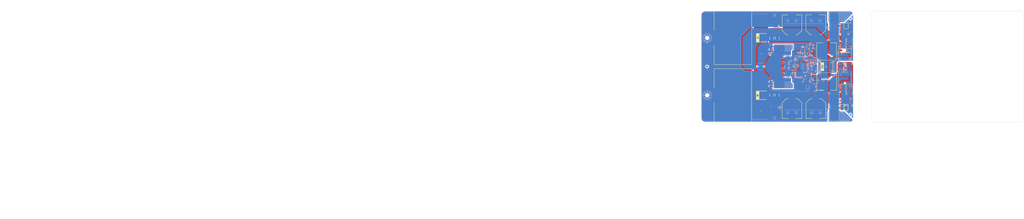
<source format=kicad_pcb>
(kicad_pcb (version 20240108) (generator "pcbnew") (generator_version "8.0")
  (title_block (title "${BOARD_NAME} Assembly") (date "Last Modified Date") (rev "${REVISION}") (company "${COMPANY}"))
  (layers (0 "F.Cu" signal "L1 (Sig, PWR)") (1 "In1.Cu" signal "L2 (GND)") (2 "In2.Cu" signal "L3 (Sig, PWR)") (3 "In3.Cu" signal "L4 (Sig, PWR)") (4 "In4.Cu" signal "L5 (GND)") (31 "B.Cu" signal "L6 (Sig, PWR)") (34 "B.Paste" user) (35 "F.Paste" user) (36 "B.SilkS" user "B.Silkscreen") (37 "F.SilkS" user "F.Silkscreen") (38 "B.Mask" user) (39 "F.Mask" user) (44 "Edge.Cuts" user))
  (property "BOARD_NAME" "Geode Module")
  (property "COMPANY" "EPFL Xplore")
  (property "DESIGNER" "Federico Bise")
  (property "PROJECT_NAME" "smps_legged_robot_module")
  (property "RELEASE_DATE" "2024-10-23")
  (property "REVIEWER" "None")
  (property "REVISION" "2.0")
  (property "VARIANT" "Draft")
  (net 0 "")
  (net 1 "GND")
  (net 2 "+12V")
  (net 3 "/Project Architecture/Power - Converter/MVA_OUT")
  (net 4 "/Project Architecture/Power - Converter/DRVCC")
  (net 5 "+2V5LTC")
  (net 6 "+3.3VLTC")
  (net 7 "/Project Architecture/Power - Converter/MVB_OUT")
  (net 8 "Net-(Q701-G)")
  (net 9 "Net-(Q702-G)")
  (net 10 "/Project Architecture/Power - Converter/SW0")
  (net 11 "/Project Architecture/Power - Converter/SW1")
  (net 12 "/Project Architecture/Power - Converter/SYNC")
  (net 13 "/Project Architecture/Power - Converter/shuntIn+")
  (net 14 "/Project Architecture/Power - Converter/shuntIn-")
  (net 15 "/Project Architecture/Power - Converter/shuntB-")
  (net 16 "/Project Architecture/Power - Converter/shuntB+")
  (net 17 "/Project Architecture/Power - Converter/shuntA-")
  (net 18 "/Project Architecture/Power - Converter/shuntA+")
  (net 19 "/Project Architecture/Power - Converter/PGOOD1")
  (net 20 "/Project Architecture/Power - Converter/PGOOD0")
  (net 21 "/Project Architecture/Power - Converter/VIN_MOS")
  (net 22 "/Project Architecture/Power - Converter/VIN")
  (net 23 "/Project Architecture/Power - Converter/SW0_L")
  (net 24 "/Project Architecture/Power - Converter/SW1_L")
  (net 25 "/Project Architecture/Power - Connector /MVB_SHDN")
  (net 26 "/Project Architecture/Power - Connector /MVA_SHDN")
  (net 27 "Net-(IC701C-BOOST0)")
  (net 28 "Net-(IC701D-BOOST1)")
  (net 29 "/Project Architecture/Power - Connector /RUN1")
  (net 30 "/Project Architecture/Power - Connector /RUN0")
  (net 31 "/Project Architecture/Power - Connector /~{FAULT1}")
  (net 32 "/Project Architecture/Power - Connector /~{FAULT0}")
  (net 33 "/Project Architecture/Power - Connector /~{ALERT}")
  (net 34 "/Project Architecture/Power - Connector /SDA")
  (net 35 "/Project Architecture/Power - Connector /SCL")
  (net 36 "Net-(D702-A)")
  (net 37 "Net-(D702-K)")
  (net 38 "Net-(D701-A)")
  (net 39 "Net-(D701-K)")
  (net 42 "/Project Architecture/Power - Converter/SHARE_CLK")
  (net 43 "/Project Architecture/MVB_FILTERED")
  (net 44 "Net-(Q706-G)")
  (net 45 "Net-(Q705-G)")
  (net 46 "Net-(Q603-G)")
  (net 47 "Net-(Q601-G)")
  (net 50 "/Project Architecture/MVA_FILTERED")
  (net 51 "Net-(D605-A1)")
  (net 52 "Net-(IC701C-BG0)")
  (net 53 "Net-(IC701D-BG1)")
  (net 54 "Net-(IC701D-TG1)")
  (net 55 "Net-(D603-A1)")
  (net 56 "Net-(C903-Pad2)")
  (net 57 "Net-(C901-Pad2)")
  (net 58 "Net-(IC701B-FREQ_CFG)")
  (net 59 "Net-(IC701B-VOUT1_CFG)")
  (net 60 "Net-(IC701B-VOUT0_CFG)")
  (net 61 "Net-(IC701B-ASEL1)")
  (net 62 "Net-(IC701B-ASEL0)")
  (net 63 "/Project Architecture/+VBAT_IN")
  (net 64 "Net-(IC701C-TG0)")
  (net 66 "Net-(IC602-SOURCE)")
  (net 68 "Net-(IC601-SOURCE)")
  (net 69 "Net-(IC701D-ISENSE1-)")
  (net 70 "Net-(IC701D-ISENSE1+)")
  (net 71 "Net-(IC701A-IIN-)")
  (net 72 "Net-(IC701A-IIN+)")
  (net 73 "Net-(D601-K)")
  (net 74 "Net-(IC701B-TSNS1)")
  (net 75 "Net-(IC701B-ITH1)")
  (net 76 "Net-(IC701B-ITHR1)")
  (net 77 "Net-(IC701B-ITHR0)")
  (net 78 "Net-(IC701B-ITH0)")
  (net 79 "Net-(IC701B-TSNS0)")
  (net 80 "Net-(IC701C-ISENSE0-)")
  (net 81 "Net-(IC701C-ISENSE0+)")
  (net 82 "Net-(D602-K)")
  (net 83 "/Project Architecture/+VBAT_Filtered")
  (net 84 "Net-(IC602-INTVCC)")
  (net 85 "Net-(IC602-GATE)")
  (net 86 "Net-(C604-Pad2)")
  (net 87 "Net-(IC601-INTVCC)")
  (net 88 "Net-(IC601-GATE)")
  (net 89 "Net-(C602-Pad2)")
  (footprint "0_resistor_smd:R_0402_1005_DensityHigh" (layer "F.Cu") (at 161.63 85.69 -90)
    (property "Reference" "R712" (hide yes))
    (property "Value" "R" (hide yes))
  )
  (footprint "0_capacitor_smd:C_0402_1005_DensityHigh" (layer "F.Cu") (at 153.28 81)
    (property "Reference" "C709" (hide yes))
    (property "Value" "33p X7R 25V" (hide yes))
  )
  (footprint "0_resistor_smd:R_0402_1005_DensityHigh" (layer "F.Cu") (at 157.01 84.89 -90)
    (property "Reference" "R705" (hide yes))
    (property "Value" "10k 1% 1/16W" (hide yes))
  )
  (footprint "0_resistor_smd:R_0402_1005_DensityHigh" (layer "F.Cu") (at 160.82 85.69 90)
    (property "Reference" "R718" (hide yes))
    (property "Value" "R" (hide yes))
  )
  (footprint "LED_SMD:LED_0603_1608Metric" (layer "F.Cu") (at 161.075 68.3 -90)
    (property "Reference" "D702" (hide yes))
    (property "Value" "GREEN")
  )
  (footprint "0_resistor_smd:R_0402_1005_DensityHigh" (layer "F.Cu") (at 157.95 84.89 -90)
    (property "Reference" "R704" (hide yes))
    (property "Value" "10k 1% 1/16W" (hide yes))
  )
  (footprint "0_capacitor_smd:C_0402_1005_DensityHigh" (layer "F.Cu") (at 183.25 94.92 180)
    (property "Reference" "C604" (hide yes))
    (property "Value" "10n X7R 100V" (hide yes))
  )
  (footprint "0_resistor_smd:R_0402_1005_DensityHigh" (layer "F.Cu") (at 161.85 73 180)
    (property "Reference" "R734" (hide yes))
    (property "Value" "2R 1% 1/8W" (hide yes))
  )
  (footprint "0_capacitor_smd:C_1210_3225_DensityHigh" (layer "F.Cu") (at 145.14 63.361 -90)
    (property "Reference" "C706" (hide yes))
    (property "Value" "10uF X7R 100V " (hide yes))
  )
  (footprint "0_transistor_fet:PG-TDSON-8_INF" (layer "F.Cu") (at 174.855 53.2167 90)
    (property "Reference" "Q602" (hide yes))
    (property "Value" "BSC016N06NSATMA1 ")
  )
  (footprint "0_capacitor_smd:PQ2617BHA4R7K" (layer "F.Cu") (at 122.01 93.24 90)
    (property "Reference" "L702" (hide yes))
    (property "Value" "4,7uH" (hide yes))
  )
  (footprint "0_capacitor_smd:Hybrid_G_VP" (layer "F.Cu") (at 171 70.95)
    (property "Reference" "C904" (hide yes))
    (property "Value" "56u CAN 63V" (hide yes))
  )
  (footprint "Diode_SMD:D_SMA" (layer "F.Cu") (at 179.39 65.39 90)
    (property "Reference" "D603" (hide yes))
    (property "Value" "SMAJ28A")
  )
  (footprint "0_capacitor_smd:C_0402_1005_DensityHigh" (layer "F.Cu") (at 179.35 61.36 180)
    (property "Reference" "C602" (hide yes))
    (property "Value" "10n X7R 100V" (hide yes))
  )
  (footprint "0_resistor_smd:R_0402_1005_DensityHigh" (layer "F.Cu") (at 159.205 84.075 90)
    (property "Reference" "R714" (hide yes))
    (property "Value" "R" (hide yes))
  )
  (footprint "0_capacitor_smd:Hybrid_G_VP" (layer "F.Cu") (at 152.87 100.19 180)
    (property "Reference" "C730" (hide yes))
    (property "Value" "120u CAN 50V" (hide yes))
  )
  (footprint "0_resistor_smd:R_0402_1005_DensityHigh" (layer "F.Cu") (at 164.34 80.57)
    (property "Reference" "R706" (hide yes))
    (property "Value" "10k 1% 1/16W" (hide yes))
  )
  (footprint "0_net_tie:NetTie-2_SMD_Pad0.2mm" (layer "F.Cu") (at 144.11 99.39)
    (property "Reference" "NT603" (hide yes))
    (property "Value" "NetTie_2" (hide yes))
  )
  (footprint "0_package_SOT_TO_SMD:SOP65P490X110-8N" (layer "F.Cu") (at 181.05 99.5123)
    (property "Reference" "IC602" (hide yes))
    (property "Value" "LTC4372CMS8#TRPBF" (hide yes))
  )
  (footprint "0_resistor_smd:RESC6432X135N" (layer "F.Cu") (at 143.7 57.35 -90)
    (property "Reference" "R717" (hide yes))
    (property "Value" "3m 1% 3W")
  )
  (footprint "0_testpoint:TestPoint_Pad_D0.5mm_Front" (layer "F.Cu") (at 179.9 76.15)
    (property "Reference" "TP405" (hide yes))
    (property "Value" "RUN0" (hide yes))
  )
  (footprint "0_capacitor_smd:C_0402_1005_DensityHigh" (layer "F.Cu") (at 182.975 101.75 180)
    (property "Reference" "C603" (hide yes))
    (property "Value" "100n X7R 50V" (hide yes))
  )
  (footprint "0_resistor_smd:R_0402_1005_DensityHigh" (layer "F.Cu") (at 159.2 85.69 -90)
    (property "Reference" "R715" (hide yes))
    (property "Value" "R" (hide yes))
  )
  (footprint "0_testpoint:TestPoint_Pad_D0.5mm_Front" (layer "F.Cu") (at 181.125 76.725)
    (property "Reference" "TP403" (hide yes))
    (property "Value" "SDA" (hide yes))
  )
  (footprint "0_capacitor_smd:C_0402_1005_DensityHigh" (layer "F.Cu") (at 165.5 77.8 90)
    (property "Reference" "C711" (hide yes))
    (property "Value" "6.8n X7R 25V" (hide yes))
  )
  (footprint "0_resistor_smd:R_0402_1005_DensityHigh" (layer "F.Cu") (at 153.28 81.81 180)
    (property "Reference" "R701" (hide yes))
    (property "Value" "5k 1% 1/16W" (hide yes))
  )
  (footprint "0_testpoint:TestPoint_Pad_D0.5mm_Front" (layer "F.Cu") (at 181.175 78.15)
    (property "Reference" "TP407" (hide yes))
    (property "Value" "ALERT" (hide yes))
  )
  (footprint "0_net_tie:NetTie-2_SMD_Pad0.2mm" (layer "F.Cu") (at 144.04 57.575)
    (property "Reference" "NT606" (hide yes))
    (property "Value" "NetTie_2" (hide yes))
  )
  (footprint "0_capacitor_smd:C_1210_3225_DensityHigh" (layer "F.Cu") (at 142.28 63.361 -90)
    (property "Reference" "C707" (hide yes))
    (property "Value" "10uF X7R 100V " (hide yes))
  )
  (footprint "0_capacitor_smd:C_0603_1608_DensityHigh" (layer "F.Cu") (at 164.4 81.65 180)
    (property "Reference" "C726" (hide yes))
    (property "Value" "2.2u X7R 25V" (hide yes))
  )
  (footprint "kibuzzard-66485E57" (layer "F.Cu") (at 134.93 93.22 90)
    (property "Reference" "kibuzzard-66485E57" (hide yes))
    (property "Value" "G***" (hide yes))
  )
  (footprint "0_resistor_smd:R_0402_1005_DensityHigh" (layer "F.Cu") (at 153.28 83.43 180)
    (property "Reference" "R711" (hide yes))
    (property "Value" "10k 1% 1/16W" (hide yes))
  )
  (footprint "0_transistor_fet:Infineon-IPG20N06S4L-26A-Manufacturer_Recommended" (layer "F.Cu") (at 145.150001 69.689999 -90)
    (property "Reference" "Q701" (hide yes))
    (property "Value" " IPG20N06S4L26AATMA1" (hide yes))
  )
  (footprint "0_resistor_smd:R_0402_1005_DensityHigh" (layer "F.Cu") (at 152.47 78.57 180)
    (property "Reference" "R730" (hide yes))
    (property "Value" "10R 1% 1/8W" (hide yes))
  )
  (footprint "Diode_SMD:D_SMA" (layer "F.Cu") (at 182.89 65.39 90)
    (property "Reference" "D604" (hide yes))
    (property "Value" "SMAJ33A")
  )
  (footprint "0_resistor_smd:R_0402_1005_DensityHigh" (layer "F.Cu") (at 164.34 76.58)
    (property "Reference" "R702" (hide yes))
    (property "Value" "10k 1% 1/16W" (hide yes))
  )
  (footprint "0_transistor_fet:Infineon-IPG20N06S4L-26A-Manufacturer_Recommended" (layer "F.Cu") (at 145.1435 80.975 90)
    (property "Reference" "Q706" (hide yes))
    (property "Value" " IPG20N06S4L26AATMA1" (hide yes))
  )
  (footprint "0_testpoint:TestPoint_Pad_D0.5mm_Front" (layer "F.Cu") (at 141.2 55.1)
    (property "Reference" "TP710" (hide yes))
    (property "Value" "SW0_L" (hide yes))
  )
  (footprint "0_capacitor_smd:C_0402_1005_DensityHigh" (layer "F.Cu") (at 153.68 78.98 -90)
    (property "Reference" "C725" (hide yes))
    (property "Value" "1n X7R 100V" (hide yes))
  )
  (footprint "kibuzzard-66485E80" (layer "F.Cu") (at 168.74 78.24 90)
    (property "Reference" "kibuzzard-66485E80" (hide yes))
    (property "Value" "G***" (hide yes))
  )
  (footprint "0_testpoint:TestPoint_Pad_D0.5mm_Front" (layer "F.Cu") (at 179.7 79.875)
    (property "Reference" "TP409" (hide yes))
    (property "Value" "+12V" (hide yes))
  )
  (footprint "0_testpoint:TestPoint_Pad_D0.5mm_Front" (layer "F.Cu") (at 140.1 80.95)
    (property "Reference" "TP703" (hide yes))
    (property "Value" "SW1" (hide yes))
  )
  (footprint "0_resistor_smd:R_0402_1005_DensityHigh" (layer "F.Cu") (at 164.34 77.39)
    (property "Reference" "R703" (hide yes))
    (property "Value" "10k 1% 1/16W" (hide yes))
  )
  (footprint "0_capacitor_smd:C_1210_3225_DensityHigh" (layer "F.Cu") (at 142.28 93.13 90)
    (property "Reference" "C732" (hide yes))
    (property "Value" "10uF X7R 100V " (hide yes))
  )
  (footprint "0_capacitor_smd:C_1210_3225_DensityHigh" (layer "F.Cu") (at 177.9 71.15 90)
    (property "Reference" "C901" (hide yes))
    (property "Value" "10uF X7R 100V " (hide yes))
  )
  (footprint "0_capacitor_smd:C_0402_1005_DensityHigh" (layer "F.Cu") (at 178.54 80.02 180)
    (property "Reference" "C401" (hide yes))
    (property "Value" "100n X7R 50V" (hide yes))
  )
  (footprint "0_capacitor_smd:C_1210_3225_DensityHigh" (layer "F.Cu") (at 150.72 72.51 -90)
    (property "Reference" "C714" (hide yes))
    (property "Value" "10uF X7R 100V " (hide yes))
  )
  (footprint "0_testpoint:TestPoint_Pad_D0.5mm_Front" (layer "F.Cu") (at 170.7 63.65)
    (property "Reference" "TP708" (hide yes))
    (property "Value" "MVA_OUT" (hide yes))
  )
  (footprint "0_capacitor_smd:C_0402_1005_DensityHigh" (layer "F.Cu") (at 153.68 76.56 -90)
    (property "Reference" "C703" (hide yes))
    (property "Value" "1n X7R 100V" (hide yes))
  )
  (footprint "0_resistor_smd:R_0402_1005_DensityHigh" (layer "F.Cu") (at 162.85 84.465 180)
    (property "Reference" "R722" (hide yes))
    (property "Value" "R" (hide yes))
  )
  (footprint "0_resistor_smd:R_0603_1608_DensityHigh" (layer "F.Cu") (at 159.07 69.38 -90)
    (property "Reference" "R728" (hide yes))
    (property "Value" "1k 1% 1/10W" (hide yes))
  )
  (footprint "0_testpoint:TestPoint_Pad_D0.5mm_Front" (layer "F.Cu") (at 177.9 76.9)
    (property "Reference" "TP406" (hide yes))
    (property "Value" "RUN1" (hide yes))
  )
  (footprint "0_capacitor_smd:C_0402_1005_DensityHigh" (layer "F.Cu") (at 153.28 80.19)
    (property "Reference" "C710" (hide yes))
    (property "Value" "6.8n X7R 25V" (hide yes))
  )
  (footprint "0_resistor_smd:R_0805_2012_DensityHigh" (layer "F.Cu") (at 181.13 60.21 90)
    (property "Reference" "R601" (hide yes))
    (property "Value" "10R 1% 1/8W" (hide yes))
  )
  (footprint "0_resistor_smd:R_0402_1005_DensityHigh" (layer "F.Cu") (at 161.64 84.08 90)
    (property "Reference" "R713" (hide yes))
    (property "Value" "R" (hide yes))
  )
  (footprint "0_resistor_smd:R_0402_1005_DensityHigh" (layer "F.Cu") (at 163.08 73.75 -90)
    (property "Reference" "R738" (hide yes))
    (property "Value" "2R 1% 1/8W" (hide yes))
  )
  (footprint "MountingHole:MountingHole_2.2mm_M2_Pad_Via" (layer "F.Cu") (at 108.53 63.2)
    (property "Reference" "H801" (hide yes))
    (property "Value" "M2 (2.2mm)")
  )
  (footprint "0_resistor_smd:R_0402_1005_DensityHigh" (layer "F.Cu") (at 162.85 85.275)
    (property "Reference" "R716" (hide yes))
    (property "Value" "R" (hide yes))
  )
  (footprint "0_resistor_smd:R_0805_2012_DensityHigh" (layer "F.Cu") (at 181.35 96.24 -90)
    (property "Reference" "R603" (hide yes))
    (property "Value" "10R 1% 1/8W" (hide yes))
  )
  (footprint "0_testpoint:TestPoint_Pad_D0.5mm_Front" (layer "F.Cu") (at 147.45 65.1)
    (property "Reference" "TP414" (hide yes))
    (property "Value" "GND" (hide yes))
  )
  (footprint "0_fiducials:Fiducial_1mm_Mask2mm" (layer "F.Cu") (at 183.5 103.3)
    (property "Reference" "FM703" (hide yes))
    (property "Value" "Fiducial" (hide yes))
  )
  (footprint "0_package_SOT_TO_SMD:SOT-23-3" (layer "F.Cu") (at 163.575 67.525 180)
    (property "Reference" "Q708" (hide yes))
    (property "Value" "NX3020NAK,215 " (hide yes))
  )
  (footprint "Diode_SMD:D_SMA" (layer "F.Cu") (at 182.96 90.99 -90)
    (property "Reference" "D606" (hide yes))
    (property "Value" "SMAJ33A")
  )
  (footprint "0_capacitor_smd:C_0402_1005_DensityHigh" (layer "F.Cu") (at 159.27 72.12 -90)
    (property "Reference" "C723" (hide yes))
    (property "Value" "10n X7R 100V" (hide yes))
  )
  (footprint "0_testpoint:TestPoint_Pad_D0.5mm_Front" (layer "F.Cu") (at 181.125 79.75)
    (property "Reference" "TP401" (hide yes))
    (property "Value" "FAULT0" (hide yes))
  )
  (footprint "0_package_SOT_TO_SMD:SOT-23-3" (layer "F.Cu") (at 163.6 89.375 180)
    (property "Reference" "Q707" (hide yes))
    (property "Value" "NX3020NAK,215 " (hide yes))
  )
  (footprint "0_capacitor_smd:C_1210_3225_DensityHigh" (layer "F.Cu") (at 150.72 83.78 90)
    (property "Reference" "C701" (hide yes))
    (property "Value" "10uF X7R 100V " (hide yes))
  )
  (footprint "0_capacitor_smd:C_1206_3216_DensityHigh" (layer "F.Cu") (at 183.05 71.15 90)
    (property "Reference" "C902" (hide yes))
    (property "Value" "4u7 X7R 100V" (hide yes))
  )
  (footprint "0_capacitor_smd:C_0402_1005_DensityHigh" (layer "F.Cu") (at 152.47 77.77)
    (property "Reference" "C708" (hide yes))
    (property "Value" "10n X7R 100V" (hide yes))
  )
  (footprint "0_testpoint:TestPoint_Pad_D0.5mm_Front" (layer "F.Cu") (at 183.75 50.35)
    (property "Reference" "TP411" (hide yes))
    (property "Value" "MVA" (hide yes))
  )
  (footprint "0_capacitor_smd:C_0603_1608_DensityHigh" (layer "F.Cu") (at 160.95 71.7 180)
    (property "Reference" "C607" (hide yes))
    (property "Value" "1u X7R 25V" (hide yes))
  )
  (footprint "0_testpoint:TestPoint_Pad_D0.5mm_Front" (layer "F.Cu") (at 183.8 106.1)
    (property "Reference" "TP412" (hide yes))
    (property "Value" "MVB" (hide yes))
  )
  (footprint "0_testpoint:TestPoint_Pad_D0.5mm_Front" (layer "F.Cu") (at 180.25 77.425)
    (property "Reference" "TP402" (hide yes))
    (property "Value" "FAULT1" (hide yes))
  )
  (footprint "0_capacitor_smd:C_0402_1005_DensityHigh" (layer "F.Cu") (at 158.49 70.91)
    (property "Reference" "C720" (hide yes))
    (property "Value" "1n X7R 100V" (hide yes))
  )
  (footprint "0_capacitor_smd:PQ2617BHA4R7K" (layer "F.Cu") (at 122.01 63.16 90)
    (property "Reference" "L701" (hide yes))
    (property "Value" "4,7uH " (hide yes))
  )
  (footprint "0_testpoint:TestPoint_Pad_D0.5mm_Front" (layer "F.Cu") (at 180.55 82.35)
    (property "Reference" "TP410" (hide yes))
    (property "Value" "GND" (hide yes))
  )
  (footprint "0_capacitor_smd:C_0402_1005_DensityHigh" (layer "F.Cu") (at 157.71 72.12 -90)
    (property "Reference" "C722" (hide yes))
    (property "Value" "10n X7R 100V" (hide yes))
  )
  (footprint "0_package_SOT_TO_SMD:SOP65P490X110-8N" (layer "F.Cu") (at 181.13 56.96)
    (property "Reference" "IC601" (hide yes))
    (property "Value" "LTC4372CMS8#TRPBF" (hide yes))
  )
  (footprint "0_resistor_smd:R_0402_1005_DensityHigh" (layer "F.Cu") (at 164.34 74.94 180)
    (property "Reference" "R735" (hide yes))
    (property "Value" "2R 1% 1/8W" (hide yes))
  )
  (footprint "0_resistor_smd:R_0402_1005_DensityHigh" (layer "F.Cu") (at 153.27 75.04)
    (property "Reference" "R733" (hide yes))
    (property "Value" "2R 1% 1/8W" (hide yes))
  )
  (footprint "0_net_tie:NetTie-2_SMD_Pad0.2mm" (layer "F.Cu") (at 144.04 57.125)
    (property "Reference" "NT605" (hide yes))
    (property "Value" "NetTie_2" (hide yes))
  )
  (footprint "0_capacitor_smd:Hybrid_G_VP" (layer "F.Cu") (at 152.87 56.31)
    (property "Reference" "C704" (hide yes))
    (property "Value" "120u CAN 50V" (hide yes))
  )
  (footprint "0_resistor_smd:R_0402_1005_DensityHigh" (layer "F.Cu") (at 156.02 72.12 -90)
    (property "Reference" "R732" (hide yes))
    (property "Value" "2R 1% 1/8W" (hide yes))
  )
  (footprint "0_capacitor_smd:Hybrid_G_VP" (layer "F.Cu") (at 165.33 100.18 180)
    (property "Reference" "C729" (hide yes))
    (property "Value" "120u CAN 50V" (hide yes))
  )
  (footprint "0_testpoint:TestPoint_Pad_D0.5mm_Front" (layer "F.Cu") (at 184.35 76.575)
    (property "Reference" "TP404" (hide yes))
    (property "Value" "SCL" (hide yes))
  )
  (footprint "0_resistor_smd:R_0402_1005_DensityHigh" (layer "F.Cu") (at 160.82 84.08 -90)
    (property "Reference" "R719" (hide yes))
    (property "Value" "R" (hide yes))
  )
  (footprint "0_resistor_smd:R_0603_1608_DensityHigh" (layer "F.Cu") (at 182.88 96.5 90)
    (property "Reference" "R604" (hide yes))
    (property "Value" "1k 1% 1/10W" (hide yes))
  )
  (footprint "0_switching_regulator:QFN50P700X800X80-53N-D" (layer "F.Cu") (at 158.5 78.1)
    (property "Reference" "IC701" (hide yes))
    (property "Value" "LTC3889EUKG#PBF" (hide yes))
  )
  (footprint "0_transistor_fet:Infineon-IPG20N06S4L-26A-Manufacturer_Recommended" (layer "F.Cu") (at 145.150001 86.589999 -90)
    (property "Reference" "Q705" (hide yes))
    (property "Value" " IPG20N06S4L26AATMA1" (hide yes))
  )
  (footprint "0_transistor_fet:PG-TDSON-8_INF" (layer "F.Cu") (at 174.855 103.2567 -90)
    (property "Reference" "Q604" (hide yes))
    (property "Value" "BSC016N06NSATMA1 ")
  )
  (footprint "0_resistor_smd:R_0402_1005_DensityHigh" (layer "F.Cu") (at 162.675 87.2 180)
    (property "Reference" "R736" (hide yes))
    (property "Value" "470R 1% 1/8W" (hide yes))
  )
  (footprint "0_net_tie:NetTie-2_SMD_Pad0.2mm" (layer "F.Cu") (at 144.11 98.94)
    (property "Reference" "NT604" (hide yes))
    (property "Value" "NetTie_2" (hide yes))
  )
  (footprint "0_capacitor_smd:C_0603_1608_DensityHigh" (layer "F.Cu") (at 164.76 79.49 180)
    (property "Reference" "C716" (hide yes))
    (property "Value" "2.2u X7R 25V" (hide yes))
  )
  (footprint "Diode_SMD:D_SMA" (layer "F.Cu") (at 179.4 91 -90)
    (property "Reference" "D605" (hide yes))
    (property "Value" "SMAJ28A")
  )
  (footprint "0_capacitor_smd:Hybrid_G_VP" (layer "F.Cu") (at 165.29 56.3)
    (property "Reference" "C705" (hide yes))
    (property "Value" "120u CAN 50V" (hide yes))
  )
  (footprint "0_resistor_smd:R_0402_1005_DensityHigh" (layer "F.Cu") (at 156.85 72.12 90)
    (property "Reference" "R726" (hide yes))
    (property "Value" "2R 1% 1/8W" (hide yes))
  )
  (footprint "0_testpoint:TestPoint_Pad_D0.5mm_Front" (layer "F.Cu") (at 170.7 92.8)
    (property "Reference" "TP707" (hide yes))
    (property "Value" "MVB_OUT" (hide yes))
  )
  (footprint "0_transistor_fet:PG-TDSON-8_INF" (layer "F.Cu") (at 174.835 60.6967 -90)
    (property "Reference" "Q601" (hide yes))
    (property "Value" "BSC016N06NSATMA1 ")
  )
  (footprint "0_testpoint:TestPoint_Pad_D0.5mm_Front" (layer "F.Cu") (at 140.1 75.35)
    (property "Reference" "TP702" (hide yes))
    (property "Value" "SW0" (hide yes))
  )
  (footprint "0_fiducials:Fiducial_1mm_Mask2mm" (layer "F.Cu") (at 183.5 53.1)
    (property "Reference" "FM701" (hide yes))
    (property "Value" "Fiducial" (hide yes))
  )
  (footprint "0_fiducials:Fiducial_1mm_Mask2mm" (layer "F.Cu") (at 108.5 78.2)
    (property "Reference" "FM705" (hide yes))
    (property "Value" "Fiducial" (hide yes))
  )
  (footprint "0_capacitor_smd:C_0402_1005_DensityHigh" (layer "F.Cu") (at 153.68 73.83 -90)
    (property "Reference" "C702" (hide yes))
    (property "Value" "100n X7R 50V" (hide yes))
  )
  (footprint "0_resistor_smd:R_0402_1005_DensityHigh" (layer "F.Cu") (at 153.28 82.62 180)
    (property "Reference" "R710" (hide yes))
    (property "Value" "10k 1% 1/16W" (hide yes))
  )
  (footprint "0_capacitor_smd:C_0402_1005_DensityHigh" (layer "F.Cu") (at 164.34 78.2 180)
    (property "Reference" "C712" (hide yes))
    (property "Value" "33p X7R 25V" (hide yes))
  )
  (footprint "0_capacitor_smd:C_1210_3225_DensityHigh" (layer "F.Cu") (at 145.14 93.13 90)
    (property "Reference" "C731" (hide yes))
    (property "Value" "10uF X7R 100V " (hide yes))
  )
  (footprint "LED_SMD:LED_0603_1608Metric" (layer "F.Cu") (at 161.075 88.55 90)
    (property "Reference" "D701" (hide yes))
    (property "Value" "GREEN")
  )
  (footprint "0_resistor_smd:R_0603_1608_DensityHigh" (layer "F.Cu") (at 178.95 59.9 -90)
    (property "Reference" "R602" (hide yes))
    (property "Value" "1k 1% 1/10W" (hide yes))
  )
  (footprint "kibuzzard-66485E02" (layer "F.Cu") (at 134.95 63.15 90)
    (property "Reference" "kibuzzard-66485E02" (hide yes))
    (property "Value" "G***" (hide yes))
  )
  (footprint "0_resistor_smd:R_0402_1005_DensityHigh" (layer "F.Cu") (at 162.65 69.7 180)
    (property "Reference" "R737" (hide yes))
    (property "Value" "470R 1% 1/8W" (hide yes))
  )
  (footprint "0_capacitor_smd:C_0402_1005_DensityHigh" (layer "F.Cu") (at 164.34 74.15)
    (property "Reference" "C715" (hide yes))
    (property "Value" "100n X7R 50V" (hide yes))
  )
  (footprint "0_resistor_smd:R_0402_1005_DensityHigh" (layer "F.Cu") (at 154.19 84.88 -90)
    (property "Reference" "R709" (hide yes))
    (property "Value" "10k 1% 1/16W" (hide yes))
  )
  (footprint "0_transistor_fet:Infineon-IPG20N06S4L-26A-Manufacturer_Recommended" (layer "F.Cu") (at 145.160001 75.319999 90)
    (property "Reference" "Q702" (hide yes))
    (property "Value" " IPG20N06S4L26AATMA1" (hide yes))
  )
  (footprint "0_resistor_smd:R_0402_1005_DensityHigh" (layer "F.Cu") (at 152.47 76.16 180)
    (property "Reference" "R723" (hide yes))
    (property "Value" "10R 1% 1/8W" (hide yes))
  )
  (footprint "0_resistor_smd:R_0402_1005_DensityHigh" (layer "F.Cu") (at 154.08 72.61)
    (property "Reference" "R739" (hide yes))
    (property "Value" "2R 1% 1/8W" (hide yes))
  )
  (footprint "0_testpoint:TestPoint_Pad_D0.5mm_Front" (layer "F.Cu") (at 180.5 74.1)
    (property "Reference" "TP408" (hide yes))
    (property "Value" "+VBAT_IN" (hide yes))
  )
  (footprint "0_transistor_fet:PG-TDSON-8_INF" (layer "F.Cu") (at 174.875 95.7833 90)
    (property "Reference" "Q603" (hide yes))
    (property "Value" "BSC016N06NSATMA1 ")
  )
  (footprint "0_testpoint:TestPoint_Pad_D0.5mm_Front" (layer "F.Cu") (at 150.8 75.3)
    (property "Reference" "TP413" (hide yes))
    (property "Value" "GND" (hide yes))
  )
  (footprint "0_resistor_smd:RESC6432X135N" (layer "F.Cu") (at 143.71 99.16 90)
    (property "Reference" "R729" (hide yes))
    (property "Value" "3m 1% 3W")
  )
  (footprint "0_resistor_smd:R_0603_1608_DensityHigh" (layer "F.Cu") (at 157.88 69.38 -90)
    (property "Reference" "R727" (hide yes))
    (property "Value" "1k 1% 1/10W" (hide yes))
  )
  (footprint "0_capacitor_smd:C_0402_1005_DensityHigh" (layer "F.Cu") (at 183.35 59.6 -90)
    (property "Reference" "C601" (hide yes))
    (property "Value" "100n X7R 50V" (hide yes))
  )
  (footprint "0_resistor_smd:R_0402_1005_DensityHigh" (layer "F.Cu") (at 160.01 85.69 90)
    (property "Reference" "R721" (hide yes))
    (property "Value" "R" (hide yes))
  )
  (footprint "MountingHole:MountingHole_2.2mm_M2_Pad_Via" (layer "F.Cu") (at 108.53 93.2)
    (property "Reference" "H802" (hide yes))
    (property "Value" "M2 (2.2mm)")
  )
  (footprint "0_resistor_smd:R_0402_1005_DensityHigh" (layer "F.Cu") (at 177.05 68.15 -90)
    (property "Reference" "R901" (hide yes))
    (property "Value" "10R 1% 1/8W" (hide yes))
  )
  (footprint "0_capacitor_smd:Hybrid_G_VP" (layer "F.Cu") (at 171.05 85.45 180)
    (property "Reference" "C905" (hide yes))
    (property "Value" "56u CAN 63V" (hide yes))
  )
  (footprint "0_resistor_smd:R_0402_1005_DensityHigh" (layer "F.Cu") (at 152.47 79.38 180)
    (property "Reference" "R731" (hide yes))
    (property "Value" "10R 1% 1/8W" (hide yes))
  )
  (footprint "0_capacitor_smd:C_0402_1005_DensityHigh" (layer "F.Cu") (at 164.34 75.77 180)
    (property "Reference" "C713" (hide yes))
    (property "Value" "10n X7R 100V" (hide yes))
  )
  (footprint "0_resistor_smd:R_0402_1005_DensityHigh" (layer "F.Cu") (at 152.47 76.96 180)
    (property "Reference" "R724" (hide yes))
    (property "Value" "10R 1% 1/8W" (hide yes))
  )
  (footprint "0_testpoint:TestPoint_Pad_D0.5mm_Front" (layer "F.Cu") (at 141.2 101.4)
    (property "Reference" "TP711" (hide yes))
    (property "Value" "SW1_L" (hide yes))
  )
  (footprint "0_resistor_smd:R_0402_1005_DensityHigh" (layer "F.Cu") (at 156.07 84.89 -90)
    (property "Reference" "R707" (hide yes))
    (property "Value" "10k 1% 1/16W" (hide yes))
  )
  (footprint "0_resistor_smd:R_0402_1005_DensityHigh" (layer "F.Cu") (at 160.015 84.075 -90)
    (property "Reference" "R720" (hide yes))
    (property "Value" "R" (hide yes))
  )
  (footprint "0_resistor_smd:R_0402_1005_DensityHigh" (layer "F.Cu") (at 155.13 84.88 -90)
    (property "Reference" "R708" (hide yes))
    (property "Value" "10k 1% 1/16W" (hide yes))
  )
  (footprint "Resistor_SMD:R_2512_6332Metric_Pad1.40x3.35mm_HandSolder" (layer "B.Cu") (at 136.45 78.1)
    (property "Reference" "R725" (hide yes))
    (property "Value" "2m 1% 3W")
  )
  (footprint "0_testpoint:TestPoint_Pad_D0.5mm_Back" (layer "B.Cu") (at 164.55 76.2 180)
    (property "Reference" "TP705" (hide yes))
    (property "Value" "3V3LTC" (hide yes))
  )
  (footprint "0_diode_smd:Diodes_Inc.-PowerDI123-03_2017-0-MFG" (layer "B.Cu") (at 158.496 70.612 90)
    (property "Reference" "D602" (hide yes))
    (property "Value" "DFLS1100-7" (hide yes))
  )
  (footprint "0_capacitor_smd:C_0402_1005_DensityHigh" (layer "B.Cu") (at 156.6 73.2)
    (property "Reference" "C718" (hide yes))
    (property "Value" "10n X7R 100V" (hide yes))
  )
  (footprint "0_capacitor_smd:C_1210_3225_DensityHigh" (layer "B.Cu") (at 170.65 85.25 -90)
    (property "Reference" "C906" (hide yes))
    (property "Value" "10uF X7R 100V " (hide yes))
  )
  (footprint "0_testpoint:TestPoint_Pad_D0.5mm_Front" (layer "B.Cu") (at 144.3 78.1 180)
    (property "Reference" "TP709" (hide yes))
    (property "Value" "VIN_MOS" (hide yes))
  )
  (footprint "0_net_tie:NetTie-2_SMD_Pad0.2mm" (layer "B.Cu") (at 134.5 78.13)
    (property "Reference" "NT602" (hide yes))
    (property "Value" "NetTie_2" (hide yes))
  )
  (footprint "0_fiducials:Fiducial_1mm_Mask2mm" (layer "B.Cu") (at 183.5 103.3 180)
    (property "Reference" "FM704" (hide yes))
    (property "Value" "Fiducial" (hide yes))
  )
  (footprint "0_testpoint:TestPoint_Pad_D0.5mm_Back" (layer "B.Cu") (at 163.85 81.7 180)
    (property "Reference" "TP704" (hide yes))
    (property "Value" "2V5LTC" (hide yes))
  )
  (footprint "0_capacitor_smd:C_0402_1005_DensityHigh" (layer "B.Cu") (at 159.19 75.16 -90)
    (property "Reference" "C717" (hide yes))
    (property "Value" "4.7u X5R 25V" (hide yes))
  )
  (footprint "0_capacitor_smd:C_1210_3225_DensityHigh" (layer "B.Cu") (at 167.8 85.25 -90)
    (property "Reference" "C907" (hide yes))
    (property "Value" "10uF X7R 100V " (hide yes))
  )
  (footprint "0_capacitor_smd:XEL6060102MEC" (layer "B.Cu") (at 170.95 78.2 180)
    (property "Reference" "L901" (hide yes))
    (property "Value" "1u XEL6060-102MEB" (hide yes))
  )
  (footprint "0_diode_smd:Diodes_Inc.-PowerDI123-03_2017-0-MFG" (layer "B.Cu") (at 160.782 70.612 90)
    (property "Reference" "D601" (hide yes))
    (property "Value" "DFLS1100-7" (hide yes))
  )
  (footprint "Package_TO_SOT_SMD:SOT-23" (layer "B.Cu") (at 154.6375 79.825)
    (property "Reference" "Q703" (hide yes))
    (property "Value" "PMBT3906,215")
  )
  (footprint "0_testpoint:TestPoint_Pad_D0.5mm_Back" (layer "B.Cu") (at 160.2 73.65 180)
    (property "Reference" "TP706" (hide yes))
    (property "Value" "DRVCC" (hide yes))
  )
  (footprint "0_resistor_smd:R_0402_1005_DensityHigh" (layer "B.Cu") (at 165.85 88.15 90)
    (property "Reference" "R902" (hide yes))
    (property "Value" "10R 1% 1/8W" (hide yes))
  )
  (footprint "0_testpoint:TestPoint_Pad_D0.5mm_Front" (layer "B.Cu") (at 158.5 73.25 180)
    (property "Reference" "TP701" (hide yes))
    (property "Value" "VIN" (hide yes))
  )
  (footprint "0_connectors:10159559410221RLF" (layer "B.Cu") (at 180.53 78.2 90)
    (property "Reference" "J401" (hide yes))
    (property "Value" "10159559-410221RLF" (hide yes))
  )
  (footprint "0_capacitor_smd:C_1210_3225_DensityHigh" (layer "B.Cu") (at 164.95 85.25 -90)
    (property "Reference" "C903" (hide yes))
    (property "Value" "10uF X7R 100V " (hide yes))
  )
  (footprint "0_fiducials:Fiducial_1mm_Mask2mm" (layer "B.Cu") (at 183.5 53.1 180)
    (property "Reference" "FM706" (hide yes))
    (property "Value" "Fiducial" (hide yes))
  )
  (footprint "0_net_tie:NetTie-2_SMD_Pad0.2mm" (layer "B.Cu") (at 138.4 78.1 180)
    (property "Reference" "NT601" (hide yes))
    (property "Value" "NetTie_2" (hide yes))
  )
  (footprint "Package_TO_SOT_SMD:SOT-23" (layer "B.Cu") (at 162.275 76.275 180)
    (property "Reference" "Q704" (hide yes))
    (property "Value" "PMBT3906,215")
  )
  (footprint "0_diode_smd:Diodes_Inc.-PowerDI123-03_2017-0-MFG" (layer "B.Cu") (at 154.83 76.11)
    (property "Reference" "D703" (hide yes))
    (property "Value" "DFLS1100-7" (hide yes))
  )
  (footprint "0_fiducials:Fiducial_1mm_Mask2mm" (layer "B.Cu") (at 108.5 78.2 180)
    (property "Reference" "FM702" (hide yes))
    (property "Value" "Fiducial" (hide yes))
  )
  (footprint "0_capacitor_smd:C_0402_1005_DensityHigh" (layer "B.Cu") (at 161.39 73.29 180)
    (property "Reference" "C724" (hide yes))
    (property "Value" "4.7u X5R 25V" (hide yes))
  )
  (gr_rect (start 135.774999 90.87) (end 139.680399 91.12) (stroke (width 0.0001)) (fill solid) (layer "F.SilkS"))
  (gr_rect (start 135.794999 60.8) (end 139.700399 61.05) (stroke (width 0.0001)) (fill solid) (layer "F.SilkS"))
  (gr_rect (start 135.7773 95.32) (end 139.6827 95.57) (stroke (width 0.0001)) (fill solid) (layer "F.SilkS"))
  (gr_rect (start 135.7973 65.25) (end 139.7027 65.5) (stroke (width 0.0001)) (fill solid) (layer "F.SilkS"))
  (gr_arc (start 183.035786 49.198837) (mid 184.438837 49.78) (end 185.02 51.183051) (stroke (width 0.1)) (layer "Edge.Cuts"))
  (gr_arc (start 196.5168 107.187604) (mid 195.102586 106.601818) (end 194.5168 105.187604) (stroke (width 0.1)) (layer "Edge.Cuts"))
  (gr_line (start 105.43 51.2) (end 105.43 105.2) (stroke (width 0.1)) (layer "Edge.Cuts"))
  (gr_line (start 183.035786 49.198837) (end 107.43 49.2) (stroke (width 0.1)) (layer "Edge.Cuts"))
  (gr_line (start 183.02 107.2) (end 107.434214 107.2) (stroke (width 0.1)) (layer "Edge.Cuts"))
  (gr_arc (start 185.02 105.2) (mid 184.434214 106.614214) (end 183.02 107.2) (stroke (width 0.1)) (layer "Edge.Cuts"))
  (gr_arc (start 105.43 51.2) (mid 106.015786 49.785786) (end 107.43 49.2) (stroke (width 0.1)) (layer "Edge.Cuts"))
  (gr_arc (start 272.122586 49.186441) (mid 273.525654 49.767587) (end 274.1068 51.170655) (stroke (width 0.1)) (layer "Edge.Cuts"))
  (gr_arc (start 194.5168 51.187604) (mid 195.102586 49.77339) (end 196.5168 49.187604) (stroke (width 0.1)) (layer "Edge.Cuts"))
  (gr_arc (start 274.1068 105.187604) (mid 273.521014 106.601818) (end 272.1068 107.187604) (stroke (width 0.1)) (layer "Edge.Cuts"))
  (gr_arc (start 107.43 107.2) (mid 106.015786 106.614214) (end 105.43 105.2) (stroke (width 0.1)) (layer "Edge.Cuts"))
  (gr_line (start 274.1168 64.6684) (end 274.1068 105.187604) (stroke (width 0.1)) (layer "Edge.Cuts"))
  (gr_line (start 272.1068 107.187604) (end 196.521014 107.187604) (stroke (width 0.1)) (layer "Edge.Cuts"))
  (gr_line (start 185.03 64.680796) (end 185.02 105.2) (stroke (width 0.1)) (layer "Edge.Cuts"))
  (gr_line (start 194.5168 51.187604) (end 194.5168 105.187604) (stroke (width 0.1)) (layer "Edge.Cuts"))
  (gr_line (start 185.03 64.680796) (end 185.02 51.183051) (stroke (width 0.1)) (layer "Edge.Cuts"))
  (gr_line (start 274.1168 64.6684) (end 274.1068 51.170655) (stroke (width 0.1)) (layer "Edge.Cuts"))
  (gr_line (start 272.122586 49.186441) (end 196.5168 49.187604) (stroke (width 0.1)) (layer "Edge.Cuts"))
  (segment (start 155.05 78.35) (end 155.75 78.35) (width 0.2) (layer "F.Cu") (net 1))
  (segment (start 165.762989 81.167122) (end 165.757878 81.167122) (width 0.25) (layer "F.Cu") (net 1))
  (segment (start 165.757878 81.167122) (end 165.275 81.65) (width 0.25) (layer "F.Cu") (net 1))
  (segment (start 165.275 81.65) (end 165 81.65) (width 0.25) (layer "F.Cu") (net 1))
  (segment (start 155.75 78.35) (end 155.975 78.575) (width 0.2) (layer "F.Cu") (net 1))
  (via (at 154.91 65.9) (size 0.55) (drill 0.25) (layers "F.Cu" "B.Cu") (net 1))
  (via (at 161.2 91.1) (size 0.55) (drill 0.25) (layers "F.Cu" "B.Cu") (net 1))
  (via (at 149.2 100.9) (size 0.55) (drill 0.25) (layers "F.Cu" "B.Cu") (net 1))
  (via (at 130.55 57.75) (size 0.55) (drill 0.25) (layers "F.Cu" "B.Cu") (net 1))
  (via (at 155 55.8) (size 0.55) (drill 0.25) (layers "F.Cu" "B.Cu") (net 1))
  (via (at 134.75 50.8) (size 0.55) (drill 0.25) (layers "F.Cu" "B.Cu") (net 1))
  (via (at 161.65 100.9) (size 0.55) (drill 0.25) (layers "F.Cu" "B.Cu") (net 1))
  (via (at 150.07 72.87) (size 0.55) (drill 0.25) (layers "F.Cu" "B.Cu") (net 1))
  (via (at 180.4 80.4) (size 0.55) (drill 0.25) (layers "F.Cu" "B.Cu") (net 1))
  (via (at 162.55 102.9) (size 0.55) (drill 0.25) (layers "F.Cu" "B.Cu") (net 1))
  (via (at 155.65 54.15) (size 0.55) (drill 0.25) (layers "F.Cu" "B.Cu") (net 1))
  (via (at 178.45 82.35) (size 0.55) (drill 0.25) (layers "F.Cu" "B.Cu") (net 1))
  (via (at 150 91.1) (size 0.55) (drill 0.25) (layers "F.Cu" "B.Cu") (net 1))
  (via (at 166 55.8) (size 0.55) (drill 0.25) (layers "F.Cu" "B.Cu") (net 1))
  (via (at 181.75 69.75) (size 0.55) (drill 0.25) (layers "F.Cu" "B.Cu") (net 1))
  (via (at 168.2 55.8) (size 0.55) (drill 0.25) (layers "F.Cu" "B.Cu") (net 1))
  (via (at 146.5 90.4) (size 0.55) (drill 0.25) (layers "F.Cu" "B.Cu") (net 1))
  (via (at 166.95 53.6) (size 0.55) (drill 0.25) (layers "F.Cu" "B.Cu") (net 1))
  (via (at 129.8 58.5) (size 0.55) (drill 0.25) (layers "F.Cu" "B.Cu") (net 1))
  (via (at 129.15 59.15) (size 0.55) (drill 0.25) (layers "F.Cu" "B.Cu") (net 1))
  (via (at 150.1 101.8) (size 0.55) (drill 0.25) (layers "F.Cu" "B.Cu") (net 1))
  (via (at 168.05 54.15) (size 0.55) (drill 0.25) (layers "F.Cu" "B.Cu") (net 1))
  (via (at 144.3 50.75) (size 0.55) (drill 0.25) (layers "F.Cu" "B.Cu") (net 1))
  (via (at 170.85 100.45) (size 0.55) (drill 0.25) (layers "F.Cu" "B.Cu") (net 1))
  (via (at 152.85 55.8) (size 0.55) (drill 0.25) (layers "F.Cu" "B.Cu") (net 1))
  (via (at 144.3 51.85) (size 0.55) (drill 0.25) (layers "F.Cu" "B.Cu") (net 1))
  (via (at 182.175 57.275) (size 0.55) (drill 0.25) (layers "F.Cu" "B.Cu") (net 1))
  (via (at 138.45 50.8) (size 0.55) (drill 0.25) (layers "F.Cu" "B.Cu") (net 1))
  (via (at 145.8 90.4) (size 0.55) (drill 0.25) (layers "F.Cu" "B.Cu") (net 1))
  (via (at 154.55 89.75) (size 0.55) (drill 0.25) (layers "F.Cu" "B.Cu") (net 1))
  (via (at 131.45 87.75) (size 0.55) (drill 0.25) (layers "F.Cu" "B.Cu") (net 1))
  (via (at 158.5 78.9) (size 0.6) (drill 0.3) (layers "F.Cu" "B.Cu") (net 1))
  (via (at 126.35 78.75) (size 0.55) (drill 0.25) (layers "F.Cu" "B.Cu") (net 1))
  (via (at 149.55 78.575) (size 0.55) (drill 0.25) (layers "F.Cu" "B.Cu") (net 1))
  (via (at 133.3 105.8) (size 0.55) (drill 0.25) (layers "F.Cu" "B.Cu") (net 1))
  (via (at 150.65 53.6) (size 0.55) (drill 0.25) (layers "F.Cu" "B.Cu") (net 1))
  (via (at 150.1 102.9) (size 0.55) (drill 0.25) (layers "F.Cu" "B.Cu") (net 1))
  (via (at 131.45 98.05) (size 0.55) (drill 0.25) (layers "F.Cu" "B.Cu") (net 1))
  (via (at 167.7 90.3) (size 0.55) (drill 0.25) (layers "F.Cu" "B.Cu") (net 1))
  (via (at 163.65 101.8) (size 0.55) (drill 0.25) (layers "F.Cu" "B.Cu") (net 1))
  (via (at 126 75.05) (size 0.55) (drill 0.25) (layers "F.Cu" "B.Cu") (net 1))
  (via (at 168.1 102.9) (size 0.55) (drill 0.25) (layers "F.Cu" "B.Cu") (net 1))
  (via (at 134 50.8) (size 0.55) (drill 0.25) (layers "F.Cu" "B.Cu") (net 1))
  (via (at 162.9 81) (size 0.55) (drill 0.25) (layers "F.Cu" "B.Cu") (net 1))
  (via (at 179.95 60.1) (size 0.55) (drill 0.25) (layers "F.Cu" "B.Cu") (net 1))
  (via (at 145.1 90.4) (size 0.55) (drill 0.25) (layers "F.Cu" "B.Cu") (net 1))
  (via (at 145.1 65.9) (size 0.55) (drill 0.25) (layers "F.Cu" "B.Cu") (net 1))
  (via (at 143.2 104.55) (size 0.55) (drill 0.25) (layers "F.Cu" "B.Cu") (net 1))
  (via (at 182.45 60) (size 0.55) (drill 0.25) (layers "F.Cu" "B.Cu") (net 1))
  (via (at 163.59 67.72) (size 0.55) (drill 0.25) (layers "F.Cu" "B.Cu") (net 1))
  (via (at 152.1 91.1) (size 0.55) (drill 0.25) (layers "F.Cu" "B.Cu") (net 1))
  (via (at 179 80.85) (size 0.55) (drill 0.25) (layers "F.Cu" "B.Cu") (net 1))
  (via (at 139.95 105.8) (size 0.55) (drill 0.25) (layers "F.Cu" "B.Cu") (net 1))
  (via (at 182.025 81.375) (size 0.55) (drill 0.25) (layers "F.Cu" "B.Cu") (net 1))
  (via (at 158.45 81.0345) (size 0.55) (drill 0.25) (layers "F.Cu" "B.Cu") (net 1))
  (via (at 173.35 72.02) (size 0.55) (drill 0.25) (layers "F.Cu" "B.Cu") (net 1))
  (via (at 162.5 54.15) (size 0.55) (drill 0.25) (layers "F.Cu" "B.Cu") (net 1))
  (via (at 130.5 80.85) (size 0.55) (drill 0.25) (layers "F.Cu" "B.Cu") (net 1))
  (via (at 160.15 76.9) (size 0.55) (drill 0.25) (layers "F.Cu" "B.Cu") (net 1))
  (via (at 131.45 85.55) (size 0.55) (drill 0.25) (layers "F.Cu" "B.Cu") (net 1))
  (via (at 158.5 78.1) (size 0.6) (drill 0.3) (layers "F.Cu" "B.Cu") (net 1))
  (via (at 149.15 55.8) (size 0.55) (drill 0.25) (layers "F.Cu" "B.Cu") (net 1))
  (via (at 154.55 102.9) (size 0.55) (drill 0.25) (layers "F.Cu" "B.Cu") (net 1))
  (via (at 166.05 100.9) (size 0.55) (drill 0.25) (layers "F.Cu" "B.Cu") (net 1))
  (via (at 158.5 76.5) (size 0.6) (drill 0.3) (layers "F.Cu" "B.Cu") (net 1))
  (via (at 184.15 97.35) (size 0.55) (drill 0.25) (layers "F.Cu" "B.Cu") (net 1))
  (via (at 150.65 54.7) (size 0.55) (drill 0.25) (layers "F.Cu" "B.Cu") (net 1))
  (via (at 165.3 75.7) (size 0.55) (drill 0.25) (layers "F.Cu" "B.Cu") (net 1))
  (via (at 168.1 102.35) (size 0.55) (drill 0.25) (layers "F.Cu" "B.Cu") (net 1))
  (via (at 181.466589 101.216589) (size 0.55) (drill 0.25) (layers "F.Cu" "B.Cu") (net 1))
  (via (at 167 102.35) (size 0.55) (drill 0.25) (layers "F.Cu" "B.Cu") (net 1))
  (via (at 131.7 56.7) (size 0.55) (drill 0.25) (layers "F.Cu" "B.Cu") (net 1))
  (via (at 154.55 101.8) (size 0.55) (drill 0.25) (layers "F.Cu" "B.Cu") (net 1))
  (via (at 158.65 55.8) (size 0.55) (drill 0.25) (layers "F.Cu" "B.Cu") (net 1))
  (via (at 168.1 101.8) (size 0.55) (drill 0.25) (layers "F.Cu" "B.Cu") (net 1))
  (via (at 153.51 65.9) (size 0.55) (drill 0.25) (layers "F.Cu" "B.Cu") (net 1))
  (via (at 126 72.1) (size 0.55) (drill 0.25) (layers "F.Cu" "B.Cu") (net 1))
  (via (at 131.7 53.75) (size 0.55) (drill 0.25) (layers "F.Cu" "B.Cu") (net 1))
  (via (at 131.45 93.6) (size 0.55) (drill 0.25) (layers "F.Cu" "B.Cu") (net 1))
  (via (at 172.05 71.2) (size 0.55) (drill 0.25) (layers "F.Cu" "B.Cu") (net 1))
  (via (at 151.6 75.45) (size 0.55) (drill 0.25) (layers "F.Cu" "B.Cu") (net 1))
  (via (at 172.05 70.35) (size 0.55) (drill 0.25) (layers "F.Cu" "B.Cu") (net 1))
  (via (at 149.9 76.95) (size 0.55) (drill 0.25) (layers "F.Cu" "B.Cu") (net 1))
  (via (at 128.55 59.7) (size 0.55) (drill 0.25) (layers "F.Cu" "B.Cu") (net 1))
  (via (at 159.1 77.7) (size 0.6) (drill 0.3) (layers "F.Cu" "B.Cu") (net 1))
  (via (at 180.65 80.9) (size 0.55) (drill 0.25) (layers "F.Cu" "B.Cu") (net 1))
  (via (at 159.1 78.5) (size 0.6) (drill 0.3) (layers "F.Cu" "B.Cu") (net 1))
  (via (at 149.3 91.1) (size 0.55) (drill 0.25) (layers "F.Cu" "B.Cu") (net 1))
  (via (at 152.15 100.9) (size 0.55) (drill 0.25) (layers "F.Cu" "B.Cu") (net 1))
  (via (at 184.1 64.15) (size 0.55) (drill 0.25) (layers "F.Cu" "B.Cu") (net 1))
  (via (at 143.7 90.4) (size 0.55) (drill 0.25) (layers "F.Cu" "B.Cu") (net 1))
  (via (at 163.05 54.15) (size 0.55) (drill 0.25) (layers "F.Cu" "B.Cu") (net 1))
  (via (at 127.9 60.3) (size 0.55) (drill 0.25) (layers "F.Cu" "B.Cu") (net 1))
  (via (at 166.7 55.8) (size 0.55) (drill 0.25) (layers "F.Cu" "B.Cu") (net 1))
  (via (at 155.8 100.9) (size 0.55) (drill 0.25) (layers "F.Cu" "B.Cu") (net 1))
  (via (at 156.3 91.1) (size 0.55) (drill 0.25) (layers "F.Cu" "B.Cu") (net 1))
  (via (at 168.9 55.8) (size 0.55) (drill 0.25) (layers "F.Cu" "B.Cu") (net 1))
  (via (at 126 76.5) (size 0.55) (drill 0.25) (layers "F.Cu" "B.Cu") (net 1))
  (via (at 178.45 81.8) (size 0.55) (drill 0.25) (layers "F.Cu" "B.Cu") (net 1))
  (via (at 139.15 50.8) (size 0.55) (drill 0.25) (layers "F.Cu" "B.Cu") (net 1))
  (via (at 162.35 55.8) (size 0.55) (drill 0.25) (layers "F.Cu" "B.Cu") (net 1))
  (via (at 163.1 101.8) (size 0.55) (drill 0.25) (layers "F.Cu" "B.Cu") (net 1))
  (via (at 154.55 53.6) (size 0.55) (drill 0.25) (layers "F.Cu" "B.Cu") (net 1))
  (via (at 131.7 51.55) (size 0.55) (drill 0.25) (layers "F.Cu" "B.Cu") (net 1))
  (via (at 134.05 105.8) (size 0.55) (drill 0.25) (layers "F.Cu" "B.Cu") (net 1))
  (via (at 150.01 65.9) (size 0.55) (drill 0.25) (layers "F.Cu" "B.Cu") (net 1))
  (via (at 157.71 65.9) (size 0.55) (drill 0.25) (layers "F.Cu" "B.Cu") (net 1))
  (via (at 167.5 100.9) (size 0.55) (drill 0.25) (layers "F.Cu" "B.Cu") (net 1))
  (via (at 151.2 102.35) (size 0.55) (drill 0.25) (layers "F.Cu" "B.Cu") (net 1))
  (via (at 126 64.8) (size 0.55) (drill 0.25) (layers "F.Cu" "B.Cu") (net 1))
  (via (at 156.45 55.8) (size 0.55) (drill 0.25) (layers "F.Cu" "B.Cu") (net 1))
  (via (at 131.7 55.95) (size 0.55) (drill 0.25) (layers "F.Cu" "B.Cu") (net 1))
  (via (at 179.825 81.325) (size 0.55) (drill 0.25) (layers "F.Cu" "B.Cu") (net 1))
  (via (at 182.9 64.9) (size 0.55) (drill 0.25) (layers "F.Cu" "B.Cu") (net 1))
  (via (at 168.05 54.7) (size 0.55) (drill 0.25) (layers "F.Cu" "B.Cu") (net 1))
  (via (at 184.15 91.45) (size 0.55) (drill 0.25) (layers "F.Cu" "B.Cu") (net 1))
  (via (at 155.975 78.575) (size 0.55) (drill 0.25) (layers "F.Cu" "B.Cu") (net 1))
  (via (at 182.08 98.88) (size 0.55) (drill 0.25) (layers "F.Cu" "B.Cu") (net 1))
  (via (at 150.1 102.35) (size 0.55) (drill 0.25) (layers "F.Cu" "B.Cu") (net 1))
  (via (at 154.21 65.9) (size 0.55) (drill 0.25) (layers "F.Cu" "B.Cu") (net 1))
  (via (at 162.55 102.35) (size 0.55) (drill 0.25) (layers "F.Cu" "B.Cu") (net 1))
  (via (at 127.45 79.95) (size 0.55) (drill 0.25) (layers "F.Cu" "B.Cu") (net 1))
  (via (at 163.65 102.9) (size 0.55) (drill 0.25) (layers "F.Cu" "B.Cu") (net 1))
  (via (at 132.5 50.8) (size 0.55) (drill 0.25) (layers "F.Cu" "B.Cu") (net 1))
  (via (at 131.45 89.95) (size 0.55) (drill 0.25) (layers "F.Cu" "B.Cu") (net 1))
  (via (at 167.55 102.9) (size 0.55) (drill 0.25) (layers "F.Cu" "B.Cu") (net 1))
  (via (at 181.75 80.9) (size 0.55) (drill 0.25) (layers "F.Cu" "B.Cu") (net 1))
  (via (at 131.45 105.35) (size 0.55) (drill 0.25) (layers "F.Cu" "B.Cu") (net 1))
  (via (at 184.15 93) (size 0.55) (drill 0.25) (layers "F.Cu" "B.Cu") (net 1))
  (via (at 136.25 105.8) (size 0.55) (drill 0.25) (layers "F.Cu" "B.Cu") (net 1))
  (via (at 148.61 65.9) (size 0.55) (drill 0.25) (layers "F.Cu" "B.Cu") (net 1))
  (via (at 157.2 55.8) (size 0.55) (drill 0.25) (layers "F.Cu" "B.Cu") (net 1))
  (via (at 150.7 83.34) (size 0.55) (drill 0.25) (layers "F.Cu" "B.Cu") (net 1))
  (via (at 129 80.85) (size 0.55) (drill 0.25) (layers "F.Cu" "B.Cu") (net 1))
  (via (at 178.725 81.325) (size 0.55) (drill 0.25) (layers "F.Cu" "B.Cu") (net 1))
  (via (at 158.4 91.1) (size 0.55) (drill 0.25) (layers "F.Cu" "B.Cu") (net 1))
  (via (at 155.1 53.6) (size 0.55) (drill 0.25) (layers "F.Cu" "B.Cu") (net 1))
  (via (at 184.35 94.95) (size 0.55) (drill 0.25) (layers "F.Cu" "B.Cu") (net 1))
  (via (at 165.85 78.2) (size 0.55) (drill 0.25) (layers "F.Cu" "B.Cu") (net 1))
  (via (at 143.2 105.65) (size 0.55) (drill 0.25) (layers "F.Cu" "B.Cu") (net 1))
  (via (at 181.2 80.9) (size 0.55) (drill 0.25) (layers "F.Cu" "B.Cu") (net 1))
  (via (at 138.5 105.8) (size 0.55) (drill 0.25) (layers "F.Cu" "B.Cu") (net 1))
  (via (at 181.7 63.4) (size 0.55) (drill 0.25) (layers "F.Cu" "B.Cu") (net 1))
  (via (at 150.07 83.34) (size 0.55) (drill 0.25) (layers "F.Cu" "B.Cu") (net 1))
  (via (at 166.95 54.7) (size 0.55) (drill 0.25) (layers "F.Cu" "B.Cu") (net 1))
  (via (at 131.45 83.35) (size 0.55) (drill 0.25) (layers "F.Cu" "B.Cu") (net 1))
  (via (at 151.36 72.88) (size 0.55) (drill 0.25) (layers "F.Cu" "B.Cu") (net 1))
  (via (at 167.45 55.8) (size 0.55) (drill 0.25) (layers "F.Cu" "B.Cu") (net 1))
  (via (at 164.539481 85.274322) (size 0.55) (drill 0.25) (layers "F.Cu" "B.Cu") (net 1))
  (via (at 131.45 92.9) (size 0.55) (drill 0.25) (layers "F.Cu" "B.Cu") (net 1))
  (via (at 167.55 101.8) (size 0.55) (drill 0.25) (layers "F.Cu" "B.Cu") (net 1))
  (via (at 149.9 55.8) (size 0.55) (drill 0.25) (layers "F.Cu" "B.Cu") (net 1))
  (via (at 155.1 54.7) (size 0.55) (drill 0.25) (layers "F.Cu" "B.Cu") (net 1))
  (via (at 126 67) (size 0.55) (drill 0.25) (layers "F.Cu" "B.Cu") (net 1))
  (via (at 161.21 65.9) (size 0.55) (drill 0.25) (layers "F.Cu" "B.Cu") (net 1))
  (via (at 164.55 100.9) (size 0.55) (drill 0.25) (layers "F.Cu" "B.Cu") (net 1))
  (via (at 167.5 53.6) (size 0.55) (drill 0.25) (layers "F.Cu" "B.Cu") (net 1))
  (via (at 131.45 103.9) (size 0.55) (drill 0.25) (layers "F.Cu" "B.Cu") (net 1))
  (via (at 131.45 101.7) (size 0.55) (drill 0.25) (layers "F.Cu" "B.Cu") (net 1))
  (via (at 179.2 96.1) (size 0.55) (drill 0.25) (layers "F.Cu" "B.Cu") (net 1))
  (via (at 144.3 104.55) (size 0.55) (drill 0.25) (layers "F.Cu" "B.Cu") (net 1))
  (via (at 177.8 75.85) (size 0.55) (drill 0.25) (layers "F.Cu" "B.Cu") (net 1))
  (via (at 182 54.9) (size 0.55) (drill 0.25) (layers "F.Cu" "B.Cu") (net 1))
  (via (at 163.1 102.9) (size 0.55) (drill 0.25) (layers "F.Cu" "B.Cu") (net 1))
  (via (at 184.15 96.5) (size 0.55) (drill 0.25) (layers "F.Cu" "B.Cu") (net 1))
  (via (at 162.55 101.8) (size 0.55) (drill 0.25) (layers "F.Cu" "B.Cu") (net 1))
  (via (at 141.6 65.9) (size 0.55) (drill 0.25) (layers "F.Cu" "B.Cu") (net 1))
  (via (at 179.275 81.325) (size 0.55) (drill 0.25) (layers "F.Cu" "B.Cu") (net 1))
  (via (at 163.6 54.15) (size 0.55) (drill 0.25) (layers "F.Cu" "B.Cu") (net 1))
  (via (at 137.75 105.8) (size 0.55) (drill 0.25) (layers "F.Cu" "B.Cu") (net 1))
  (via (at 143 90.4) (size 0.55) (drill 0.25) (layers "F.Cu" "B.Cu") (net 1))
  (via (at 150.7 72.87) (size 0.55) (drill 0.25) (layers "F.Cu" "B.Cu") (net 1))
  (via (at 143.2 50.75) (size 0.55) (drill 0.25) (layers "F.Cu" "B.Cu") (net 1))
  (via (at 126 77.95) (size 0.55) (drill 0.25) (layers "F.Cu" "B.Cu") (net 1))
  (via (at 155.65 101.8) (size 0.55) (drill 0.25) (layers "F.Cu" "B.Cu") (net 1))
  (via (at 168.95 100.9) (size 0.55) (drill 0.25) (layers "F.Cu" "B.Cu") (net 1))
  (via (at 182.05 101.75) (size 0.55) (drill 0.25) (layers "F.Cu" "B.Cu") (net 1))
  (via (at 131.45 81.15) (size 0.55) (drill 0.25) (layers "F.Cu" "B.Cu") (net 1))
  (via (at 144.4 65.9) (size 0.55) (drill 0.25) (layers "F.Cu" "B.Cu") (net 1))
  (via (at 182.9 61.85) (size 0.55) (drill 0.25) (layers "F.Cu" "B.Cu") (net 1))
  (via (at 172.05 69.5) (size 0.55) (drill 0.25) (layers "F.Cu" "B.Cu") (net 1))
  (via (at 126.9 79.4) (size 0.55) (drill 0.25) (layers "F.Cu" "B.Cu") (net 1))
  (via (at 137 105.8) (size 0.55) (drill 0.25) (layers "F.Cu" "B.Cu") (net 1))
  (via (at 131.45 88.5) (size 0.55) (drill 0.25) (layers "F.Cu" "B.Cu") (net 1))
  (via (at 131.45 96.55) (size 0.55) (drill 0.25) (layers "F.Cu" "B.Cu") (net 1))
  (via (at 165.3 100.9) (size 0.55) (drill 0.25) (layers "F.Cu" "B.Cu") (net 1))
  (via (at 131.45 84.8) (size 0.55) (drill 0.25) (layers "F.Cu" "B.Cu") (net 1))
  (via (at 155.61 65.9) (size 0.55) (drill 0.25) (layers "F.Cu" "B.Cu") (net 1))
  (via (at 150.65 55.8) (size 0.55) (drill 0.25) (layers "F.Cu" "B.Cu") (net 1))
  (via (at 155.1 54.15) (size 0.55) (drill 0.25) (layers "F.Cu" "B.Cu") (net 1))
  (via (at 182.95 91.45) (size 0.55) (drill 0.25) (layers "F.Cu" "B.Cu") (net 1))
  (via (at 155.75 55.8) (size 0.55) (drill 0.25) (layers "F.Cu" "B.Cu") (net 1))
  (via (at 168.3 90.9) (size 0.55) (drill 0.25) (layers "F.Cu" "B.Cu") (net 1))
  (via (at 150.27 80.18) (size 0.55) (drill 0.25) (layers "F.Cu" "B.Cu") (net 1))
  (via (at 158.41 65.9) (size 0.55) (drill 0.25) (layers "F.Cu" "B.Cu") (net 1))
  (via (at 141.6 90.4) (size 0.55) (drill 0.25) (layers "F.Cu" "B.Cu") (net 1))
  (via (at 150.65 102.9) (size 0.55) (drill 0.25) (layers "F.Cu" "B.Cu") (net 1))
  (via (at 151.35 55.8) (size 0.55) (drill 0.25) (layers "F.Cu" "B.Cu") (net 1))
  (via (at 181.475 81.375) (size 0.55) (drill 0.25) (layers "F.Cu" "B.Cu") (net 1))
  (via (at 155.6 91.1) (size 0.55) (drill 0.25) (layers "F.Cu" "B.Cu") (net 1))
  (via (at 143.75 51.85) (size 0.55) (drill 0.25) (layers "F.Cu" "B.Cu") (net 1))
  (via (at 166.95 54.15) (size 0.55) (drill 0.25) (layers "F.Cu" "B.Cu") (net 1))
  (via (at 154.2 91.1) (size 0.55) (drill 0.25) (layers "F.Cu" "B.Cu") (net 1))
  (via (at 139.2 105.8) (size 0.55) (drill 0.25) (layers "F.Cu" "B.Cu") (net 1))
  (via (at 152.1 55.8) (size 0.55) (drill 0.25) (layers "F.Cu" "B.Cu") (net 1))
  (via (at 131.45 87) (size 0.55) (drill 0.25) (layers "F.Cu" "B.Cu") (net 1))
  (via (at 126 64.05) (size 0.55) (drill 0.25) (layers "F.Cu" "B.Cu") (net 1))
  (via (at 157 91.1) (size 0.55) (drill 0.25) (layers "F.Cu" "B.Cu") (net 1))
  (via (at 155.1 102.9) (size 0.55) (drill 0.25) (layers "F.Cu" "B.Cu") (net 1))
  (via (at 162.4805 71.578814) (size 0.55) (drill 0.25) (layers "F.Cu" "B.Cu") (net 1))
  (via (at 167.55 102.35) (size 0.55) (drill 0.25) (layers "F.Cu" "B.Cu") (net 1))
  (via (at 131.7 53) (size 0.55) (drill 0.25) (layers "F.Cu" "B.Cu") (net 1))
  (via (at 154.36 66.65) (size 0.55) (drill 0.25) (layers "F.Cu" "B.Cu") (net 1))
  (via (at 150.25 74.7) (size 0.55) (drill 0.25) (layers "F.Cu" "B.Cu") (net 1))
  (via (at 131.7 52.25) (size 0.55) (drill 0.25) (layers "F.Cu" "B.Cu") (net 1))
  (via (at 137.7 50.8) (size 0.55) (drill 0.25) (layers "F.Cu" "B.Cu") (net 1))
  (via (at 168.05 53.6) (size 0.55) (drill 0.25) (layers "F.Cu" "B.Cu") (net 1))
  (via (at 160.95 100.9) (size 0.55) (drill 0.25) (layers "F.Cu" "B.Cu") (net 1))
  (via (at 180.925 81.375) (size 0.55) (drill 0.25) (layers "F.Cu" "B.Cu") (net 1))
  (via (at 180.1 80.85) (size 0.55) (drill 0.25) (layers "F.Cu" "B.Cu") (net 1))
  (via (at 182.25 99.85) (size 0.55) (drill 0.25) (layers "F.Cu" "B.Cu") (net 1))
  (via (at 166.75 100.9) (size 0.55) (drill 0.25) (layers "F.Cu" "B.Cu") (net 1))
  (via (at 154.55 54.7) (size 0.55) (drill 0.25) (layers "F.Cu" "B.Cu") (net 1))
  (via (at 166.85 85.25) (size 0.55) (drill 0.25) (layers "F.Cu" "B.Cu") (net 1))
  (via (at 144.3 51.3) (size 0.55) (drill 0.25) (layers "F.Cu" "B.Cu") (net 1))
  (via (at 131.45 82.6) (size 0.55) (drill 0.25) (layers "F.Cu" "B.Cu") (net 1))
  (via (at 143.75 104.55) (size 0.55) (drill 0.25) (layers "F.Cu" "B.Cu") (net 1))
  (via (at 152.9 100.9) (size 0.55) (drill 0.25) (layers "F.Cu" "B.Cu") (net 1))
  (via (at 131.45 91.4) (size 0.55) (drill 0.25) (layers "F.Cu" "B.Cu") (net 1))
  (via (at 150.7 91.1) (size 0.55) (drill 0.25) (layers "F.Cu" "B.Cu") (net 1))
  (via (at 126 74.3) (size 0.55) (drill 0.25) (layers "F.Cu" "B.Cu") (net 1))
  (via (at 143.75 51.3) (size 0.55) (drill 0.25) (layers "F.Cu" "B.Cu") (net 1))
  (via (at 129.75 80.85) (size 0.55) (drill 0.25) (layers "F.Cu" "B.Cu") (net 1))
  (via (at 162.45 83.875) (size 0.55) (drill 0.25) (layers "F.Cu" "B.Cu") (net 1))
  (via (at 151.2 101.8) (size 0.55) (drill 0.25) (layers "F.Cu" "B.Cu") (net 1))
  (via (at 162.5 53.6) (size 0.55) (drill 0.25) (layers "F.Cu" "B.Cu") (net 1))
  (via (at 168.3 90.3) (size 0.55) (drill 0.25) (layers "F.Cu" "B.Cu") (net 1))
  (via (at 167 102.9) (size 0.55) (drill 0.25) (layers "F.Cu" "B.Cu") (net 1))
  (via (at 161.91 65.9) (size 0.55) (drill 0.25) (layers "F.Cu" "B.Cu") (net 1))
  (via (at 157.01 65.9) (size 0.55) (drill 0.25) (layers "F.Cu" "B.Cu") (net 1))
  (via (at 169.5 90.9) (size 0.55) (drill 0.25) (layers "F.Cu" "B.Cu") (net 1))
  (via (at 146.9 55.8) (size 0.55) (drill 0.25) (layers "F.Cu" "B.Cu") (net 1))
  (via (at 160.4 84.45) (size 0.55) (drill 0.25) (layers "F.Cu" "B.Cu") (net 1))
  (via (at 157.9 79.3) (size 0.6) (drill 0.3) (layers "F.Cu" "B.Cu") (net 1))
  (via (at 135.5 105.8) (size 0.55) (drill 0.25) (layers "F.Cu" "B.Cu") (net 1))
  (via (at 131.45 95.85) (size 0.55) (drill 0.25) (layers "F.Cu" "B.Cu") (net 1))
  (via (at 127.25 60.9) (size 0.55) (drill 0.25) (layers "F.Cu" "B.Cu") (net 1))
  (via (at 142.3 65.9) (size 0.55) (drill 0.25) (layers "F.Cu" "B.Cu") (net 1))
  (via (at 151.4 91.1) (size 0.55) (drill 0.25) (layers "F.Cu" "B.Cu") (net 1))
  (via (at 160.5 91.1) (size 0.55) (drill 0.25) (layers "F.Cu" "B.Cu") (net 1))
  (via (at 131.45 103.15) (size 0.55) (drill 0.25) (layers "F.Cu" "B.Cu") (net 1))
  (via (at 155.65 102.35) (size 0.55) (drill 0.25) (layers "F.Cu" "B.Cu") (net 1))
  (via (at 131.7 54.5) (size 0.55) (drill 0.25) (layers "F.Cu" "B.Cu") (net 1))
  (via (at 126 68.45) (size 0.55) (drill 0.25) (layers "F.Cu" "B.Cu") (net 1))
  (via (at 131.45 94.35) (size 0.55) (drill 0.25) (layers "F.Cu" "B.Cu") (net 1))
  (via (at 154.36 67.35) (size 0.55) (drill 0.25) (layers "F.Cu" "B.Cu") (net 1))
  (via (at 167.5 54.7) (size 0.55) (drill 0.25) (layers "F.Cu" "B.Cu") (net 1))
  (via (at 152.11 65.9) (size 0.55) (drill 0.25) (layers "F.Cu" "B.Cu") (net 1))
  (via (at 167 101.8) (size 0.55) (drill 0.25) (layers "F.Cu" "B.Cu") (net 1))
  (via (at 126 69.2) (size 0.55) (drill 0.25) (layers "F.Cu" "B.Cu") (net 1))
  (via (at 131.45 100.25) (size 0.55) (drill 0.25) (layers "F.Cu" "B.Cu") (net 1))
  (via (at 131.45 97.3) (size 0.55) (drill 0.25) (layers "F.Cu" "B.Cu") (net 1))
  (via (at 159.81 65.9) (size 0.55) (drill 0.25) (layers "F.Cu" "B.Cu") (net 1))
  (via (at 126 65.5) (size 0.55) (drill 0.25) (layers "F.Cu" "B.Cu") (net 1))
  (via (at 163.15 100.9) (size 0.55) (drill 0.25) (layers "F.Cu" "B.Cu") (net 1))
  (via (at 126 75.8) (size 0.55) (drill 0.25) (layers "F.Cu" "B.Cu") (net 1))
  (via (at 152.8 74.2) (size 0.55) (drill 0.25) (layers "F.Cu" "B.Cu") (net 1))
  (via (at 131.45 84.1) (size 0.55) (drill 0.25) (layers "F.Cu" "B.Cu") (net 1))
  (via (at 158.45 75.1) (size 0.55) (drill 0.25) (layers "F.Cu" "B.Cu") (net 1))
  (via (at 151.2 102.9) (size 0.55) (drill 0.25) (layers "F.Cu" "B.Cu") (net 1))
  (via (at 181.7 64.9) (size 0.55) (drill 0.25) (layers "F.Cu" "B.Cu") (net 1))
  (via (at 184.35 69.75) (size 0.55) (drill 0.25) (layers "F.Cu" "B.Cu") (net 1))
  (via (at 159.1 76.9) (size 0.6) (drill 0.3) (layers "F.Cu" "B.Cu") (net 1))
  (via (at 157.9 77.7) (size 0.6) (drill 0.3) (layers "F.Cu" "B.Cu") (net 1))
  (via (at 148.6 91.1) (size 0.55) (drill 0.25) (layers "F.Cu" "B.Cu") (net 1))
  (via (at 156.5 100.9) (size 0.55) (drill 0.25) (layers "F.Cu" "B.Cu") (net 1))
  (via (at 144.4 90.4) (size 0.55) (drill 0.25) (layers "F.Cu" "B.Cu") (net 1))
  (via (at 181.75 91.45) (size 0.55) (drill 0.25) (layers "F.Cu" "B.Cu") (net 1))
  (via (at 165.25 55.8) (size 0.55) (drill 0.25) (layers "F.Cu" "B.Cu") (net 1))
  (via (at 126 62.45) (size 0.55) (drill 0.25) (layers "F.Cu" "B.Cu") (net 1))
  (via (at 131.45 86.3) (size 0.55) (drill 0.25) (layers "F.Cu" "B.Cu") (net 1))
  (via (at 126 66.25) (size 0.55) (drill 0.25) (layers "F.Cu" "B.Cu") (net 1))
  (via (at 163.6 54.7) (size 0.55) (drill 0.25) (layers "F.Cu" "B.Cu") (net 1))
  (via (at 160.6 78.6) (size 0.55) (drill 0.25) (layers "F.Cu" "B.Cu") (net 1))
  (via (at 143.2 105.1) (size 0.55) (drill 0.25) (layers "F.Cu" "B.Cu") (net 1))
  (via (at 143.2 51.3) (size 0.55) (drill 0.25) (layers "F.Cu" "B.Cu") (net 1))
  (via (at 155.1 102.35) (size 0.55) (drill 0.25) (layers "F.Cu" "B.Cu") (net 1))
  (via (at 178.65 95.65) (size 0.55) (drill 0.25) (layers "F.Cu" "B.Cu") (net 1))
  (via (at 155.65 102.9) (size 0.55) (drill 0.25) (layers "F.Cu" "B.Cu") (net 1))
  (via (at 154.25 55.8) (size 0.55) (drill 0.25) (layers "F.Cu" "B.Cu") (net 1))
  (via (at 131.45 95.1) (size 0.55) (drill 0.25) (layers "F.Cu" "B.Cu") (net 1))
  (via (at 126.65 61.5) (size 0.55) (drill 0.25) (layers "F.Cu" "B.Cu") (net 1))
  (via (at 146.5 65.9) (size 0.55) (drill 0.25) (layers "F.Cu" "B.Cu") (net 1))
  (via (at 165.85 79.5) (size 0.55) (drill 0.25) (layers "F.Cu" "B.Cu") (net 1))
  (via (at 159.45 100.9) (size 0.55) (drill 0.25) (layers "F.Cu" "B.Cu") (net 1))
  (via (at 144.3 105.65) (size 0.55) (drill 0.25) (layers "F.Cu" "B.Cu") (net 1))
  (via (at 155.65 54.7) (size 0.55) (drill 0.25) (layers "F.Cu" "B.Cu") (net 1))
  (via (at 137.15 78.125) (size 0.55) (drill 0.25) (layers "F.Cu" "B.Cu") (net 1))
  (via (at 163.9 73.0005) (size 0.55) (drill 0.25) (layers "F.Cu" "B.Cu") (net 1))
  (via (at 133.25 50.8) (size 0.55) (drill 0.25) (layers "F.Cu" "B.Cu") (net 1))
  (via (at 151.4 100.9) (size 0.55) (drill 0.25) (layers "F.Cu" "B.Cu") (net 1))
  (via (at 178.82 65.64) (size 0.55) (drill 0.25) (layers "F.Cu" "B.Cu") (net 1))
  (via (at 155.05 100.9) (size 0.55) (drill 0.25) (layers "F.Cu" "B.Cu") (net 1))
  (via (at 151.2 54.15) (size 0.55) (drill 0.25) (layers "F.Cu" "B.Cu") (net 1))
  (via (at 159.1 79.3) (size 0.6) (drill 0.3) (layers "F.Cu" "B.Cu") (net 1))
  (via (at 178.45 82.9) (size 0.55) (drill 0.25) (layers "F.Cu" "B.Cu") (net 1))
  (via (at 126 77.2) (size 0.55) (drill 0.25) (layers "F.Cu" "B.Cu") (net 1))
  (via (at 150.65 102.35) (size 0.55) (drill 0.25) (layers "F.Cu" "B.Cu") (net 1))
  (via (at 150.1 54.15) (size 0.55) (drill 0.25) (layers "F.Cu" "B.Cu") (net 1))
  (via (at 163.1 102.35) (size 0.55) (drill 0.25) (layers "F.Cu" "B.Cu") (net 1))
  (via (at 163.05 54.7) (size 0.55) (drill 0.25) (layers "F.Cu" "B.Cu") (net 1))
  (via (at 158.5 79.7) (size 0.6) (drill 0.3) (layers "F.Cu" "B.Cu") (net 1))
  (via (at 126 63.3) (size 0.55) (drill 0.25) (layers "F.Cu" "B.Cu") (net 1))
  (via (at 131.45 89.2) (size 0.55) (drill 0.25) (layers "F.Cu" "B.Cu") (net 1))
  (via (at 160.9 55.8) (size 0.55) (drill 0.25) (layers "F.Cu" "B.Cu") (net 1))
  (via (at 139.9 50.8) (size 0.55) (drill 0.25) (layers "F.Cu" "B.Cu") (net 1))
  (via (at 163.05 53.6) (size 0.55) (drill 0.25) (layers "F.Cu" "B.Cu") (net 1))
  (via (at 165.1 85.275) (size 0.55) (drill 0.25) (layers "F.Cu" "B.Cu") (net 1))
  (via (at 163.65 102.35) (size 0.55) (drill 0.25) (layers "F.Cu" "B.Cu") (net 1))
  (via (at 152.06 81.38) (size 0.55) (drill 0.25) (layers "F.Cu" "B.Cu") (net 1))
  (via (at 161.711264 74.177058) (size 0.55) (drill 0.25) (layers "F.Cu" "B.Cu") (net 1))
  (via (at 142.3 90.4) (size 0.55) (drill 0.25) (layers "F.Cu" "B.Cu") (net 1))
  (via (at 164.5 55.8) (size 0.55) (drill 0.25) (layers "F.Cu" "B.Cu") (net 1))
  (via (at 155.675 70.425) (size 0.55) (drill 0.25) (layers "F.Cu" "B.Cu") (net 1))
  (via (at 183.35 60.6) (size 0.55) (drill 0.25) (layers "F.Cu" "B.Cu") (net 1))
  (via (at 136.95 50.8) (size 0.55) (drill 0.25) (layers "F.Cu" "B.Cu") (net 1))
  (via (at 154.9 91.1) (size 0.55) (drill 0.25) (layers "F.Cu" "B.Cu") (net 1))
  (via (at 162.4 100.9) (size 0.55) (drill 0.25) (layers "F.Cu" "B.Cu") (net 1))
  (via (at 131.45 100.95) (size 0.55) (drill 0.25) (layers "F.Cu" "B.Cu") (net 1))
  (via (at 157.25 100.9) (size 0.55) (drill 0.25) (layers "F.Cu" "B.Cu") (net 1))
  (via (at 131.9 105.8) (size 0.55) (drill 0.25) (layers "F.Cu" "B.Cu") (net 1))
  (via (at 161.9 91.1) (size 0.55) (drill 0.25) (layers "F.Cu" "B.Cu") (net 1))
  (via (at 132.6 105.8) (size 0.55) (drill 0.25) (layers "F.Cu" "B.Cu") (net 1))
  (via (at 151.2 53.6) (size 0.55) (drill 0.25) (layers "F.Cu" "B.Cu") (net 1))
  (via (at 131.45 102.45) (size 0.55) (drill 0.25) (layers "F.Cu" "B.Cu") (net 1))
  (via (at 151.41 65.9) (size 0.55) (drill 0.25) (layers "F.Cu" "B.Cu") (net 1))
  (via (at 184.3 99.85) (size 0.55) (drill 0.25) (layers "F.Cu" "B.Cu") (net 1))
  (via (at 126 67.7) (size 0.55) (drill 0.25) (layers "F.Cu" "B.Cu") (net 1))
  (via (at 135.85 78.125) (size 0.55) (drill 0.25) (layers "F.Cu" "B.Cu") (net 1))
  (via (at 155.1 101.8) (size 0.55) (drill 0.25) (layers "F.Cu" "B.Cu") (net 1))
  (via (at 157.9 76.9) (size 0.6) (drill 0.3) (layers "F.Cu" "B.Cu") (net 1))
  (via (at 153.55 55.8) (size 0.55) (drill 0.25) (layers "F.Cu" "B.Cu") (net 1))
  (via (at 167.5 54.15) (size 0.55) (drill 0.25) (layers "F.Cu" "B.Cu") (net 1))
  (via (at 149.95 81.45) (size 0.55) (drill 0.25) (layers "F.Cu" "B.Cu") (net 1))
  (via (at 162.5 54.7) (size 0.55) (drill 0.25) (layers "F.Cu" "B.Cu") (net 1))
  (via (at 181.7 64.15) (size 0.55) (drill 0.25) (layers "F.Cu" "B.Cu") (net 1))
  (via (at 165.8 76.15) (size 0.55) (drill 0.25) (layers "F.Cu" "B.Cu") (net 1))
  (via (at 163.6 53.6) (size 0.55) (drill 0.25) (layers "F.Cu" "B.Cu") (net 1))
  (via (at 150.65 54.15) (size 0.55) (drill 0.25) (layers "F.Cu" "B.Cu") (net 1))
  (via (at 155.65 53.6) (size 0.55) (drill 0.25) (layers "F.Cu" "B.Cu") (net 1))
  (via (at 154.3 100.9) (size 0.55) (drill 0.25) (layers "F.Cu" "B.Cu") (net 1))
  (via (at 165.4 78.75) (size 0.55) (drill 0.25) (layers "F.Cu" "B.Cu") (net 1))
  (via (at 168.9 90.9) (size 0.55) (drill 0.25) (layers "F.Cu" "B.Cu") (net 1))
  (via (at 143 65.9) (size 0.55) (drill 0.25) (layers "F.Cu" "B.Cu") (net 1))
  (via (at 149.95 100.9) (size 0.55) (drill 0.25) (layers "F.Cu" "B.Cu") (net 1))
  (via (at 169.5 90.3) (size 0.55) (drill 0.25) (layers "F.Cu" "B.Cu") (net 1))
  (via (at 155.2705 72.573282) (size 0.55) (drill 0.25) (layers "F.Cu" "B.Cu") (net 1))
  (via (at 134.8 105.8) (size 0.55) (drill 0.25) (layers "F.Cu" "B.Cu") (net 1))
  (via (at 154.55 102.35) (size 0.55) (drill 0.25) (layers "F.Cu" "B.Cu") (net 1))
  (via (at 163.1 55.8) (size 0.55) (drill 0.25) (layers "F.Cu" "B.Cu") (net 1))
  (via (at 131.7 55.25) (size 0.55) (drill 0.25) (layers "F.Cu" "B.Cu") (net 1))
  (via (at 159.4 55.8) (size 0.55) (drill 0.25) (layers "F.Cu" "B.Cu") (net 1))
  (via (at 126 69.9) (size 0.55) (drill 0.25) (layers "F.Cu" "B.Cu") (net 1))
  (via (at 181.75 92.25) (size 0.55) (drill 0.25) (layers "F.Cu" "B.Cu") (net 1))
  (via (at 180.375 81.375) (size 0.55) (drill 0.25) (layers "F.Cu" "B.Cu") (net 1))
  (via (at 150.1 53.6) (size 0.55) (drill 0.25) (layers "F.Cu" "B.Cu") (net 1))
  (via (at 163.8 55.8) (size 0.55) (drill 0.25) (layers "F.Cu" "B.Cu") (net 1))
  (via (at 161.6 55.8) (size 0.55) (drill 0.25) (layers "F.Cu" "B.Cu") (net 1))
  (via (at 131.45 104.65) (size 0.55) (drill 0.25) (layers "F.Cu" "B.Cu") (net 1))
  (via (at 145.8 65.9) (size 0.55) (drill 0.25) (layers "F.Cu" "B.Cu") (net 1))
  (via (at 150.1 54.7) (size 0.55) (drill 0.25) (layers "F.Cu" "B.Cu") (net 1))
  (via (at 170.85 57.15) (size 0.55) (drill 0.25) (layers "F.Cu" "B.Cu") (net 1))
  (via (at 160.975 80.525) (size 0.55) (drill 0.25) (layers "F.Cu" "B.Cu") (net 1))
  (via (at 152.81 65.9) (size 0.55) (drill 0.25) (layers "F.Cu" "B.Cu") (net 1))
  (via (at 131.7 50.8) (size 0.55) (drill 0.25) (layers "F.Cu" "B.Cu") (net 1))
  (via (at 158.7 100.9) (size 0.55) (drill 0.25) (layers "F.Cu" "B.Cu") (net 1))
  (via (at 144.3 105.1) (size 0.55) (drill 0.25) (layers "F.Cu" "B.Cu") (net 1))
  (via (at 184.15 92.25) (size 0.55) (drill 0.25) (layers "F.Cu" "B.Cu") (net 1))
  (via (at 128 80.5) (size 0.55) (drill 0.25) (layers "F.Cu" "B.Cu") (net 1))
  (via (at 131.45 90.7) (size 0.55) (drill 0.25) (layers "F.Cu" "B.Cu") (net 1))
  (via (at 150.65 101.8) (size 0.55) (drill 0.25) (layers "F.Cu" "B.Cu") (net 1))
  (via (at 131.45 99.5) (size 0.55) (drill 0.25) (layers "F.Cu" "B.Cu") (net 1))
  (via (at 181.75 93) (size 0.55) (drill 0.25) (layers "F.Cu" "B.Cu") (net 1))
  (via (at 126 70.65) (size 0.55) (drill 0.25) (layers "F.Cu" "B.Cu") (net 1))
  (via (at 136.2 50.8) (size 0.55) (drill 0.25) (layers "F.Cu" "B.Cu") (net 1))
  (via (at 150.7 100.9) (size 0.55) (drill 0.25) (layers "F.Cu" "B.Cu") (net 1))
  (via (at 126 71.4) (size 0.55) (drill 0.25) (layers "F.Cu" "B.Cu") (net 1))
  (via (at 143.75 50.75) (size 0.55) (drill 0.25) (layers "F.Cu" "B.Cu") (net 1))
  (via (at 153.6 100.9) (size 0.55) (drill 0.25) (layers "F.Cu" "B.Cu") (net 1))
  (via (at 131.45 98.75) (size 0.55) (drill 0.25) (layers "F.Cu" "B.Cu") (net 1))
  (via (at 160.51 65.9) (size 0.55) (drill 0.25) (layers "F.Cu" "B.Cu") (net 1))
  (via (at 168.25 100.9) (size 0.55) (drill 0.25) (layers "F.Cu" "B.Cu") (net 1))
  (via (at 149.31 65.9) (size 0.55) (drill 0.25) (layers "F.Cu" "B.Cu") (net 1))
  (via (at 158.5 77.3) (size 0.6) (drill 0.3) (layers "F.Cu" "B.Cu") (net 1))
  (via (at 157.7 91.1) (size 0.55) (drill 0.25) (layers "F.Cu" "B.Cu") (net 1))
  (via (at 184.1 64.9) (size 0.55) (drill 0.25) (layers "F.Cu" "B.Cu") (net 1))
  (via (at 126 73.6) (size 0.55) (drill 0.25) (layers "F.Cu" "B.Cu") (net 1))
  (via (at 159.1 91.1) (size 0.55) (drill 0.25) (layers "F.Cu" "B.Cu") (net 1))
  (via (at 131.45 81.9) (size 0.55) (drill 0.25) (layers "F.Cu" "B.Cu") (net 1))
  (via (at 165.762989 81.167122) (size 0.55) (drill 0.25) (layers "F.Cu" "B.Cu") (net 1))
  (via (at 158.5 67.1) (size 0.55) (drill 0.25) (layers "F.Cu" "B.Cu") (net 1))
  (via (at 184.1 63.4) (size 0.55) (drill 0.25) (layers "F.Cu" "B.Cu") (net 1))
  (via (at 151.36 83.35) (size 0.55) (drill 0.25) (layers "F.Cu" "B.Cu") (net 1))
  (via (at 143.75 105.65) (size 0.55) (drill 0.25) (layers "F.Cu" "B.Cu") (net 1))
  (via (at 143.7 65.9) (size 0.55) (drill 0.25) (layers "F.Cu" "B.Cu") (net 1))
  (via (at 143.75 105.1) (size 0.55) (drill 0.25) (layers "F.Cu" "B.Cu") (net 1))
  (via (at 143.2 51.85) (size 0.55) (drill 0.25) (layers "F.Cu" "B.Cu") (net 1))
  (via (at 150.71 65.9) (size 0.55) (drill 0.25) (layers "F.Cu" "B.Cu") (net 1))
  (via (at 157.9 78.5) (size 0.6) (drill 0.3) (layers "F.Cu" "B.Cu") (net 1))
  (via (at 161.35 82.8) (size 0.55) (drill 0.25) (layers "F.Cu" "B.Cu") (net 1))
  (via (at 184.2 60) (size 0.55) (drill 0.25) (layers "F.Cu" "B.Cu") (net 1))
  (via (at 131.45 92.15) (size 0.55) (drill 0.25) (layers "F.Cu" "B.Cu") (net 1))
  (via (at 156.31 65.9) (size 0.55) (drill 0.25) (layers "F.Cu" "B.Cu") (net 1))
  (via (at 159.11 65.9) (size 0.55) (drill 0.25) (layers "F.Cu" "B.Cu") (net 1))
  (via (at 152.4 80.125) (size 0.55) (drill 0.25) (layers "F.Cu" "B.Cu") (net 1))
  (via (at 179.55 80.85) (size 0.55) (drill 0.25) (layers "F.Cu" "B.Cu") (net 1))
  (via (at 126 72.85) (size 0.55) (drill 0.25) (layers "F.Cu" "B.Cu") (net 1))
  (via (at 153.5 91.1) (size 0.55) (drill 0.25) (layers "F.Cu" "B.Cu") (net 1))
  (via (at 151.2 54.7) (size 0.55) (drill 0.25) (layers "F.Cu" "B.Cu") (net 1))
  (via (at 167.7 90.9) (size 0.55) (drill 0.25) (layers "F.Cu" "B.Cu") (net 1))
  (via (at 180.1 97.65) (size 0.55) (drill 0.25) (layers "F.Cu" "B.Cu") (net 1))
  (via (at 152.8 91.1) (size 0.55) (drill 0.25) (layers "F.Cu" "B.Cu") (net 1))
  (via (at 154.55 90.45) (size 0.55) (drill 0.25) (layers "F.Cu" "B.Cu") (net 1))
  (via (at 154.55 54.15) (size 0.55) (drill 0.25) (layers "F.Cu" "B.Cu") (net 1))
  (via (at 163.85 100.9) (size 0.55) (drill 0.25) (layers "F.Cu" "B.Cu") (net 1))
  (via (at 168.9 90.3) (size 0.55) (drill 0.25) (layers "F.Cu" "B.Cu") (net 1))
  (via (at 135.45 50.8) (size 0.55) (drill 0.25) (layers "F.Cu" "B.Cu") (net 1))
  (via (at 159.8 91.1) (size 0.55) (drill 0.25) (layers "F.Cu" "B.Cu") (net 1))
  (via (at 146.9 100.95) (size 0.55) (drill 0.25) (layers "F.Cu" "B.Cu") (net 1))
  (segment (start 174.9 82.86) (end 174.865 82.86) (width 0.2) (layer "F.Cu") (net 2))
  (segment (start 168.3 85.175) (end 166.45 87.025) (width 0.2) (layer "F.Cu") (net 2))
  (segment (start 172.55 85.175) (end 168.3 85.175) (width 0.2) (layer "F.Cu") (net 2))
  (segment (start 160.25 74.814751) (end 160.0348 75.029951) (width 0.25) (layer "F.Cu") (net 2))
  (segment (start 160.25 74.15) (end 160.25 74.814751) (width 0.25) (layer "F.Cu") (net 2))
  (segment (start 163.05 69.975) (end 163.3 70.225) (width 0.2) (layer "F.Cu") (net 2))
  (segment (start 174.865 82.86) (end 172.55 85.175) (width 0.2) (layer "F.Cu") (net 2))
  (segment (start 179.085 79.875) (end 178.94 80.02) (width 0.2) (layer "F.Cu") (net 2))
  (segment (start 163.05 69.7) (end 163.05 69.975) (width 0.2) (layer "F.Cu") (net 2))
  (segment (start 163.25 87.025) (end 163.075 87.2) (width 0.2) (layer "F.Cu") (net 2))
  (segment (start 179.7 79.875) (end 179.085 79.875) (width 0.2) (layer "F.Cu") (net 2))
  (segment (start 166.45 87.025) (end 163.25 87.025) (width 0.2) (layer "F.Cu") (net 2))
  (via (at 163.3 70.225) (size 0.55) (drill 0.25) (layers "F.Cu" "B.Cu") (net 2))
  (via (at 174.9 82.86) (size 0.55) (drill 0.25) (layers "F.Cu" "B.Cu") (net 2))
  (via (at 179.709709 79.863107) (size 0.8) (drill 0.4) (layers "F.Cu" "B.Cu") (net 2))
  (via (at 160.0348 75.029951) (size 0.55) (drill 0.25) (layers "F.Cu" "B.Cu") (net 2))
  (segment (start 178.25 79.92) (end 178.14 79.81) (width 0.25) (layer "B.Cu") (net 2))
  (segment (start 178.3 79.75) (end 178.25 79.8) (width 0.25) (layer "B.Cu") (net 2))
  (segment (start 156.25 75.539999) (end 155.679999 76.11) (width 0.3) (layer "B.Cu") (net 2))
  (segment (start 159.504751 75.56) (end 160.0348 75.029951) (width 0.4) (layer "B.Cu") (net 2))
  (segment (start 178.13 79.8) (end 178.3 79.75) (width 0.25) (layer "B.Cu") (net 2))
  (segment (start 160.029849 75.025) (end 160.0348 75.029951) (width 0.4) (layer "B.Cu") (net 2))
  (segment (start 178.25 79.8) (end 178.25 79.92) (width 0.25) (layer "B.Cu") (net 2))
  (segment (start 158.95 75.8) (end 159.19 75.56) (width 0.4) (layer "B.Cu") (net 2))
  (segment (start 178.13 79.8) (end 178.13 79.8) (width 0.25) (layer "B.Cu") (net 2))
  (segment (start 155.989999 75.8) (end 158.95 75.8) (width 0.4) (layer "B.Cu") (net 2))
  (segment (start 159.19 75.56) (end 159.504751 75.56) (width 0.4) (layer "B.Cu") (net 2))
  (segment (start 155.679999 76.11) (end 155.989999 75.8) (width 0.4) (layer "B.Cu") (net 2))
  (segment (start 162.42 66.5) (end 162.88 66.04) (width 0.25) (layer "F.Cu") (net 3))
  (segment (start 178.405 57.935) (end 178.918 57.935) (width 0.3) (layer "F.Cu") (net 3))
  (segment (start 155.777798 77.85) (end 155.05 77.85) (width 0.25) (layer "F.Cu") (net 3))
  (segment (start 155.879113 77.748685) (end 155.777798 77.85) (width 0.25) (layer "F.Cu") (net 3))
  (segment (start 175.1353 61.2047) (end 178.405 57.935) (width 0.3) (layer "F.Cu") (net 3))
  (segment (start 174.834998 61.2047) (end 175.1353 61.2047) (width 0.3) (layer "F.Cu") (net 3))
  (segment (start 143.7 57.715) (end 143.84 57.575) (width 0.2) (layer "F.Cu") (net 3))
  (segment (start 162.88 66.04) (end 162.88 63.9) (width 0.25) (layer "F.Cu") (net 3))
  (segment (start 143.7 59.581) (end 143.7 57.715) (width 0.2) (layer "F.Cu") (net 3))
  (via (at 155.879113 77.748685) (size 0.55) (drill 0.25) (layers "F.Cu" "B.Cu") (net 3))
  (via (at 162.42 66.5) (size 0.55) (drill 0.25) (layers "F.Cu" "B.Cu") (net 3))
  (segment (start 160.211029 73.152) (end 159.75 73.613029) (width 0.25) (layer "F.Cu") (net 4))
  (segment (start 159.75 73.613029) (end 159.75 74.15) (width 0.25) (layer "F.Cu") (net 4))
  (segment (start 160.211029 73.152) (end 160.28 73.083029) (width 0.25) (layer "F.Cu") (net 4))
  (segment (start 160.211029 73.152) (end 160.35 73.013029) (width 0.25) (layer "F.Cu") (net 4))
  (segment (start 160.35 73.013029) (end 160.35 71.69) (width 0.25) (layer "F.Cu") (net 4))
  (via (at 160.211029 73.152) (size 0.55) (drill 0.25) (layers "F.Cu" "B.Cu") (net 4))
  (segment (start 160.211029 72.707971) (end 160.782 72.137) (width 0.25) (layer "B.Cu") (net 4))
  (segment (start 160.211029 73.152) (end 160.211029 73.688971) (width 0.25) (layer "B.Cu") (net 4))
  (segment (start 160.211029 73.152) (end 160.872 73.152) (width 0.25) (layer "B.Cu") (net 4))
  (segment (start 160.211029 73.152) (end 160.211029 72.707971) (width 0.25) (layer "B.Cu") (net 4))
  (segment (start 160.211029 73.688971) (end 160.2 73.7) (width 0.25) (layer "B.Cu") (net 4))
  (segment (start 158.496 72.137) (end 160.782 72.137) (width 0.35) (layer "B.Cu") (net 4))
  (segment (start 160.872 73.152) (end 160.98 73.26) (width 0.25) (layer "B.Cu") (net 4))
  (segment (start 161.65 85.275) (end 161.63 85.295) (width 0.2) (layer "F.Cu") (net 5))
  (segment (start 163.08 81.73) (end 163.16 81.65) (width 0.3) (layer "F.Cu") (net 5))
  (segment (start 162.33 81.73) (end 161.95 81.35) (width 0.3) (layer "F.Cu") (net 5))
  (segment (start 162.03 85.28) (end 162.025 85.275) (width 0.2) (layer "F.Cu") (net 5))
  (segment (start 159.2 84.48) (end 159.205 84.475) (width 0.2) (layer "F.Cu") (net 5))
  (segment (start 163.08 81.73) (end 162.33 81.73) (width 0.3) (layer "F.Cu") (net 5))
  (segment (start 159.2 84.91) (end 159.2 84.88) (width 0.2) (layer "F.Cu") (net 5))
  (segment (start 162.025 85.275) (end 161.65 85.275) (width 0.2) (layer "F.Cu") (net 5))
  (segment (start 163.16 81.65) (end 163.82 81.65) (width 0.3) (layer "F.Cu") (net 5))
  (segment (start 159.2 85.29) (end 159.2 84.91) (width 0.2) (layer "F.Cu") (net 5))
  (segment (start 163.82 81.65) (end 163.85 81.68) (width 0.3) (layer "F.Cu") (net 5))
  (segment (start 159.2 84.88) (end 159.2 84.48) (width 0.2) (layer "F.Cu") (net 5))
  (segment (start 161.63 85.295) (end 161.63 84.475) (width 0.2) (layer "F.Cu") (net 5))
  (segment (start 162.035 85.275) (end 162.03 85.28) (width 0.2) (layer "F.Cu") (net 5))
  (segment (start 162.45 85.275) (end 162.035 85.275) (width 0.2) (layer "F.Cu") (net 5))
  (via (at 162.03 85.28) (size 0.55) (drill 0.25) (layers "F.Cu" "B.Cu") (net 5))
  (via (at 159.2 84.88) (size 0.55) (drill 0.25) (layers "F.Cu" "B.Cu") (net 5))
  (via (at 163.08 81.73) (size 0.55) (drill 0.25) (layers "F.Cu" "B.Cu") (net 5))
  (segment (start 163.77 81.73) (end 163.8 81.7) (width 0.3) (layer "B.Cu") (net 5))
  (segment (start 163.08 81.73) (end 163.77 81.73) (width 0.3) (layer "B.Cu") (net 5))
  (segment (start 163.14 79.85) (end 163.33 79.66) (width 0.3) (layer "F.Cu") (net 6))
  (segment (start 161.95 79.85) (end 163.14 79.85) (width 0.3) (layer "F.Cu") (net 6))
  (segment (start 152.88 84.38) (end 153.78 85.28) (width 0.3) (layer "F.Cu") (net 6))
  (segment (start 165.31 80.57) (end 164.74 80.57) (width 0.3) (layer "F.Cu") (net 6))
  (segment (start 163.5 79.49) (end 163.33 79.66) (width 0.3) (layer "F.Cu") (net 6))
  (segment (start 164.34 79.49) (end 163.5 79.49) (width 0.3) (layer "F.Cu") (net 6))
  (segment (start 155.13 85.28) (end 156.06 85.28) (width 0.3) (layer "F.Cu") (net 6))
  (segment (start 152.88 83.43) (end 152.88 84.38) (width 0.3) (layer "F.Cu") (net 6))
  (segment (start 156.07 85.29) (end 157.01 85.29) (width 0.3) (layer "F.Cu") (net 6))
  (segment (start 152.88 82.22) (end 152.88 81.81) (width 0.3) (layer "F.Cu") (net 6))
  (segment (start 156.06 85.28) (end 156.07 85.29) (width 0.3) (layer "F.Cu") (net 6))
  (segment (start 152.88 82.22) (end 152.88 82.62) (width 0.3) (layer "F.Cu") (net 6))
  (segment (start 157.01 85.29) (end 157.95 85.29) (width 0.3) (layer "F.Cu") (net 6))
  (segment (start 153.78 85.28) (end 155.13 85.28) (width 0.3) (layer "F.Cu") (net 6))
  (segment (start 164.74 76.98) (end 164.74 76.58) (width 0.2) (layer "F.Cu") (net 6))
  (segment (start 164.74 76.98) (end 164.74 77.39) (width 0.2) (layer "F.Cu") (net 6))
  (segment (start 152.88 82.62) (end 152.88 83.43) (width 0.3) (layer "F.Cu") (net 6))
  (via (at 165.31 80.57) (size 0.55) (drill 0.25) (layers "F.Cu" "B.Cu") (net 6))
  (via (at 164.74 76.98) (size 0.55) (drill 0.25) (layers "F.Cu" "B.Cu") (net 6))
  (via (at 152.88 82.22) (size 0.55) (drill 0.25) (layers "F.Cu" "B.Cu") (net 6))
  (via (at 163.33 79.66) (size 0.55) (drill 0.25) (layers "F.Cu" "B.Cu") (net 6))
  (segment (start 164.55 76.2) (end 164.55 76.79) (width 0.3) (layer "B.Cu") (net 6))
  (segment (start 164.55 76.79) (end 164.74 76.98) (width 0.3) (layer "B.Cu") (net 6))
  (segment (start 180.1473 100.4873) (end 180.15 100.49) (width 0.3) (layer "F.Cu") (net 7))
  (segment (start 178.948 100.4873) (end 180.1473 100.4873) (width 0.3) (layer "F.Cu") (net 7))
  (segment (start 161.95 77.35) (end 161.275002 77.35) (width 0.25) (layer "F.Cu") (net 7))
  (segment (start 143.71 98.74) (end 143.91 98.94) (width 0.2) (layer "F.Cu") (net 7))
  (segment (start 143.71 96.929) (end 143.71 98.74) (width 0.2) (layer "F.Cu") (net 7))
  (segment (start 177.0753 95.2753) (end 174.875002 95.2753) (width 0.2) (layer "F.Cu") (net 7))
  (segment (start 161.275002 77.35) (end 160.974502 77.0495) (width 0.25) (layer "F.Cu") (net 7))
  (segment (start 178.39 96.59) (end 177.0753 95.2753) (width 0.2) (layer "F.Cu") (net 7))
  (via (at 160.974502 77.0495) (size 0.55) (drill 0.25) (layers "F.Cu" "B.Cu") (net 7))
  (via (at 180.15 100.49) (size 0.55) (drill 0.25) (layers "F.Cu" "B.Cu") (net 7))
  (via (at 178.39 96.59) (size 0.55) (drill 0.25) (layers "F.Cu" "B.Cu") (net 7))
  (via (at 162.99 92.75) (size 0.55) (drill 0.25) (layers "F.Cu" "B.Cu") (net 7))
  (segment (start 142.325 71.594999) (end 141.294999 71.594999) (width 0.3) (layer "F.Cu") (net 8))
  (segment (start 141.004999 69.054999) (end 141 69.05) (width 0.3) (layer "F.Cu") (net 8))
  (segment (start 142.325 69.054999) (end 141.004999 69.054999) (width 0.3) (layer "F.Cu") (net 8))
  (segment (start 152.88 75.04) (end 152.33 75.04) (width 0.25) (layer "F.Cu") (net 8))
  (segment (start 141.294999 71.594999) (end 141 71.3) (width 0.3) (layer "F.Cu") (net 8))
  (via (at 141 71.3) (size 0.55) (drill 0.25) (layers "F.Cu" "B.Cu") (net 8))
  (via (at 152.33 75.04) (size 0.55) (drill 0.25) (layers "F.Cu" "B.Cu") (net 8))
  (via (at 141 69.05) (size 0.55) (drill 0.25) (layers "F.Cu" "B.Cu") (net 8))
  (segment (start 141 71.3) (end 141 69.05) (width 0.3) (layer "B.Cu") (net 8))
  (segment (start 148.9 73.4) (end 148.885001 73.414999) (width 0.3) (layer "F.Cu") (net 9))
  (segment (start 148.9 75.96) (end 148.894999 75.954999) (width 0.3) (layer "F.Cu") (net 9))
  (segment (start 148.885001 73.414999) (end 147.985002 73.414999) (width 0.3) (layer "F.Cu") (net 9))
  (segment (start 148.894999 75.954999) (end 147.985002 75.954999) (width 0.3) (layer "F.Cu") (net 9))
  (segment (start 156.02 71.1) (end 156.03 71.09) (width 0.3) (layer "F.Cu") (net 9))
  (segment (start 156.02 71.72) (end 156.02 71.1) (width 0.3) (layer "F.Cu") (net 9))
  (via (at 148.9 75.96) (size 0.55) (drill 0.25) (layers "F.Cu" "B.Cu") (net 9))
  (via (at 148.9 73.4) (size 0.55) (drill 0.25) (layers "F.Cu" "B.Cu") (net 9))
  (via (at 156.03 71.09) (size 0.55) (drill 0.25) (layers "F.Cu" "B.Cu") (net 9))
  (segment (start 148.9 73.4) (end 148.9 75.96) (width 0.3) (layer "B.Cu") (net 9))
  (segment (start 154.4 74.6) (end 154.65 74.85) (width 0.25) (layer "F.Cu") (net 10))
  (segment (start 154.4 74.6) (end 154.03 74.23) (width 0.25) (layer "F.Cu") (net 10))
  (segment (start 154.03 74.23) (end 153.68 74.23) (width 0.25) (layer "F.Cu") (net 10))
  (segment (start 154.65 74.85) (end 155.05 74.85) (width 0.25) (layer "F.Cu") (net 10))
  (via (at 154.4 74.6) (size 0.55) (drill 0.25) (layers "F.Cu" "B.Cu") (net 10))
  (via (at 138.82 75.36) (size 0.55) (drill 0.25) (layers "F.Cu" "B.Cu") (net 10))
  (segment (start 164.74 74.15) (end 164.74 73.61) (width 0.25) (layer "F.Cu") (net 11))
  (segment (start 160.900644 75.049382) (end 161.201262 75.35) (width 0.25) (layer "F.Cu") (net 11))
  (segment (start 161.201262 75.35) (end 161.95 75.35) (width 0.25) (layer "F.Cu") (net 11))
  (segment (start 164.74 73.61) (end 164.75 73.6) (width 0.25) (layer "F.Cu") (net 11))
  (via (at 164.75 73.6) (size 0.55) (drill 0.25) (layers "F.Cu" "B.Cu") (net 11))
  (via (at 160.900644 75.049382) (size 0.55) (drill 0.25) (layers "F.Cu" "B.Cu") (net 11))
  (via (at 138.81 80.98) (size 0.55) (drill 0.25) (layers "F.Cu" "B.Cu") (net 11))
  (segment (start 153.89 81.81) (end 153.68 81.81) (width 0.2) (layer "F.Cu") (net 12))
  (segment (start 154.27 81.43) (end 153.89 81.81) (width 0.2) (layer "F.Cu") (net 12))
  (segment (start 155.05 80.85) (end 154.54 80.85) (width 0.2) (layer "F.Cu") (net 12))
  (segment (start 154.27 81.12) (end 154.27 81.43) (width 0.2) (layer "F.Cu") (net 12))
  (segment (start 154.54 80.85) (end 154.27 81.12) (width 0.2) (layer "F.Cu") (net 12))
  (segment (start 159.07 68.73) (end 158.87 68.53) (width 0.2) (layer "F.Cu") (net 13))
  (segment (start 158.87 67.793978) (end 158.875799 67.788179) (width 0.2) (layer "F.Cu") (net 13))
  (segment (start 158.87 68.53) (end 158.87 67.793978) (width 0.2) (layer "F.Cu") (net 13))
  (via (at 158.875799 67.788179) (size 0.55) (drill 0.25) (layers "F.Cu" "B.Cu") (net 13))
  (via (at 138.0495 78.1) (size 0.55) (drill 0.25) (layers "F.Cu" "B.Cu") (net 13))
  (segment (start 138.0495 78.1) (end 138.2 78.1) (width 0.2) (layer "B.Cu") (net 13))
  (segment (start 158.07 67.793978) (end 158.075799 67.788179) (width 0.2) (layer "F.Cu") (net 14))
  (segment (start 158.07 68.54) (end 158.07 67.793978) (width 0.2) (layer "F.Cu") (net 14))
  (segment (start 157.88 68.73) (end 158.07 68.54) (width 0.2) (layer "F.Cu") (net 14))
  (via (at 158.075799 67.788179) (size 0.55) (drill 0.25) (layers "F.Cu" "B.Cu") (net 14))
  (via (at 134.874117 78.129443) (size 0.55) (drill 0.25) (layers "F.Cu" "B.Cu") (net 14))
  (segment (start 134.7 78.13) (end 134.87356 78.13) (width 0.2) (layer "B.Cu") (net 14))
  (segment (start 133.4 78.1) (end 133.43 78.13) (width 0.2) (layer "B.Cu") (net 14))
  (segment (start 133.43 78.13) (end 134.299117 78.13) (width 0.2) (layer "B.Cu") (net 14))
  (segment (start 146.21 99.79) (end 146.217157 99.782843) (width 0.2) (layer "F.Cu") (net 15))
  (segment (start 144.31 99.39) (end 146.071801 99.39) (width 0.2) (layer "F.Cu") (net 15))
  (segment (start 151.890001 78.749999) (end 151.443774 78.749999) (width 0.2) (layer "F.Cu") (net 15))
  (segment (start 152.07 78.57) (end 151.890001 78.749999) (width 0.2) (layer "F.Cu") (net 15))
  (segment (start 151.443774 78.749999) (end 151.268775 78.575) (width 0.2) (layer "F.Cu") (net 15))
  (segment (start 146.071801 99.39) (end 146.217157 99.535356) (width 0.2) (layer "F.Cu") (net 15))
  (segment (start 146.217157 99.535356) (end 146.21 99.79) (width 0.2) (layer "F.Cu") (net 15))
  (via (at 146.21 99.79) (size 0.55) (drill 0.25) (layers "F.Cu" "B.Cu") (net 15))
  (via (at 151.268775 78.575) (size 0.55) (drill 0.25) (layers "F.Cu" "B.Cu") (net 15))
  (segment (start 144.315001 98.934999) (end 146.253198 98.934999) (width 0.2) (layer "F.Cu") (net 16))
  (segment (start 151.443774 79.200001) (end 151.268775 79.375) (width 0.2) (layer "F.Cu") (net 16))
  (segment (start 146.535356 99.217157) (end 146.79 99.23) (width 0.2) (layer "F.Cu") (net 16))
  (segment (start 146.79 99.23) (end 146.782843 99.217157) (width 0.2) (layer "F.Cu") (net 16))
  (segment (start 152.07 79.38) (end 151.890001 79.200001) (width 0.2) (layer "F.Cu") (net 16))
  (segment (start 146.253198 98.934999) (end 146.535356 99.217157) (width 0.2) (layer "F.Cu") (net 16))
  (segment (start 144.31 98.94) (end 144.315001 98.934999) (width 0.2) (layer "F.Cu") (net 16))
  (segment (start 151.890001 79.200001) (end 151.443774 79.200001) (width 0.2) (layer "F.Cu") (net 16))
  (via (at 146.79 99.23) (size 0.55) (drill 0.25) (layers "F.Cu" "B.Cu") (net 16))
  (via (at 151.268775 79.375) (size 0.55) (drill 0.25) (layers "F.Cu" "B.Cu") (net 16))
  (segment (start 151.446439 76.334999) (end 151.27144 76.16) (width 0.2) (layer "F.Cu") (net 17))
  (segment (start 145.706149 57.125) (end 145.881149 56.95) (width 0.2) (layer "F.Cu") (net 17))
  (segment (start 152.07 76.16) (end 151.895001 76.334999) (width 0.2) (layer "F.Cu") (net 17))
  (segment (start 144.24 57.125) (end 145.706149 57.125) (width 0.2) (layer "F.Cu") (net 17))
  (segment (start 151.895001 76.334999) (end 151.446439 76.334999) (width 0.2) (layer "F.Cu") (net 17))
  (via (at 145.881149 56.95) (size 0.55) (drill 0.25) (layers "F.Cu" "B.Cu") (net 17))
  (via (at 151.27144 76.16) (size 0.55) (drill 0.25) (layers "F.Cu" "B.Cu") (net 17))
  (segment (start 152.07 76.96) (end 151.895001 76.785001) (width 0.2) (layer "F.Cu") (net 18))
  (segment (start 145.70615 57.575001) (end 145.881149 57.75) (width 0.2) (layer "F.Cu") (net 18))
  (segment (start 151.446439 76.785001) (end 151.27144 76.96) (width 0.2) (layer "F.Cu") (net 18))
  (segment (start 151.895001 76.785001) (end 151.446439 76.785001) (width 0.2) (layer "F.Cu") (net 18))
  (segment (start 144.24 57.575) (end 145.70615 57.575001) (width 0.2) (layer "F.Cu") (net 18))
  (via (at 151.27144 76.96) (size 0.55) (drill 0.25) (layers "F.Cu" "B.Cu") (net 18))
  (via (at 145.881149 57.75) (size 0.55) (drill 0.25) (layers "F.Cu" "B.Cu") (net 18))
  (segment (start 163.846533 77.39) (end 163.94 77.39) (width 0.25) (layer "F.Cu") (net 19))
  (segment (start 163.65 68.55) (end 164.5 68.55) (width 0.2) (layer "F.Cu") (net 19))
  (segment (start 163.1 78.15) (end 163.121888 78.15) (width 0.2) (layer "F.Cu") (net 19))
  (segment (start 162.921888 78.35) (end 163.1 78.171888) (width 0.2) (layer "F.Cu") (net 19))
  (segment (start 163.881888 77.39) (end 163.94 77.39) (width 0.2) (layer "F.Cu") (net 19))
  (segment (start 163.1 78.171888) (end 163.1 78.15) (width 0.2) (layer "F.Cu") (net 19))
  (segment (start 163.121888 78.15) (end 163.881888 77.39) (width 0.2) (layer "F.Cu") (net 19))
  (segment (start 164.5 68.55) (end 164.575 68.475) (width 0.2) (layer "F.Cu") (net 19))
  (segment (start 161.95 78.35) (end 162.921888 78.35) (width 0.2) (layer "F.Cu") (net 19))
  (via (at 163.1 78.15) (size 0.55) (drill 0.25) (layers "F.Cu" "B.Cu") (net 19))
  (via (at 163.65 68.55) (size 0.55) (drill 0.25) (layers "F.Cu" "B.Cu") (net 19))
  (segment (start 161.024502 77.85) (end 161.95 77.85) (width 0.2) (layer "F.Cu") (net 20))
  (segment (start 165.5 90.825) (end 165.1 90.825) (width 0.2) (layer "F.Cu") (net 20))
  (segment (start 163.820926 76.58) (end 163.94 76.58) (width 0.25) (layer "F.Cu") (net 20))
  (segment (start 165.1 90.825) (end 164.6 90.325) (width 0.2) (layer "F.Cu") (net 20))
  (segment (start 163.713141 76.58) (end 163.94 76.58) (width 0.2) (layer "F.Cu") (net 20))
  (segment (start 160.974502 77.9) (end 161.024502 77.85) (width 0.2) (layer "F.Cu") (net 20))
  (segment (start 161.95 77.85) (end 162.443141 77.85) (width 0.2) (layer "F.Cu") (net 20))
  (segment (start 162.443141 77.85) (end 163.713141 76.58) (width 0.2) (layer "F.Cu") (net 20))
  (segment (start 162.9375 82.6875) (end 162.9375 82.7125) (width 0.2) (layer "F.Cu") (net 20))
  (via (at 162.9375 82.6875) (size 0.55) (drill 0.25) (layers "F.Cu" "B.Cu") (net 20))
  (via (at 160.974502 77.9) (size 0.55) (drill 0.25) (layers "F.Cu" "B.Cu") (net 20))
  (via (at 165.5 90.825) (size 0.55) (drill 0.25) (layers "F.Cu" "B.Cu") (net 20))
  (segment (start 161.85 78.775498) (end 160.974502 77.9) (width 0.2) (layer "B.Cu") (net 20))
  (segment (start 161.85 81.6) (end 161.85 78.775498) (width 0.2) (layer "B.Cu") (net 20))
  (segment (start 162.9375 82.6875) (end 161.85 81.6) (width 0.2) (layer "B.Cu") (net 20))
  (segment (start 152.11 69.59) (end 152.1 69.6) (width 0.3) (layer "F.Cu") (net 21))
  (via (at 151.275 68.1) (size 0.55) (drill 0.25) (layers "F.Cu" "B.Cu") (net 21))
  (via (at 152.37 68.1) (size 0.55) (drill 0.25) (layers "F.Cu" "B.Cu") (net 21))
  (via (at 151.295 88.16) (size 0.55) (drill 0.25) (layers "F.Cu" "B.Cu") (net 21))
  (via (at 151.57 88.66) (size 0.55) (drill 0.25) (layers "F.Cu" "B.Cu") (net 21))
  (via (at 152.92 67.09) (size 0.55) (drill 0.25) (layers "F.Cu" "B.Cu") (net 21))
  (via (at 151.84 88.16) (size 0.55) (drill 0.25) (layers "F.Cu" "B.Cu") (net 21))
  (via (at 152.12 87.66) (size 0.55) (drill 0.25) (layers "F.Cu" "B.Cu") (net 21))
  (via (at 152.37 67.09) (size 0.55) (drill 0.25) (layers "F.Cu" "B.Cu") (net 21))
  (via (at 150.725 70.11) (size 0.55) (drill 0.25) (layers "F.Cu" "B.Cu") (net 21))
  (via (at 149.92 88.66) (size 0.55) (drill 0.25) (layers "F.Cu" "B.Cu") (net 21))
  (via (at 149.645 87.15) (size 0.55) (drill 0.25) (layers "F.Cu" "B.Cu") (net 21))
  (via (at 150.745 89.16) (size 0.55) (drill 0.25) (layers "F.Cu" "B.Cu") (net 21))
  (via (at 150.745 88.16) (size 0.55) (drill 0.25) (layers "F.Cu" "B.Cu") (net 21))
  (via (at 152.65 67.6) (size 0.55) (drill 0.25) (layers "F.Cu" "B.Cu") (net 21))
  (via (at 149.07 68.1) (size 0.55) (drill 0.25) (layers "F.Cu" "B.Cu") (net 21))
  (via (at 150.725 68.1) (size 0.55) (drill 0.25) (layers "F.Cu" "B.Cu") (net 21))
  (via (at 151.57 87.66) (size 0.55) (drill 0.25) (layers "F.Cu" "B.Cu") (net 21))
  (via (at 151.82 68.1) (size 0.55) (drill 0.25) (layers "F.Cu" "B.Cu") (net 21))
  (via (at 150.745 86.15) (size 0.55) (drill 0.25) (layers "F.Cu" "B.Cu") (net 21))
  (via (at 151.02 88.66) (size 0.55) (drill 0.25) (layers "F.Cu" "B.Cu") (net 21))
  (via (at 149.095 87.15) (size 0.55) (drill 0.25) (layers "F.Cu" "B.Cu") (net 21))
  (via (at 152.39 89.17) (size 0.55) (drill 0.25) (layers "F.Cu" "B.Cu") (net 21))
  (via (at 150.725 69.11) (size 0.55) (drill 0.25) (layers "F.Cu" "B.Cu") (net 21))
  (via (at 149.37 87.66) (size 0.55) (drill 0.25) (layers "F.Cu" "B.Cu") (net 21))
  (via (at 151.82 70.1) (size 0.55) (drill 0.25) (layers "F.Cu" "B.Cu") (net 21))
  (via (at 151.275 70.11) (size 0.55) (drill 0.25) (layers "F.Cu" "B.Cu") (net 21))
  (via (at 149.37 88.66) (size 0.55) (drill 0.25) (layers "F.Cu" "B.Cu") (net 21))
  (via (at 149.9 67.6) (size 0.55) (drill 0.25) (layers "F.Cu" "B.Cu") (net 21))
  (via (at 150.195 86.15) (size 0.55) (drill 0.25) (layers "F.Cu" "B.Cu") (net 21))
  (via (at 149.9 69.6) (size 0.55) (drill 0.25) (layers "F.Cu" "B.Cu") (net 21))
  (via (at 150.175 68.1) (size 0.55) (drill 0.25) (layers "F.Cu" "B.Cu") (net 21))
  (via (at 150.47 88.66) (size 0.55) (drill 0.25) (layers "F.Cu" "B.Cu") (net 21))
  (via (at 151 69.6) (size 0.55) (drill 0.25) (layers "F.Cu" "B.Cu") (net 21))
  (via (at 152.12 86.66) (size 0.55) (drill 0.25) (layers "F.Cu" "B.Cu") (net 21))
  (via (at 150.195 88.16) (size 0.55) (drill 0.25) (layers "F.Cu" "B.Cu") (net 21))
  (via (at 149.645 86.15) (size 0.55) (drill 0.25) (layers "F.Cu" "B.Cu") (net 21))
  (via (at 152.37 69.1) (size 0.55) (drill 0.25) (layers "F.Cu" "B.Cu") (net 21))
  (via (at 151 67.6) (size 0.55) (drill 0.25) (layers "F.Cu" "B.Cu") (net 21))
  (via (at 150.47 87.66) (size 0.55) (drill 0.25) (layers "F.Cu" "B.Cu") (net 21))
  (via (at 150.745 87.15) (size 0.55) (drill 0.25) (layers "F.Cu" "B.Cu") (net 21))
  (via (at 152.1 67.6) (size 0.55) (drill 0.25) (layers "F.Cu" "B.Cu") (net 21))
  (via (at 152.65 68.6) (size 0.55) (drill 0.25) (layers "F.Cu" "B.Cu") (net 21))
  (via (at 151.295 86.15) (size 0.55) (drill 0.25) (layers "F.Cu" "B.Cu") (net 21))
  (via (at 151.275 69.11) (size 0.55) (drill 0.25) (layers "F.Cu" "B.Cu") (net 21))
  (via (at 150.47 86.66) (size 0.55) (drill 0.25) (layers "F.Cu" "B.Cu") (net 21))
  (via (at 152.12 88.66) (size 0.55) (drill 0.25) (layers "F.Cu" "B.Cu") (net 21))
  (via (at 149.645 89.16) (size 0.55) (drill 0.25) (layers "F.Cu" "B.Cu") (net 21))
  (via (at 149.9 68.6) (size 0.55) (drill 0.25) (layers "F.Cu" "B.Cu") (net 21))
  (via (at 149.625 70.11) (size 0.55) (drill 0.25) (layers "F.Cu" "B.Cu") (net 21))
  (via (at 149.35 67.6) (size 0.55) (drill 0.25) (layers "F.Cu" "B.Cu") (net 21))
  (via (at 150.45 68.6) (size 0.55) (drill 0.25) (layers "F.Cu" "B.Cu") (net 21))
  (via (at 151.55 67.6) (size 0.55) (drill 0.25) (layers "F.Cu" "B.Cu") (net 21))
  (via (at 149.35 68.6) (size 0.55) (drill 0.25) (layers "F.Cu" "B.Cu") (net 21))
  (via (at 151.295 87.15) (size 0.55) (drill 0.25) (layers "F.Cu" "B.Cu") (net 21))
  (via (at 149.625 67.1) (size 0.55) (drill 0.25) (layers "F.Cu" "B.Cu") (net 21))
  (via (at 149.095 89.16) (size 0.55) (drill 0.25) (layers "F.Cu" "B.Cu") (net 21))
  (via (at 152.92 68.1) (size 0.55) (drill 0.25) (layers "F.Cu" "B.Cu") (net 21))
  (via (at 149.625 68.1) (size 0.55) (drill 0.25) (layers "F.Cu" "B.Cu") (net 21))
  (via (at 150.45 69.6) (size 0.55) (drill 0.25) (layers "F.Cu" "B.Cu") (net 21))
  (via (at 150.195 89.16) (size 0.55) (drill 0.25) (layers "F.Cu" "B.Cu") (net 21))
  (via (at 149.35 69.6) (size 0.55) (drill 0.25) (layers "F.Cu" "B.Cu") (net 21))
  (via (at 150.175 69.11) (size 0.55) (drill 0.25) (layers "F.Cu" "B.Cu") (net 21))
  (via (at 150.175 70.11) (size 0.55) (drill 0.25) (layers "F.Cu" "B.Cu") (net 21))
  (via (at 151.295 89.16) (size 0.55) (drill 0.25) (layers "F.Cu" "B.Cu") (net 21))
  (via (at 149.075 69.11) (size 0.55) (drill 0.25) (layers "F.Cu" "B.Cu") (net 21))
  (via (at 150.175 67.1) (size 0.55) (drill 0.25) (layers "F.Cu" "B.Cu") (net 21))
  (via (at 151.02 86.66) (size 0.55) (drill 0.25) (layers "F.Cu" "B.Cu") (net 21))
  (via (at 149.075 70.11) (size 0.55) (drill 0.25) (layers "F.Cu" "B.Cu") (net 21))
  (via (at 151.82 69.1) (size 0.55) (drill 0.25) (layers "F.Cu" "B.Cu") (net 21))
  (via (at 152.67 88.66) (size 0.55) (drill 0.25) (layers "F.Cu" "B.Cu") (net 21))
  (via (at 149.095 86.15) (size 0.55) (drill 0.25) (layers "F.Cu" "B.Cu") (net 21))
  (via (at 152.39 88.16) (size 0.55) (drill 0.25) (layers "F.Cu" "B.Cu") (net 21))
  (via (at 150.195 87.15) (size 0.55) (drill 0.25) (layers "F.Cu" "B.Cu") (net 21))
  (via (at 149.37 86.66) (size 0.55) (drill 0.25) (layers "F.Cu" "B.Cu") (net 21))
  (via (at 151.55 69.6) (size 0.55) (drill 0.25) (layers "F.Cu" "B.Cu") (net 21))
  (via (at 151.02 87.66) (size 0.55) (drill 0.25) (layers "F.Cu" "B.Cu") (net 21))
  (via (at 149.92 87.66) (size 0.55) (drill 0.25) (layers "F.Cu" "B.Cu") (net 21))
  (via (at 149.625 69.11) (size 0.55) (drill 0.25) (layers "F.Cu" "B.Cu") (net 21))
  (via (at 149.645 88.16) (size 0.55) (drill 0.25) (layers "F.Cu" "B.Cu") (net 21))
  (via (at 151.84 86.16) (size 0.55) (drill 0.25) (layers "F.Cu" "B.Cu") (net 21))
  (via (at 151.275 67.1) (size 0.55) (drill 0.25) (layers "F.Cu" "B.Cu") (net 21))
  (via (at 152.1 69.6) (size 0.55) (drill 0.25) (layers "F.Cu" "B.Cu") (net 21))
  (via (at 149.075 67.1) (size 0.55) (drill 0.25) (layers "F.Cu" "B.Cu") (net 21))
  (via (at 152.39 87.16) (size 0.55) (drill 0.25) (layers "F.Cu" "B.Cu") (net 21))
  (via (at 152.1 68.6) (size 0.55) (drill 0.25) (layers "F.Cu" "B.Cu") (net 21))
  (via (at 152.94 88.16) (size 0.55) (drill 0.25) (layers "F.Cu" "B.Cu") (net 21))
  (via (at 151.55 68.6) (size 0.55) (drill 0.25) (layers "F.Cu" "B.Cu") (net 21))
  (via (at 152.67 87.66) (size 0.55) (drill 0.25) (layers "F.Cu" "B.Cu") (net 21))
  (via (at 151 68.6) (size 0.55) (drill 0.25) (layers "F.Cu" "B.Cu") (net 21))
  (via (at 151.84 87.16) (size 0.55) (drill 0.25) (layers "F.Cu" "B.Cu") (net 21))
  (via (at 149.09 88.16) (size 0.55) (drill 0.25) (layers "F.Cu" "B.Cu") (net 21))
  (via (at 150.45 67.6) (size 0.55) (drill 0.25) (layers "F.Cu" "B.Cu") (net 21))
  (via (at 151.82 67.09) (size 0.55) (drill 0.25) (layers "F.Cu" "B.Cu") (net 21))
  (via (at 151.84 89.17) (size 0.55) (drill 0.25) (layers "F.Cu" "B.Cu") (net 21))
  (via (at 151.57 86.66) (size 0.55) (drill 0.25) (layers "F.Cu" "B.Cu") (net 21))
  (via (at 152.94 89.17) (size 0.55) (drill 0.25) (layers "F.Cu" "B.Cu") (net 21))
  (via (at 149.92 86.66) (size 0.55) (drill 0.25) (layers "F.Cu" "B.Cu") (net 21))
  (via (at 150.725 67.1) (size 0.55) (drill 0.25) (layers "F.Cu" "B.Cu") (net 21))
  (segment (start 139.5 78.1) (end 138.6245 78.1) (width 0.2) (layer "B.Cu") (net 21))
  (segment (start 157.75 74.15) (end 157.75 73.2445) (width 0.25) (layer "F.Cu") (net 22))
  (segment (start 157.71 73.2045) (end 157.7255 73.22) (width 0.25) (layer "F.Cu") (net 22))
  (segment (start 157.7 72.51) (end 157.71 72.52) (width 0.2) (layer "F.Cu") (net 22))
  (segment (start 159.27 72.52) (end 159.27 73.2355) (width 0.25) (layer "F.Cu") (net 22))
  (segment (start 157.71 72.52) (end 157.71 73.2045) (width 0.25) (layer "F.Cu") (net 22))
  (segment (start 157.75 73.2445) (end 157.7255 73.22) (width 0.25) (layer "F.Cu") (net 22))
  (segment (start 156.85 72.52) (end 157.71 72.52) (width 0.3) (layer "F.Cu") (net 22))
  (segment (start 159.27 73.2355) (end 159.2745 73.24) (width 0.25) (layer "F.Cu") (net 22))
  (segment (start 157.71 72.52) (end 157.606533 72.52) (width 0.25) (layer "F.Cu") (net 22))
  (via (at 159.2745 73.24) (size 0.55) (drill 0.25) (layers "F.Cu" "B.Cu") (net 22))
  (via (at 157.7255 73.22) (size 0.55) (drill 0.25) (layers "F.Cu" "B.Cu") (net 22))
  (segment (start 157.7255 73.22) (end 159.2545 73.22) (width 0.25) (layer "B.Cu") (net 22))
  (segment (start 159.2545 73.22) (end 159.2745 73.24) (width 0.25) (layer "B.Cu") (net 22))
  (segment (start 157.7055 73.2) (end 157.7255 73.22) (width 0.3) (layer "B.Cu") (net 22))
  (segment (start 157 73.2) (end 157.7055 73.2) (width 0.3) (layer "B.Cu") (net 22))
  (segment (start 143.7 55.119) (end 143.7 56.985) (width 0.2) (layer "F.Cu") (net 23))
  (segment (start 143.7 56.985) (end 143.84 57.125) (width 0.2) (layer "F.Cu") (net 23))
  (segment (start 143.71 101.391) (end 143.71 99.59) (width 0.2) (layer "F.Cu") (net 24))
  (segment (start 143.71 99.59) (end 143.91 99.39) (width 0.2) (layer "F.Cu") (net 24))
  (segment (start 184.21 98.53) (end 183.2693 98.53) (width 0.2) (layer "F.Cu") (net 25))
  (segment (start 183.2693 98.53) (end 183.262 98.5373) (width 0.2) (layer "F.Cu") (net 25))
  (via (at 184.21 98.53) (size 0.55) (drill 0.25) (layers "F.Cu" "B.Cu") (net 25))
  (segment (start 184.21 98.53) (end 183.575 97.895) (width 0.2) (layer "B.Cu") (net 25))
  (segment (start 183.33 79.8) (end 182.93 79.8) (width 0.2) (layer "B.Cu") (net 25))
  (segment (start 184.37 90.21) (end 184.37 80.84) (width 0.2) (layer "B.Cu") (net 25))
  (segment (start 183.575 97.895) (end 183.575 91.005) (width 0.2) (layer "B.Cu") (net 25))
  (segment (start 184.37 80.84) (end 183.33 79.8) (width 0.2) (layer "B.Cu") (net 25))
  (segment (start 183.575 91.005) (end 184.37 90.21) (width 0.2) (layer "B.Cu") (net 25))
  (segment (start 183.35 55.425) (end 183.35 55.977) (width 0.2) (layer "F.Cu") (net 26))
  (segment (start 183.35 55.977) (end 183.342 55.985) (width 0.2) (layer "F.Cu") (net 26))
  (via (at 183.35 55.425) (size 0.55) (drill 0.25) (layers "F.Cu" "B.Cu") (net 26))
  (via (at 179.9375 78.7375) (size 0.55) (drill 0.25) (layers "F.Cu" "B.Cu") (net 26))
  (segment (start 179.675 79) (end 178.13 79) (width 0.2) (layer "B.Cu") (net 26))
  (segment (start 179.9375 78.7375) (end 179.675 79) (width 0.2) (layer "B.Cu") (net 26))
  (segment (start 155.75 74.051471) (end 154.48 72.781471) (width 0.25) (layer "F.Cu") (net 27))
  (segment (start 154.48 72.781471) (end 154.48 72.61) (width 0.25) (layer "F.Cu") (net 27))
  (segment (start 155.75 74.15) (end 155.75 74.051471) (width 0.25) (layer "F.Cu") (net 27))
  (segment (start 163.08 74.37) (end 163.08 74.15) (width 0.25) (layer "F.Cu") (net 28))
  (segment (start 162.6 74.85) (end 163.08 74.37) (width 0.25) (layer "F.Cu") (net 28))
  (segment (start 161.95 74.85) (end 162.6 74.85) (width 0.25) (layer "F.Cu") (net 28))
  (segment (start 177 75.95) (end 177 76) (width 0.2) (layer "F.Cu") (net 29))
  (segment (start 157.95 83.9) (end 158.25 83.6) (width 0.2) (layer "F.Cu") (net 29))
  (segment (start 157.95 83.9) (end 157.95 84.49) (width 0.2) (layer "F.Cu") (net 29))
  (segment (start 177 76) (end 177.9 76.9) (width 0.2) (layer "F.Cu") (net 29))
  (segment (start 158.25 83.6) (end 158.25 82.05) (width 0.2) (layer "F.Cu") (net 29))
  (via (at 157.95 83.9) (size 0.55) (drill 0.25) (layers "F.Cu" "B.Cu") (net 29))
  (via (at 177 75.95) (size 0.55) (drill 0.25) (layers "F.Cu" "B.Cu") (net 29))
  (segment (start 177 75.95) (end 177.65 76.6) (width 0.2) (layer "B.Cu") (net 29))
  (segment (start 177.65 76.6) (end 178.13 76.6) (width 0.2) (layer "B.Cu") (net 29))
  (segment (start 157.249076 83.889076) (end 157.089076 83.889076) (width 0.2) (layer "F.Cu") (net 30))
  (segment (start 157.089076 83.889076) (end 157.75 83.228152) (width 0.2) (layer "F.Cu") (net 30))
  (segment (start 157.75 83.228152) (end 157.75 82.05) (width 0.2) (layer "F.Cu") (net 30))
  (segment (start 157.01 84.49) (end 157.01 83.968152) (width 0.2) (layer "F.Cu") (net 30))
  (segment (start 157.01 83.968152) (end 157.089076 83.889076) (width 0.2) (layer "F.Cu") (net 30))
  (via (at 157.089076 83.889076) (size 0.55) (drill 0.25) (layers "F.Cu" "B.Cu") (net 30))
  (via (at 179.903099 76.174048) (size 0.8) (drill 0.4) (layers "F.Cu" "B.Cu") (net 30))
  (segment (start 179.25 77.4) (end 178.13 77.4) (width 0.2) (layer "B.Cu") (net 30))
  (segment (start 179.903099 76.174048) (end 179.903099 76.746901) (width 0.2) (layer "B.Cu") (net 30))
  (segment (start 179.903099 76.746901) (end 179.25 77.4) (width 0.2) (layer "B.Cu") (net 30))
  (segment (start 156.1 83.95) (end 156.215686 83.95) (width 0.2) (layer "F.Cu") (net 31))
  (segment (start 156.215686 83.95) (end 157.25 82.915686) (width 0.2) (layer "F.Cu") (net 31))
  (segment (start 157.25 82.915686) (end 157.25 82.05) (width 0.2) (layer "F.Cu") (net 31))
  (segment (start 156.1 84.46) (end 156.07 84.49) (width 0.2) (layer "F.Cu") (net 31))
  (segment (start 156.07 83.98) (end 156.1 83.95) (width 0.35) (layer "F.Cu") (net 31))
  (segment (start 156.1 83.95) (end 156.1 84.46) (width 0.2) (layer "F.Cu") (net 31))
  (via (at 180.275 77.425) (size 0.8) (drill 0.4) (layers "F.Cu" "B.Cu") (net 31))
  (via (at 156.1 83.95) (size 0.55) (drill 0.25) (layers "F.Cu" "B.Cu") (net 31))
  (segment (start 180.275 77.425) (end 179.5 78.2) (width 0.2) (layer "B.Cu") (net 31))
  (segment (start 179.5 78.2) (end 178.13 78.2) (width 0.2) (layer "B.Cu") (net 31))
  (segment (start 181.25 79.75) (end 181.130498 79.75) (width 0.2) (layer "F.Cu") (net 32))
  (segment (start 155.7 83.3) (end 156.25 83.3) (width 0.2) (layer "F.Cu") (net 32))
  (segment (start 156.75 82.8) (end 156.75 82.05) (width 0.2) (layer "F.Cu") (net 32))
  (segment (start 155.15 84.46) (end 155.13 84.48) (width 0.2) (layer "F.Cu") (net 32))
  (segment (start 156.25 83.3) (end 156.75 82.8) (width 0.2) (layer "F.Cu") (net 32))
  (segment (start 155.25 83.8) (end 155.15 83.9) (width 0.2) (layer "F.Cu") (net 32))
  (segment (start 155.25 83.8) (end 155.25 83.75) (width 0.2) (layer "F.Cu") (net 32))
  (segment (start 155.15 83.9) (end 155.15 84.46) (width 0.2) (layer "F.Cu") (net 32))
  (segment (start 155.25 83.75) (end 155.7 83.3) (width 0.2) (layer "F.Cu") (net 32))
  (via (at 155.25 83.8) (size 0.55) (drill 0.25) (layers "F.Cu" "B.Cu") (net 32))
  (via (at 181.130498 79.75) (size 0.8) (drill 0.4) (layers "F.Cu" "B.Cu") (net 32))
  (segment (start 181.68 79) (end 182.93 79) (width 0.2) (layer "B.Cu") (net 32))
  (segment (start 181.25 79.75) (end 181.25 79.43) (width 0.2) (layer "B.Cu") (net 32))
  (segment (start 181.25 79.43) (end 181.68 79) (width 0.2) (layer "B.Cu") (net 32))
  (segment (start 154.476233 83.726233) (end 155.302466 82.9) (width 0.2) (layer "F.Cu") (net 33))
  (segment (start 154.476233 83.726233) (end 154.19 84.012466) (width 0.2) (layer "F.Cu") (net 33))
  (segment (start 155.302466 82.9) (end 155.999315 82.9) (width 0.2) (layer "F.Cu") (net 33))
  (segment (start 155.999315 82.9) (end 156.25 82.649315) (width 0.2) (layer "F.Cu") (net 33))
  (segment (start 154.19 84.012466) (end 154.19 84.48) (width 0.2) (layer "F.Cu") (net 33))
  (segment (start 181.175 78.15) (end 181.1 78.225) (width 0.2) (layer "F.Cu") (net 33))
  (segment (start 156.25 82.649315) (end 156.25 82.05) (width 0.2) (layer "F.Cu") (net 33))
  (via (at 154.476233 83.726233) (size 0.55) (drill 0.25) (layers "F.Cu" "B.Cu") (net 33))
  (via (at 181.175 78.15) (size 0.8) (drill 0.4) (layers "F.Cu" "B.Cu") (net 33))
  (segment (start 181.225 78.2) (end 182.93 78.2) (width 0.2) (layer "B.Cu") (net 33))
  (segment (start 181.1 78.225) (end 181.175 78.15) (width 0.2) (layer "B.Cu") (net 33))
  (segment (start 181.175 78.15) (end 181.225 78.2) (width 0.2) (layer "B.Cu") (net 33))
  (segment (start 153.96 83.43) (end 154.51 82.88) (width 0.2) (layer "F.Cu") (net 34))
  (segment (start 154.51 82.88) (end 154.51 82.89) (width 0.2) (layer "F.Cu") (net 34))
  (segment (start 154.52 82.88) (end 154.51 82.88) (width 0.2) (layer "F.Cu") (net 34))
  (segment (start 155.35 82.05) (end 155.75 82.05) (width 0.2) (layer "F.Cu") (net 34))
  (segment (start 154.55 82.85) (end 155.35 82.05) (width 0.2) (layer "F.Cu") (net 34))
  (segment (start 154.55 82.85) (end 154.52 82.88) (width 0.2) (layer "F.Cu") (net 34))
  (segment (start 153.825 83.575) (end 153.675 83.575) (width 0.2) (layer "F.Cu") (net 34))
  (segment (start 153.68 83.43) (end 153.96 83.43) (width 0.2) (layer "F.Cu") (net 34))
  (via (at 154.51 82.88) (size 0.55) (drill 0.25) (layers "F.Cu" "B.Cu") (net 34))
  (via (at 181.130498 76.719502) (size 0.8) (drill 0.4) (layers "F.Cu" "B.Cu") (net 34))
  (segment (start 181.810996 77.4) (end 182.93 77.4) (width 0.2) (layer "B.Cu") (net 34))
  (segment (start 181.130498 76.719502) (end 181.810996 77.4) (width 0.2) (layer "B.Cu") (net 34))
  (segment (start 184.35 76.6) (end 184.35 76.596026) (width 0.2) (layer "F.Cu") (net 35))
  (segment (start 154.518733 81.993733) (end 153.892466 82.62) (width 0.2) (layer "F.Cu") (net 35))
  (segment (start 154.518733 81.993733) (end 155.05 81.462466) (width 0.2) (layer "F.Cu") (net 35))
  (segment (start 153.892466 82.62) (end 153.68 82.62) (width 0.2) (layer "F.Cu") (net 35))
  (segment (start 155.05 81.462466) (end 155.05 81.35) (width 0.2) (layer "F.Cu") (net 35))
  (segment (start 184.35 76.596026) (end 184.352649 76.593377) (width 0.2) (layer "F.Cu") (net 35))
  (via (at 184.352649 76.593377) (size 0.8) (drill 0.4) (layers "F.Cu" "B.Cu") (net 35))
  (via (at 154.518733 81.993733) (size 0.55) (drill 0.25) (layers "F.Cu" "B.Cu") (net 35))
  (segment (start 182.93 76.6) (end 184.35 76.6) (width 0.2) (layer "B.Cu") (net 35))
  (segment (start 161.075 69.0875) (end 161.2375 69.0875) (width 0.2) (layer "F.Cu") (net 36))
  (segment (start 161.85 69.7) (end 162.25 69.7) (width 0.2) (layer "F.Cu") (net 36))
  (segment (start 161.2375 69.0875) (end 161.85 69.7) (width 0.2) (layer "F.Cu") (net 36))
  (segment (start 161.0875 67.525) (end 161.075 67.5125) (width 0.2) (layer "F.Cu") (net 37))
  (segment (start 162.575 67.525) (end 161.0875 67.525) (width 0.2) (layer "F.Cu") (net 37))
  (segment (start 162.275 87.2) (end 161.6375 87.2) (width 0.2) (layer "F.Cu") (net 38))
  (segment (start 161.6375 87.2) (end 161.075 87.7625) (width 0.2) (layer "F.Cu") (net 38))
  (segment (start 162.6 89.375) (end 161.1125 89.375) (width 0.2) (layer "F.Cu") (net 39))
  (segment (start 161.1125 89.375) (end 161.075 89.3375) (width 0.2) (layer "F.Cu") (net 39))
  (segment (start 163.72 80.35) (end 161.95 80.35) (width 0.25) (layer "F.Cu") (net 42))
  (segment (start 163.94 80.57) (end 163.72 80.35) (width 0.25) (layer "F.Cu") (net 42))
  (segment (start 178.948 98.5373) (end 180.2927 98.5373) (width 0.3) (layer "F.Cu") (net 43))
  (segment (start 180.2927 98.5373) (end 180.3 98.53) (width 0.3) (layer "F.Cu") (net 43))
  (via (at 180.205 104.59) (size 0.55) (drill 0.25) (layers "F.Cu" "B.Cu") (net 43))
  (via (at 180.205 106.6) (size 0.55) (drill 0.25) (layers "F.Cu" "B.Cu") (net 43))
  (via (at 179.105 106.6) (size 0.55) (drill 0.25) (layers "F.Cu" "B.Cu") (net 43))
  (via (at 180.75 103.6) (size 0.55) (drill 0.25) (layers "F.Cu" "B.Cu") (net 43))
  (via (at 181.03 103.11) (size 0.55) (drill 0.25) (layers "F.Cu" "B.Cu") (net 43))
  (via (at 180.48 105.1) (size 0.55) (drill 0.25) (layers "F.Cu" "B.Cu") (net 43))
  (via (at 179.93 106.1) (size 0.55) (drill 0.25) (layers "F.Cu" "B.Cu") (net 43))
  (via (at 178.56 102.61) (size 0.55) (drill 0.25) (layers "F.Cu" "B.Cu") (net 43))
  (via (at 179.93 104.1) (size 0.55) (drill 0.25) (layers "F.Cu" "B.Cu") (net 43))
  (via (at 181.58 105.1) (size 0.55) (drill 0.25) (layers "F.Cu" "B.Cu") (net 43))
  (via (at 178.835 103.1) (size 0.55) (drill 0.25) (layers "F.Cu" "B.Cu") (net 43))
  (via (at 179.105 103.59) (size 0.55) (drill 0.25) (layers "F.Cu" "B.Cu") (net 43))
  (via (at 179.935 103.1) (size 0.55) (drill 0.25) (layers "F.Cu" "B.Cu") (net 43))
  (via (at 179.66 102.61) (size 0.55) (drill 0.25) (layers "F.Cu" "B.Cu") (net 43))
  (via (at 180.48 104.1) (size 0.55) (drill 0.25) (layers "F.Cu" "B.Cu") (net 43))
  (via (at 178.83 102.11) (size 0.55) (drill 0.25) (layers "F.Cu" "B.Cu") (net 43))
  (via (at 179.105 105.6) (size 0.55) (drill 0.25) (layers "F.Cu" "B.Cu") (net 43))
  (via (at 178.005 103.59) (size 0.55) (drill 0.25) (layers "F.Cu" "B.Cu") (net 43))
  (via (at 179.655 104.59) (size 0.55) (drill 0.25) (layers "F.Cu" "B.Cu") (net 43))
  (via (at 180.205 103.59) (size 0.55) (drill 0.25) (layers "F.Cu" "B.Cu") (net 43))
  (via (at 178.83 105.1) (size 0.55) (drill 0.25) (layers "F.Cu" "B.Cu") (net 43))
  (via (at 179.105 104.59) (size 0.55) (drill 0.25) (layers "F.Cu" "B.Cu") (net 43))
  (via (at 178 105.6) (size 0.55) (drill 0.25) (layers "F.Cu" "B.Cu") (net 43))
  (via (at 178.555 103.59) (size 0.55) (drill 0.25) (layers "F.Cu" "B.Cu") (net 43))
  (via (at 178.555 105.6) (size 0.55) (drill 0.25) (layers "F.Cu" "B.Cu") (net 43))
  (via (at 181.03 104.1) (size 0.55) (drill 0.25) (layers "F.Cu" "B.Cu") (net 43))
  (via (at 181.03 106.1) (size 0.55) (drill 0.25) (layers "F.Cu" "B.Cu") (net 43))
  (via (at 179.385 103.1) (size 0.55) (drill 0.25) (layers "F.Cu" "B.Cu") (net 43))
  (via (at 180.21 102.61) (size 0.55) (drill 0.25) (layers "F.Cu" "B.Cu") (net 43))
  (via (at 182.13 104.1) (size 0.55) (drill 0.25) (layers "F.Cu" "B.Cu") (net 43))
  (via (at 178.555 104.59) (size 0.55) (drill 0.25) (layers "F.Cu" "B.Cu") (net 43))
  (via (at 178.285 103.1) (size 0.55) (drill 0.25) (layers "F.Cu" "B.Cu") (net 43))
  (via (at 178.28 106.1) (size 0.55) (drill 0.25) (layers "F.Cu" "B.Cu") (net 43))
  (via (at 181.03 105.1) (size 0.55) (drill 0.25) (layers "F.Cu" "B.Cu") (net 43))
  (via (at 179.38 104.1) (size 0.55) (drill 0.25) (layers "F.Cu" "B.Cu") (net 43))
  (via (at 179.38 105.1) (size 0.55) (drill 0.25) (layers "F.Cu" "B.Cu") (net 43))
  (via (at 183.23 105.1) (size 0.55) (drill 0.25) (layers "F.Cu" "B.Cu") (net 43))
  (via (at 181.58 104.1) (size 0.55) (drill 0.25) (layers "F.Cu" "B.Cu") (net 43))
  (via (at 182.4 105.6) (size 0.55) (drill 0.25) (layers "F.Cu" "B.Cu") (net 43))
  (via (at 178.28 102.11) (size 0.55) (drill 0.25) (layers "F.Cu" "B.Cu") (net 43))
  (via (at 179.93 102.11) (size 0.55) (drill 0.25) (layers "F.Cu" "B.Cu") (net 43))
  (via (at 182.13 105.1) (size 0.55) (drill 0.25) (layers "F.Cu" "B.Cu") (net 43))
  (via (at 182.95 105.6) (size 0.55) (drill 0.25) (layers "F.Cu" "B.Cu") (net 43))
  (via (at 181.85 104.6) (size 0.55) (drill 0.25) (layers "F.Cu" "B.Cu") (net 43))
  (via (at 180.3 98.53) (size 0.6) (drill 0.3) (layers "F.Cu" "B.Cu") (net 43))
  (via (at 181.3 105.6) (size 0.55) (drill 0.25) (layers "F.Cu" "B.Cu") (net 43))
  (via (at 181.3 103.6) (size 0.55) (drill 0.25) (layers "F.Cu" "B.Cu") (net 43))
  (via (at 180.755 102.62) (size 0.55) (drill 0.25) (layers "F.Cu" "B.Cu") (net 43))
  (via (at 183.23 106.1) (size 0.55) (drill 0.25) (layers "F.Cu" "B.Cu") (net 43))
  (via (at 178.005 106.6) (size 0.55) (drill 0.25) (layers "F.Cu" "B.Cu") (net 43))
  (via (at 178.83 106.1) (size 0.55) (drill 0.25) (layers "F.Cu" "B.Cu") (net 43))
  (via (at 178.28 105.1) (size 0.55) (drill 0.25) (layers "F.Cu" "B.Cu") (net 43))
  (via (at 178.555 106.6) (size 0.55) (drill 0.25) (layers "F.Cu" "B.Cu") (net 43))
  (via (at 179.11 102.61) (size 0.55) (drill 0.25) (layers "F.Cu" "B.Cu") (net 43))
  (via (at 180.485 103.1) (size 0.55) (drill 0.25) (layers "F.Cu" "B.Cu") (net 43))
  (via (at 179.38 102.11) (size 0.55) (drill 0.25) (layers "F.Cu" "B.Cu") (net 43))
  (via (at 182.68 105.1) (size 0.55) (drill 0.25) (layers "F.Cu" "B.Cu") (net 43))
  (via (at 179.655 105.6) (size 0.55) (drill 0.25) (layers "F.Cu" "B.Cu") (net 43))
  (via (at 178.01 102.61) (size 0.55) (drill 0.25) (layers "F.Cu" "B.Cu") (net 43))
  (via (at 181.85 105.6) (size 0.55) (drill 0.25) (layers "F.Cu" "B.Cu") (net 43))
  (via (at 180.75 105.6) (size 0.55) (drill 0.25) (layers "F.Cu" "B.Cu") (net 43))
  (via (at 180.48 106.1) (size 0.55) (drill 0.25) (layers "F.Cu" "B.Cu") (net 43))
  (via (at 180.75 106.61) (size 0.55) (drill 0.25) (layers "F.Cu" "B.Cu") (net 43))
  (via (at 180.205 105.6) (size 0.55) (drill 0.25) (layers "F.Cu" "B.Cu") (net 43))
  (via (at 182.4 106.61) (size 0.55) (drill 0.25) (layers "F.Cu" "B.Cu") (net 43))
  (via (at 179.655 106.6) (size 0.55) (drill 0.25) (layers "F.Cu" "B.Cu") (net 43))
  (via (at 181.85 106.61) (size 0.55) (drill 0.25) (layers "F.Cu" "B.Cu") (net 43))
  (via (at 179.93 105.1) (size 0.55) (drill 0.25) (layers "F.Cu" "B.Cu") (net 43))
  (via (at 179.655 103.59) (size 0.55) (drill 0.25) (layers "F.Cu" "B.Cu") (net 43))
  (via (at 182.13 106.1) (size 0.55) (drill 0.25) (layers "F.Cu" "B.Cu") (net 43))
  (via (at 181.58 106.1) (size 0.55) (drill 0.25) (layers "F.Cu" "B.Cu") (net 43))
  (via (at 182.68 106.1) (size 0.55) (drill 0.25) (layers "F.Cu" "B.Cu") (net 43))
  (via (at 179.38 106.1) (size 0.55) (drill 0.25) (layers "F.Cu" "B.Cu") (net 43))
  (via (at 180.75 104.6) (size 0.55) (drill 0.25) (layers "F.Cu" "B.Cu") (net 43))
  (via (at 182.95 106.61) (size 0.55) (drill 0.25) (layers "F.Cu" "B.Cu") (net 43))
  (via (at 183.5 105.6) (size 0.55) (drill 0.25) (layers "F.Cu" "B.Cu") (net 43))
  (via (at 178.83 104.1) (size 0.55) (drill 0.25) (layers "F.Cu" "B.Cu") (net 43))
  (via (at 178.005 104.59) (size 0.55) (drill 0.25) (layers "F.Cu" "B.Cu") (net 43))
  (via (at 181.3 104.6) (size 0.55) (drill 0.25) (layers "F.Cu" "B.Cu") (net 43))
  (via (at 182.4 104.6) (size 0.55) (drill 0.25) (layers "F.Cu" "B.Cu") (net 43))
  (via (at 178.28 104.1) (size 0.55) (drill 0.25) (layers "F.Cu" "B.Cu") (net 43))
  (via (at 181.3 106.61) (size 0.55) (drill 0.25) (layers "F.Cu" "B.Cu") (net 43))
  (segment (start 147.968501 81.61) (end 148.89 81.61) (width 0.3) (layer "F.Cu") (net 44))
  (segment (start 162.476668 72.384702) (end 162.25 72.61137) (width 0.3) (layer "F.Cu") (net 44))
  (segment (start 162.25 72.61137) (end 162.25 73) (width 0.3) (layer "F.Cu") (net 44))
  (segment (start 148.89 81.61) (end 148.9 81.6) (width 0.3) (layer "F.Cu") (net 44))
  (segment (start 147.968501 79.07) (end 148.9 79.07) (width 0.3) (layer "F.Cu") (net 44))
  (via (at 148.9 81.6) (size 0.55) (drill 0.25) (layers "F.Cu" "B.Cu") (net 44))
  (via (at 148.9 79.07) (size 0.55) (drill 0.25) (layers "F.Cu" "B.Cu") (net 44))
  (via (at 162.476668 72.384702) (size 0.55) (drill 0.25) (layers "F.Cu" "B.Cu") (net 44))
  (segment (start 148.9 81.6) (end 148.9 79.07) (width 0.3) (layer "B.Cu") (net 44))
  (segment (start 165.32 74.93) (end 164.77 74.93) (width 0.3) (layer "F.Cu") (net 45))
  (segment (start 142.325 85.954999) (end 141.004999 85.954999) (width 0.3) (layer "F.Cu") (net 45))
  (segment (start 164.77 74.93) (end 164.74 74.96) (width 0.3) (layer "F.Cu") (net 45))
  (segment (start 141.005001 88.494999) (end 141 88.5) (width 0.3) (layer "F.Cu") (net 45))
  (segment (start 141.004999 85.954999) (end 141 85.95) (width 0.3) (layer "F.Cu") (net 45))
  (segment (start 142.325 88.494999) (end 141.005001 88.494999) (width 0.3) (layer "F.Cu") (net 45))
  (via (at 141 85.95) (size 0.55) (drill 0.25) (layers "F.Cu" "B.Cu") (net 45))
  (via (at 141 88.5) (size 0.55) (drill 0.25) (layers "F.Cu" "B.Cu") (net 45))
  (via (at 165.32 74.93) (size 0.55) (drill 0.25) (layers "F.Cu" "B.Cu") (net 45))
  (segment (start 141 88.5) (end 141 85.95) (width 0.3) (layer "B.Cu") (net 45))
  (segment (start 178 97.45) (end 179.1 97.45) (width 0.3) (layer "F.Cu") (net 46))
  (segment (start 181.21 95.34) (end 181.35 95.34) (width 0.3) (layer "F.Cu") (net 46))
  (segment (start 176.86 98.59) (end 178 97.45) (width 0.3) (layer "F.Cu") (net 46))
  (segment (start 179.1 97.45) (end 181.21 95.34) (width 0.3) (layer "F.Cu") (net 46))
  (segment (start 176.78 98.59) (end 176.86 98.59) (width 0.3) (layer "F.Cu") (net 46))
  (segment (start 171.52 57.88) (end 171.53 57.89) (width 0.3) (layer "F.Cu") (net 47))
  (segment (start 171.53 57.89) (end 172.93 57.89) (width 0.3) (layer "F.Cu") (net 47))
  (segment (start 181.13 61.11) (end 182.175 61.11) (width 0.3) (layer "F.Cu") (net 47))
  (via (at 182.175 61.11) (size 0.6) (drill 0.3) (layers "F.Cu" "B.Cu") (net 47))
  (via (at 171.52 57.88) (size 0.6) (drill 0.3) (layers "F.Cu" "B.Cu") (net 47))
  (segment (start 175.1487 52.7087) (end 174.835002 52.7087) (width 0.3) (layer "F.Cu") (net 50))
  (segment (start 178.918 55.985) (end 178.425 55.985) (width 0.3) (layer "F.Cu") (net 50))
  (segment (start 178.425 55.985) (end 175.1487 52.7087) (width 0.3) (layer "F.Cu") (net 50))
  (via (at 177.98 50.81) (size 0.55) (drill 0.25) (layers "F.Cu" "B.Cu") (net 50))
  (via (at 179.36 52.31) (size 0.55) (drill 0.25) (layers "F.Cu" "B.Cu") (net 50))
  (via (at 181.56 51.31) (size 0.55) (drill 0.25) (layers "F.Cu" "B.Cu") (net 50))
  (via (at 180.185 49.81) (size 0.55) (drill 0.25) (layers "F.Cu" "B.Cu") (net 50))
  (via (at 179.635 51.82) (size 0.55) (drill 0.25) (layers "F.Cu" "B.Cu") (net 50))
  (via (at 182.93 50.81) (size 0.55) (drill 0.25) (layers "F.Cu" "B.Cu") (net 50))
  (via (at 182.38 49.8) (size 0.55) (drill 0.25) (layers "F.Cu" "B.Cu") (net 50))
  (via (at 182.93 49.8) (size 0.55) (drill 0.25) (layers "F.Cu" "B.Cu") (net 50))
  (via (at 182.11 52.31) (size 0.55) (drill 0.25) (layers "F.Cu" "B.Cu") (net 50))
  (via (at 179.635 50.81) (size 0.55) (drill 0.25) (layers "F.Cu" "B.Cu") (net 50))
  (via (at 179.91 54.3) (size 0.55) (drill 0.25) (layers "F.Cu" "B.Cu") (net 50))
  (via (at 178.815 53.31) (size 0.55) (drill 0.25) (layers "F.Cu" "B.Cu") (net 50))
  (via (at 180.73 51.81) (size 0.55) (drill 0.25) (layers "F.Cu" "B.Cu") (net 50))
  (via (at 179.36 51.31) (size 0.55) (drill 0.25) (layers "F.Cu" "B.Cu") (net 50))
  (via (at 178.535 49.81) (size 0.55) (drill 0.25) (layers "F.Cu" "B.Cu") (net 50))
  (via (at 180.46 50.31) (size 0.55) (drill 0.25) (layers "F.Cu" "B.Cu") (net 50))
  (via (at 178.265 53.31) (size 0.55) (drill 0.25) (layers "F.Cu" "B.Cu") (net 50))
  (via (at 178.535 51.82) (size 0.55) (drill 0.25) (layers "F.Cu" "B.Cu") (net 50))
  (via (at 179.91 51.31) (size 0.55) (drill 0.25) (layers "F.Cu" "B.Cu") (net 50))
  (via (at 179.915 53.31) (size 0.55) (drill 0.25) (layers "F.Cu" "B.Cu") (net 50))
  (via (at 180.465 53.31) (size 0.55) (drill 0.25) (layers "F.Cu" "B.Cu") (net 50))
  (via (at 180.73 50.81) (size 0.55) (drill 0.25) (layers "F.Cu" "B.Cu") (net 50))
  (via (at 179.085 51.82) (size 0.55) (drill 0.25) (layers "F.Cu" "B.Cu") (net 50))
  (via (at 182.66 50.31) (size 0.55) (drill 0.25) (layers "F.Cu" "B.Cu") (net 50))
  (via (at 178.81 52.31) (size 0.55) (drill 0.25) (layers "F.Cu" "B.Cu") (net 50))
  (via (at 181.28 50.81) (size 0.55) (drill 0.25) (layers "F.Cu" "B.Cu") (net 50))
  (via (at 181.28 52.81) (size 0.55) (drill 0.25) (layers "F.Cu" "B.Cu") (net 50))
  (via (at 181.28 51.81) (size 0.55) (drill 0.25) (layers "F.Cu" "B.Cu") (net 50))
  (via (at 179.36 50.31) (size 0.55) (drill 0.25) (layers "F.Cu" "B.Cu") (net 50))
  (via (at 179.91 52.31) (size 0.55) (drill 0.25) (layers "F.Cu" "B.Cu") (net 50))
  (via (at 180.73 52.81) (size 0.55) (drill 0.25) (layers "F.Cu" "B.Cu") (net 50))
  (via (at 179.365 53.31) (size 0.55) (drill 0.25) (layers "F.Cu" "B.Cu") (net 50))
  (via (at 181.83 50.81) (size 0.55) (drill 0.25) (layers "F.Cu" "B.Cu") (net 50))
  (via (at 182.11 51.31) (size 0.55) (drill 0.25) (layers "F.Cu" "B.Cu") (net 50))
  (via (at 179.085 50.81) (size 0.55) (drill 0.25) (layers "F.Cu" "B.Cu") (net 50))
  (via (at 179.64 53.8) (size 0.55) (drill 0.25) (layers "F.Cu" "B.Cu") (net 50))
  (via (at 177.985 52.82) (size 0.55) (drill 0.25) (layers "F.Cu" "B.Cu") (net 50))
  (via (at 182.38 50.81) (size 0.55) (drill 0.25) (layers "F.Cu" "B.Cu") (net 50))
  (via (at 181.01 52.31) (size 0.55) (drill 0.25) (layers "F.Cu" "B.Cu") (net 50))
  (via (at 178.26 52.31) (size 0.55) (drill 0.25) (layers "F.Cu" "B.Cu") (net 50))
  (via (at 178.54 53.8) (size 0.55) (drill 0.25) (layers "F.Cu" "B.Cu") (net 50))
  (via (at 181.01 50.31) (size 0.55) (drill 0.25) (layers "F.Cu" "B.Cu") (net 50))
  (via (at 178.26 50.31) (size 0.55) (drill 0.25) (layers "F.Cu" "B.Cu") (net 50))
  (via (at 181.56 50.31) (size 0.55) (drill 0.25) (layers "F.Cu" "B.Cu") (net 50))
  (via (at 180.46 52.31) (size 0.55) (drill 0.25) (layers "F.Cu" "B.Cu") (net 50))
  (via (at 179.085 49.81) (size 0.55) (drill 0.25) (layers "F.Cu" "B.Cu") (net 50))
  (via (at 178.81 54.3) (size 0.55) (drill 0.25) (layers "F.Cu" "B.Cu") (net 50))
  (via (at 178.81 50.31) (size 0.55) (drill 0.25) (layers "F.Cu" "B.Cu") (net 50))
  (via (at 180.185 50.81) (size 0.55) (drill 0.25) (layers "F.Cu" "B.Cu") (net 50))
  (via (at 179.91 50.31) (size 0.55) (drill 0.25) (layers "F.Cu" "B.Cu") (net 50))
  (via (at 178.81 51.31) (size 0.55) (drill 0.25) (layers "F.Cu" "B.Cu") (net 50))
  (via (at 181.56 52.31) (size 0.55) (drill 0.25) (layers "F.Cu" "B.Cu") (net 50))
  (via (at 179.635 49.81) (size 0.55) (drill 0.25) (layers "F.Cu" "B.Cu") (net 50))
  (via (at 179.36 54.3) (size 0.55) (drill 0.25) (layers "F.Cu" "B.Cu") (net 50))
  (via (at 181.83 49.8) (size 0.55) (drill 0.25) (layers "F.Cu" "B.Cu") (net 50))
  (via (at 180.185 52.82) (size 0.55) (drill 0.25) (layers "F.Cu" "B.Cu") (net 50))
  (via (at 177.985 49.81) (size 0.55) (drill 0.25) (layers "F.Cu" "B.Cu") (net 50))
  (via (at 180.73 49.8) (size 0.55) (drill 0.25) (layers "F.Cu" "B.Cu") (net 50))
  (via (at 181.83 51.81) (size 0.55) (drill 0.25) (layers "F.Cu" "B.Cu") (net 50))
  (via (at 182.38 51.81) (size 0.55) (drill 0.25) (layers "F.Cu" "B.Cu") (net 50))
  (via (at 183.21 51.31) (size 0.55) (drill 0.25) (layers "F.Cu" "B.Cu") (net 50))
  (via (at 183.48 50.81) (size 0.55) (drill 0.25) (layers "F.Cu" "B.Cu") (net 50))
  (via (at 178.26 54.3) (size 0.55) (drill 0.25) (layers "F.Cu" "B.Cu") (net 50))
  (via (at 181.28 49.8) (size 0.55) (drill 0.25) (layers "F.Cu" "B.Cu") (net 50))
  (via (at 179.085 52.82) (size 0.55) (drill 0.25) (layers "F.Cu" "B.Cu") (net 50))
  (via (at 178.535 52.82) (size 0.55) (drill 0.25) (layers "F.Cu" "B.Cu") (net 50))
  (via (at 180.46 51.31) (size 0.55) (drill 0.25) (layers "F.Cu" "B.Cu") (net 50))
  (via (at 182.11 50.31) (size 0.55) (drill 0.25) (layers "F.Cu" "B.Cu") (net 50))
  (via (at 177.985 51.82) (size 0.55) (drill 0.25) (layers "F.Cu" "B.Cu") (net 50))
  (via (at 179.635 52.82) (size 0.55) (drill 0.25) (layers "F.Cu" "B.Cu") (net 50))
  (via (at 178.535 50.81) (size 0.55) (drill 0.25) (layers "F.Cu" "B.Cu") (net 50))
  (via (at 182.66 51.31) (size 0.55) (drill 0.25) (layers "F.Cu" "B.Cu") (net 50))
  (via (at 180.185 51.82) (size 0.55) (drill 0.25) (layers "F.Cu" "B.Cu") (net 50))
  (via (at 180.735 53.79) (size 0.55) (drill 0.25) (layers "F.Cu" "B.Cu") (net 50))
  (via (at 177.99 53.8) (size 0.55) (drill 0.25) (layers "F.Cu" "B.Cu") (net 50))
  (via (at 183.21 50.31) (size 0.55) (drill 0.25) (layers "F.Cu" "B.Cu") (net 50))
  (via (at 181.01 51.31) (size 0.55) (drill 0.25) (layers "F.Cu" "B.Cu") (net 50))
  (via (at 178.26 51.31) (size 0.55) (drill 0.25) (layers "F.Cu" "B.Cu") (net 50))
  (via (at 181.01 53.3) (size 0.55) (drill 0.25) (layers "F.Cu" "B.Cu") (net 50))
  (via (at 179.09 53.8) (size 0.55) (drill 0.25) (layers "F.Cu" "B.Cu") (net 50))
  (via (at 180.19 53.8) (size 0.55) (drill 0.25) (layers "F.Cu" "B.Cu") (net 50))
  (segment (start 182.95 89) (end 182.96 88.99) (width 0.5) (layer "F.Cu") (net 51))
  (segment (start 179.4 89) (end 182.95 89) (width 0.5) (layer "F.Cu") (net 51))
  (segment (start 156.75 73.435) (end 156.02 72.705) (width 0.25) (layer "F.Cu") (net 52))
  (segment (start 156.02 72.705) (end 156.02 72.52) (width 0.25) (layer "F.Cu") (net 52))
  (segment (start 156.75 74.15) (end 156.75 73.435) (width 0.25) (layer "F.Cu") (net 52))
  (segment (start 160.75 73.43) (end 161.18 73) (width 0.25) (layer "F.Cu") (net 53))
  (segment (start 161.18 73) (end 161.45 73) (width 0.25) (layer "F.Cu") (net 53))
  (segment (start 160.75 74.15) (end 160.75 73.43) (width 0.25) (layer "F.Cu") (net 53))
  (segment (start 163.45 74.96) (end 163.94 74.96) (width 0.25) (layer "F.Cu") (net 54))
  (segment (start 162.56 75.85) (end 163.45 74.96) (width 0.25) (layer "F.Cu") (net 54))
  (segment (start 161.95 75.85) (end 162.56 75.85) (width 0.25) (layer "F.Cu") (net 54))
  (segment (start 179.39 67.39) (end 182.89 67.39) (width 0.5) (layer "F.Cu") (net 55))
  (segment (start 165.85 87.55) (end 165.85 87.75) (width 0.35) (layer "B.Cu") (net 56))
  (segment (start 164.95 86.65) (end 165.85 87.55) (width 0.35) (layer "B.Cu") (net 56))
  (segment (start 177.05 68.9) (end 177.9 69.75) (width 0.25) (layer "F.Cu") (net 57))
  (segment (start 177.05 68.55) (end 177.05 68.9) (width 0.25) (layer "F.Cu") (net 57))
  (segment (start 163.25 85.275) (end 163.785 85.275) (width 0.25) (layer "F.Cu") (net 58))
  (segment (start 160.5595 81.16407) (end 160.75 81.35457) (width 0.2) (layer "F.Cu") (net 58))
  (segment (start 163.785 85.275) (end 163.79 85.28) (width 0.25) (layer "F.Cu") (net 58))
  (segment (start 163.25 85.275) (end 163.25 84.465) (width 0.25) (layer "F.Cu") (net 58))
  (segment (start 160.75 81.35457) (end 160.75 82.05) (width 0.2) (layer "F.Cu") (net 58))
  (via (at 163.79 85.28) (size 0.55) (drill 0.25) (layers "F.Cu" "B.Cu") (net 58))
  (via (at 160.5595 81.16407) (size 0.55) (drill 0.25) (layers "F.Cu" "B.Cu") (net 58))
  (segment (start 161.64 83.68) (end 160.82 83.68) (width 0.2) (layer "F.Cu") (net 59))
  (segment (start 160.25 82.05) (end 160.25 82.61) (width 0.2) (layer "F.Cu") (net 59))
  (segment (start 160.82 83.18) (end 160.82 83.68) (width 0.2) (layer "F.Cu") (net 59))
  (segment (start 160.25 82.61) (end 160.82 83.18) (width 0.2) (layer "F.Cu") (net 59))
  (segment (start 159.75 82.91) (end 159.76 82.92) (width 0.2) (layer "F.Cu") (net 60))
  (segment (start 162.29 86.09) (end 162.3 86.1) (width 0.2) (layer "F.Cu") (net 60))
  (segment (start 161.63 86.09) (end 160.82 86.09) (width 0.2) (layer "F.Cu") (net 60))
  (segment (start 159.75 82.05) (end 159.75 82.91) (width 0.2) (layer "F.Cu") (net 60))
  (segment (start 161.63 86.09) (end 162.29 86.09) (width 0.2) (layer "F.Cu") (net 60))
  (via (at 162.3 86.1) (size 0.55) (drill 0.25) (layers "F.Cu" "B.Cu") (net 60))
  (via (at 159.76 82.92) (size 0.55) (drill 0.25) (layers "F.Cu" "B.Cu") (net 60))
  (segment (start 159.25 81.305051) (end 159.250212 81.304839) (width 0.2) (layer "F.Cu") (net 61))
  (segment (start 159.25 82.05) (end 159.25 81.305051) (width 0.2) (layer "F.Cu") (net 61))
  (segment (start 159.2 86.09) (end 158.84 86.09) (width 0.2) (layer "F.Cu") (net 61))
  (segment (start 160.01 86.09) (end 159.2 86.09) (width 0.2) (layer "F.Cu") (net 61))
  (segment (start 158.84 86.09) (end 158.8 86.05) (width 0.2) (layer "F.Cu") (net 61))
  (via (at 158.8 86.05) (size 0.55) (drill 0.25) (layers "F.Cu" "B.Cu") (net 61))
  (via (at 159.250212 81.304839) (size 0.55) (drill 0.25) (layers "F.Cu" "B.Cu") (net 61))
  (segment (start 160.015 83.675) (end 159.205 83.675) (width 0.2) (layer "F.Cu") (net 62))
  (segment (start 158.75 82.05) (end 158.7 82.1) (width 0.2) (layer "F.Cu") (net 62))
  (segment (start 158.75 83.22) (end 159.205 83.675) (width 0.2) (layer "F.Cu") (net 62))
  (segment (start 158.75 82.05) (end 158.75 83.22) (width 0.2) (layer "F.Cu") (net 62))
  (via (at 182.9 74.1) (size 0.55) (drill 0.25) (layers "F.Cu" "B.Cu") (net 63))
  (via (at 174.6 79.2) (size 0.55) (drill 0.25) (layers "F.Cu" "B.Cu") (net 63))
  (via (at 174.6 77.2) (size 0.55) (drill 0.25) (layers "F.Cu" "B.Cu") (net 63))
  (via (at 178.425 74.575) (size 0.55) (drill 0.25) (layers "F.Cu" "B.Cu") (net 63))
  (via (at 175.1 77.7) (size 0.55) (drill 0.25) (layers "F.Cu" "B.Cu") (net 63))
  (via (at 177.325 73.625) (size 0.55) (drill 0.25) (layers "F.Cu" "B.Cu") (net 63))
  (via (at 177.875 74.575) (size 0.55) (drill 0.25) (layers "F.Cu" "B.Cu") (net 63))
  (via (at 175.1 80.7) (size 0.55) (drill 0.25) (layers "F.Cu" "B.Cu") (net 63))
  (via (at 176.775 73.625) (size 0.55) (drill 0.25) (layers "F.Cu" "B.Cu") (net 63))
  (via (at 175.1 79.7) (size 0.55) (drill 0.25) (layers "F.Cu" "B.Cu") (net 63))
  (via (at 175.1 76.7) (size 0.55) (drill 0.25) (layers "F.Cu" "B.Cu") (net 63))
  (via (at 177.05 74.1) (size 0.55) (drill 0.25) (layers "F.Cu" "B.Cu") (net 63))
  (via (at 175.1 78.7) (size 0.55) (drill 0.25) (layers "F.Cu" "B.Cu") (net 63))
  (via (at 183.45 74.1) (size 0.55) (drill 0.25) (layers "F.Cu" "B.Cu") (net 63))
  (via (at 176.775 74.575) (size 0.55) (drill 0.25) (layers "F.Cu" "B.Cu") (net 63))
  (via (at 183.725 73.625) (size 0.55) (drill 0.25) (layers "F.Cu" "B.Cu") (net 63))
  (via (at 175.1 75.7) (size 0.55) (drill 0.25) (layers "F.Cu" "B.Cu") (net 63))
  (via (at 183.725 74.575) (size 0.55) (drill 0.25) (layers "F.Cu" "B.Cu") (net 63))
  (via (at 177.325 74.575) (size 0.55) (drill 0.25) (layers "F.Cu" "B.Cu") (net 63))
  (via (at 174.6 78.2) (size 0.55) (drill 0.25) (layers "F.Cu" "B.Cu") (net 63))
  (via (at 182.625 74.575) (size 0.55) (drill 0.25) (layers "F.Cu" "B.Cu") (net 63))
  (via (at 174.1 78.7) (size 0.55) (drill 0.25) (layers "F.Cu" "B.Cu") (net 63))
  (via (at 174.1 77.7) (size 0.55) (drill 0.25) (layers "F.Cu" "B.Cu") (net 63))
  (via (at 177.6 74.1) (size 0.55) (drill 0.25) (layers "F.Cu" "B.Cu") (net 63))
  (via (at 178.425 73.625) (size 0.55) (drill 0.25) (layers "F.Cu" "B.Cu") (net 63))
  (via (at 183.175 74.575) (size 0.55) (drill 0.25) (layers "F.Cu" "B.Cu") (net 63))
  (via (at 174.1 76.7) (size 0.55) (drill 0.25) (layers "F.Cu" "B.Cu") (net 63))
  (via (at 182.625 73.625) (size 0.55) (drill 0.25) (layers "F.Cu" "B.Cu") (net 63))
  (via (at 174.1 79.7) (size 0.55) (drill 0.25) (layers "F.Cu" "B.Cu") (net 63))
  (via (at 177.875 73.625) (size 0.55) (drill 0.25) (layers "F.Cu" "B.Cu") (net 63))
  (via (at 174.6 76.2) (size 0.55) (drill 0.25) (layers "F.Cu" "B.Cu") (net 63))
  (via (at 178.15 74.1) (size 0.55) (drill 0.25) (layers "F.Cu" "B.Cu") (net 63))
  (via (at 183.175 73.625) (size 0.55) (drill 0.25) (layers "F.Cu" "B.Cu") (net 63))
  (via (at 176.5 74.1) (size 0.55) (drill 0.25) (layers "F.Cu" "B.Cu") (net 63))
  (via (at 174.6 80.2) (size 0.55) (drill 0.25) (layers "F.Cu" "B.Cu") (net 63))
  (segment (start 155.05 75.35) (end 153.99 75.35) (width 0.25) (layer "F.Cu") (net 64))
  (segment (start 153.99 75.35) (end 153.68 75.04) (width 0.25) (layer "F.Cu") (net 64))
  (segment (start 153.68 79.38) (end 153.73 79.43) (width 0.2) (layer "F.Cu") (net 69))
  (segment (start 154.385 79.35) (end 155.05 79.35) (width 0.2) (layer "F.Cu") (net 69))
  (segment (start 153.73 79.43) (end 154.305 79.43) (width 0.2) (layer "F.Cu") (net 69))
  (segment (start 153.68 79.38) (end 152.87 79.38) (width 0.2) (layer "F.Cu") (net 69))
  (segment (start 154.305 79.43) (end 154.385 79.35) (width 0.2) (layer "F.Cu") (net 69))
  (segment (start 153.68 78.58) (end 152.88 78.58) (width 0.2) (layer "F.Cu") (net 70))
  (segment (start 155.05 78.85) (end 154.12 78.85) (width 0.2) (layer "F.Cu") (net 70))
  (segment (start 153.85 78.58) (end 153.68 78.58) (width 0.2) (layer "F.Cu") (net 70))
  (segment (start 154.12 78.85) (end 153.85 78.58) (width 0.2) (layer "F.Cu") (net 70))
  (segment (start 152.88 78.58) (end 152.87 78.57) (width 0.2) (layer "F.Cu") (net 70))
  (segment (start 158.7 72.201888) (end 159.181888 71.72) (width 0.2) (layer "F.Cu") (net 71))
  (segment (start 158.75 74.15) (end 158.7 74.1) (width 0.2) (layer "F.Cu") (net 71))
  (segment (start 158.7 74.1) (end 158.7 72.201888) (width 0.2) (layer "F.Cu") (net 71))
  (segment (start 158.89 70.21) (end 159.07 70.03) (width 0.2) (layer "F.Cu") (net 71))
  (segment (start 159.27 71.72) (end 159.27 71.29) (width 0.2) (layer "F.Cu") (net 71))
  (segment (start 159.181888 71.72) (end 159.25 71.72) (width 0.2) (layer "F.Cu") (net 71))
  (segment (start 159.27 71.29) (end 158.89 70.91) (width 0.2) (layer "F.Cu") (net 71))
  (segment (start 158.89 70.91) (end 158.89 70.21) (width 0.2) (layer "F.Cu") (net 71))
  (segment (start 158.3 72.19) (end 157.83 71.72) (width 0.2) (layer "F.Cu") (net 72))
  (segment (start 158.25 74.15) (end 158.3 74.1) (width 0.2) (layer "F.Cu") (net 72))
  (segment (start 157.71 71.72) (end 157.71 71.29) (width 0.2) (layer "F.Cu") (net 72))
  (segment (start 158.09 70.91) (end 158.09 70.24) (width 0.2) (layer "F.Cu") (net 72))
  (segment (start 158.09 70.24) (end 157.88 70.03) (width 0.2) (layer "F.Cu") (net 72))
  (segment (start 158.3 74.1) (end 158.3 72.19) (width 0.2) (layer "F.Cu") (net 72))
  (segment (start 157.71 71.29) (end 158.09 70.91) (width 0.2) (layer "F.Cu") (net 72))
  (segment (start 157.83 71.72) (end 157.71 71.72) (width 0.2) (layer "F.Cu") (net 72))
  (segment (start 163.08 72.67) (end 163.08 73.35) (width 0.25) (layer "F.Cu") (net 73))
  (segment (start 163.94 74.080926) (end 163.94 74.15) (width 0.25) (layer "F.Cu") (net 73))
  (segment (start 163.08 73.35) (end 163.209074 73.35) (width 0.25) (layer "F.Cu") (net 73))
  (segment (start 163.209074 73.35) (end 163.94 74.080926) (width 0.25) (layer "F.Cu") (net 73))
  (segment (start 163.35 72.4) (end 163.08 72.67) (width 0.25) (layer "F.Cu") (net 73))
  (via (at 163.35 72.4) (size 0.55) (drill 0.25) (layers "F.Cu" "B.Cu") (net 73))
  (segment (start 163.35 71.35) (end 163.35 72.4) (width 0.25) (layer "B.Cu") (net 73))
  (segment (start 161.762001 69.762001) (end 163.35 71.35) (width 0.25) (layer "B.Cu") (net 73))
  (segment (start 160.782 69.762001) (end 161.762001 69.762001) (width 0.25) (layer "B.Cu") (net 73))
  (segment (start 163.58 75.77) (end 163.94 75.77) (width 0.25) (layer "F.Cu") (net 74))
  (segment (start 162.5 76.85) (end 163.08 76.27) (width 0.25) (layer "F.Cu") (net 74))
  (segment (start 163.08 76.27) (end 163.58 75.77) (width 0.25) (layer "F.Cu") (net 74))
  (segment (start 161.95 76.85) (end 162.5 76.85) (width 0.25) (layer "F.Cu") (net 74))
  (via (at 163.08 76.27) (size 0.55) (drill 0.25) (layers "F.Cu" "B.Cu") (net 74))
  (segment (start 163.2125 76.4025) (end 163.08 76.27) (width 0.25) (layer "B.Cu") (net 74))
  (segment (start 163.2125 77.225) (end 163.2125 76.4025) (width 0.25) (layer "B.Cu") (net 74))
  (segment (start 162.8 79.35) (end 163.94 78.21) (width 0.2) (layer "F.Cu") (net 75))
  (segment (start 161.95 79.35) (end 162.8 79.35) (width 0.2) (layer "F.Cu") (net 75))
  (segment (start 163.94 78.21) (end 163.94 78.2) (width 0.2) (layer "F.Cu") (net 75))
  (segment (start 160.974502 79.2755) (end 161.400002 78.85) (width 0.25) (layer "F.Cu") (net 76))
  (segment (start 165.5 76.85) (end 165.5 77.4) (width 0.25) (layer "F.Cu") (net 76))
  (segment (start 161.400002 78.85) (end 161.95 78.85) (width 0.25) (layer "F.Cu") (net 76))
  (via (at 165.5 76.85) (size 0.55) (drill 0.25) (layers "F.Cu" "B.Cu") (net 76))
  (via (at 160.974502 79.2755) (size 0.55) (drill 0.25) (layers "F.Cu" "B.Cu") (net 76))
  (segment (start 154.27 79.85) (end 153.93 80.19) (width 0.2) (layer "F.Cu") (net 77))
  (segment (start 155.05 79.85) (end 154.27 79.85) (width 0.2) (layer "F.Cu") (net 77))
  (segment (start 153.93 80.19) (end 153.68 80.19) (width 0.2) (layer "F.Cu") (net 77))
  (segment (start 153.775 81) (end 154.425 80.35) (width 0.2) (layer "F.Cu") (net 78))
  (segment (start 154.425 80.35) (end 155.05 80.35) (width 0.2) (layer "F.Cu") (net 78))
  (segment (start 153.68 81) (end 153.775 81) (width 0.2) (layer "F.Cu") (net 78))
  (segment (start 154.36 77.35) (end 153.94 77.77) (width 0.25) (layer "F.Cu") (net 79))
  (segment (start 153.94 77.77) (end 153.69 77.77) (width 0.25) (layer "F.Cu") (net 79))
  (segment (start 155.05 77.35) (end 154.36 77.35) (width 0.25) (layer "F.Cu") (net 79))
  (segment (start 152.87 77.77) (end 153.69 77.77) (width 0.25) (layer "F.Cu") (net 79))
  (via (at 153.69 77.77) (size 0.55) (drill 0.25) (layers "F.Cu" "B.Cu") (net 79))
  (segment (start 153.7 77.78) (end 153.69 77.77) (width 0.25) (layer "B.Cu") (net 79))
  (segment (start 153.7 78.875) (end 153.7 77.78) (width 0.25) (layer "B.Cu") (net 79))
  (segment (start 152.87 76.96) (end 153.68 76.96) (width 0.2) (layer "F.Cu") (net 80))
  (segment (start 155.05 76.85) (end 153.79 76.85) (width 0.2) (layer "F.Cu") (net 80))
  (segment (start 153.79 76.85) (end 153.68 76.96) (width 0.2) (layer "F.Cu") (net 80))
  (segment (start 152.87 76.16) (end 153.68 76.16) (width 0.2) (layer "F.Cu") (net 81))
  (segment (start 155.05 76.35) (end 153.87 76.35) (width 0.2) (layer "F.Cu") (net 81))
  (segment (start 153.87 76.35) (end 153.68 76.16) (width 0.2) (layer "F.Cu") (net 81))
  (segment (start 154.624647 73.774647) (end 154.28 73.43) (width 0.3) (layer "F.Cu") (net 82))
  (segment (start 154.28 73.43) (end 153.68 73.43) (width 0.3) (layer "F.Cu") (net 82))
  (segment (start 153.68 73.43) (end 153.68 72.61) (width 0.3) (layer "F.Cu") (net 82))
  (via (at 154.624647 73.774647) (size 0.55) (drill 0.25) (layers "F.Cu" "B.Cu") (net 82))
  (segment (start 154.624647 73.774647) (end 154.65 73.749294) (width 0.25) (layer "B.Cu") (net 82))
  (segment (start 154.65 70.525) (end 155.412999 69.762001) (width 0.25) (layer "B.Cu") (net 82))
  (segment (start 154.65 73.749294) (end 154.65 70.525) (width 0.25) (layer "B.Cu") (net 82))
  (segment (start 155.412999 69.762001) (end 158.496 69.762001) (width 0.25) (layer "B.Cu") (net 82))
  (segment (start 156.85 71.72) (end 156.85 70.9) (width 0.3) (layer "F.Cu") (net 83))
  (via (at 170.15 77.725) (size 0.55) (drill 0.25) (layers "F.Cu" "B.Cu") (net 83))
  (via (at 167.825 74.125) (size 0.55) (drill 0.25) (layers "F.Cu" "B.Cu") (net 83))
  (via (at 166.925 78.7) (size 0.55) (drill 0.25) (layers "F.Cu" "B.Cu") (net 83))
  (via (at 166.925 76.65) (size 0.55) (drill 0.25) (layers "F.Cu" "B.Cu") (net 83))
  (via (at 167.525 79.725) (size 0.55) (drill 0.25) (layers "F.Cu" "B.Cu") (net 83))
  (via (at 167.225 81.25) (size 0.55) (drill 0.25) (layers "F.Cu" "B.Cu") (net 83))
  (via (at 166.925 79.725) (size 0.55) (drill 0.25) (layers "F.Cu" "B.Cu") (net 83))
  (via (at 166.925 77.675) (size 0.55) (drill 0.25) (layers "F.Cu" "B.Cu") (net 83))
  (via (at 170.85 77.725) (size 0.55) (drill 0.25) (layers "F.Cu" "B.Cu") (net 83))
  (via (at 170.5 78.175) (size 0.55) (drill 0.25) (layers "F.Cu" "B.Cu") (net 83))
  (via (at 167.225 82.25) (size 0.55) (drill 0.25) (layers "F.Cu" "B.Cu") (net 83))
  (via (at 166.925 80.75) (size 0.55) (drill 0.25) (layers "F.Cu" "B.Cu") (net 83))
  (via (at 170.85 78.625) (size 0.55) (drill 0.25) (layers "F.Cu" "B.Cu") (net 83))
  (via (at 166.925 75.625) (size 0.55) (drill 0.25) (layers "F.Cu" "B.Cu") (net 83))
  (via (at 168.125 74.625) (size 0.55) (drill 0.25) (layers "F.Cu" "B.Cu") (net 83))
  (via (at 167.525 77.675) (size 0.55) (drill 0.25) (layers "F.Cu" "B.Cu") (net 83))
  (via (at 167.525 75.625) (size 0.55) (drill 0.25) (layers "F.Cu" "B.Cu") (net 83))
  (via (at 167.525 80.75) (size 0.55) (drill 0.25) (layers "F.Cu" "B.Cu") (net 83))
  (via (at 167.525 76.65) (size 0.55) (drill 0.25) (layers "F.Cu" "B.Cu") (net 83))
  (via (at 167.225 77.175) (size 0.55) (drill 0.25) (layers "F.Cu" "B.Cu") (net 83))
  (via (at 167.225 79.225) (size 0.55) (drill 0.25) (layers "F.Cu" "B.Cu") (net 83))
  (via (at 167.525 73.625) (size 0.55) (drill 0.25) (layers "F.Cu" "B.Cu") (net 83))
  (via (at 167.825 75.125) (size 0.55) (drill 0.25) (layers "F.Cu" "B.Cu") (net 83))
  (via (at 166.925 81.75) (size 0.55) (drill 0.25) (layers "F.Cu" "B.Cu") (net 83))
  (via (at 167.525 82.75) (size 0.55) (drill 0.25) (layers "F.Cu" "B.Cu") (net 83))
  (via (at 167.525 74.625) (size 0.55) (drill 0.25) (layers "F.Cu" "B.Cu") (net 83))
  (via (at 166.925 74.625) (size 0.55) (drill 0.25) (layers "F.Cu" "B.Cu") (net 83))
  (via (at 167.825 81.25) (size 0.55) (drill 0.25) (layers "F.Cu" "B.Cu") (net 83))
  (via (at 156.85 70.9) (size 0.55) (drill 0.25) (layers "F.Cu" "B.Cu") (net 83))
  (via (at 167.825 82.25) (size 0.55) (drill 0.25) (layers "F.Cu" "B.Cu") (net 83))
  (via (at 168.125 81.75) (size 0.55) (drill 0.25) (layers "F.Cu" "B.Cu") (net 83))
  (via (at 171.2 78.175) (size 0.55) (drill 0.25) (layers "F.Cu" "B.Cu") (net 83))
  (via (at 167.225 78.2) (size 0.55) (drill 0.25) (layers "F.Cu" "B.Cu") (net 83))
  (via (at 167.225 74.125) (size 0.55) (drill 0.25) (layers "F.Cu" "B.Cu") (net 83))
  (via (at 167.225 76.15) (size 0.55) (drill 0.25) (layers "F.Cu" "B.Cu") (net 83))
  (via (at 167.225 80.25) (size 0.55) (drill 0.25) (layers "F.Cu" "B.Cu") (net 83))
  (via (at 167.525 81.75) (size 0.55) (drill 0.25) (layers "F.Cu" "B.Cu") (net 83))
  (via (at 170.15 78.625) (size 0.55) (drill 0.25) (layers "F.Cu" "B.Cu") (net 83))
  (via (at 167.225 75.125) (size 0.55) (drill 0.25) (layers "F.Cu" "B.Cu") (net 83))
  (via (at 167.525 78.7) (size 0.55) (drill 0.25) (layers "F.Cu" "B.Cu") (net 83))
  (segment (start 183.37 100.4893) (end 183.372 100.4873) (width 0.3) (layer "F.Cu") (net 84))
  (segment (start 183.37 101.76) (end 183.37 100.4893) (width 0.3) (layer "F.Cu") (net 84))
  (segment (start 180.5827 99.1873) (end 178.948 99.1873) (width 0.3) (layer "F.Cu") (net 85))
  (segment (start 171.71 100.45) (end 172.95 100.45) (width 0.3) (layer "F.Cu") (net 85))
  (segment (start 181.35 98.42) (end 180.5827 99.1873) (width 0.3) (layer "F.Cu") (net 85))
  (segment (start 182.87 97.14) (end 182.88 97.15) (width 0.3) (layer "F.Cu") (net 85))
  (segment (start 181.35 98.41) (end 181.35 97.14) (width 0.3) (layer "F.Cu") (net 85))
  (segment (start 181.35 98.41) (end 181.35 98.42) (width 0.3) (layer "F.Cu") (net 85))
  (segment (start 171.69 100.47) (end 171.71 100.45) (width 0.3) (layer "F.Cu") (net 85))
  (segment (start 181.35 97.14) (end 181.29 97.2) (width 0.3) (layer "F.Cu") (net 85))
  (segment (start 181.35 97.14) (end 182.87 97.14) (width 0.3) (layer "F.Cu") (net 85))
  (via (at 171.69 100.47) (size 0.6) (drill 0.3) (layers "F.Cu" "B.Cu") (net 85))
  (via (at 181.35 98.41) (size 0.55) (drill 0.25) (layers "F.Cu" "B.Cu") (net 85))
  (segment (start 182.85 94.92) (end 182.85 95.82) (width 0.3) (layer "F.Cu") (net 86))
  (segment (start 182.85 95.82) (end 182.88 95.85) (width 0.3) (layer "F.Cu") (net 86))
  (segment (start 183.35 57.943) (end 183.342 57.935) (width 0.3) (layer "F.Cu") (net 87))
  (segment (start 183.34 59.21) (end 183.35 59.2) (width 0.3) (layer "F.Cu") (net 87))
  (segment (start 183.35 59.2) (end 183.35 57.943) (width 0.3) (layer "F.Cu") (net 87))
  (segment (start 181.07 59.25) (end 178.95 59.25) (width 0.3) (layer "F.Cu") (net 88))
  (segment (start 178.918 56.635) (end 179.985 56.635) (width 0.3) (layer "F.Cu") (net 88))
  (segment (start 177.3134 56.0234) (end 176.74 56.0234) (width 0.3) (layer "F.Cu") (net 88))
  (segment (start 177.925 56.635) (end 177.3134 56.0234) (width 0.3) (layer "F.Cu") (net 88))
  (segment (start 178.918 56.635) (end 177.925 56.635) (width 0.3) (layer "F.Cu") (net 88))
  (segment (start 181.13 59.31) (end 181.07 59.25) (width 0.3) (layer "F.Cu") (net 88))
  (segment (start 179.985 56.635) (end 181.13 57.78) (width 0.3) (layer "F.Cu") (net 88))
  (segment (start 181.13 57.78) (end 181.13 59.31) (width 0.3) (layer "F.Cu") (net 88))
  (segment (start 178.95 60.55) (end 178.95 61.36) (width 0.3) (layer "F.Cu") (net 89))
  (zone (net 24) (net_name "/Project Architecture/Power - Converter/SW1_L") (layer "F.Cu") (priority 3) (connect_pads yes (clearance 0)) (min_thickness 0.25) (fill yes (thermal_gap 0.5) (thermal_bridge_width 0.5))
    (polygon (pts (xy 140.9 99.8) (xy 145.7 99.8) (xy 145.7 103.1) (xy 141.7 103.1) (xy 140.3 104.5) (xy 133 104.5) (xy 133 92) (xy 140.3 92) (xy 140.3 99.2)))
  )
  (zone (net 83) (net_name "/Project Architecture/+VBAT_Filtered") (layer "F.Cu") (priority 2) (connect_pads yes (clearance 0)) (min_thickness 0.25) (fill yes (thermal_gap 0.5) (thermal_bridge_width 0.5))
    (polygon (pts (xy 168.5 84.25) (xy 172.1 84.25) (xy 173.4 82.95) (xy 173.4 73.45) (xy 172.05 72.1) (xy 168.5 72.1) (xy 166.6 74) (xy 166.6 82.35)))
  )
  (zone (net 43) (net_name "/Project Architecture/MVB_FILTERED") (layer "F.Cu") (priority 13) (connect_pads yes (clearance 0)) (min_thickness 0.25) (fill yes (thermal_gap 0.5) (thermal_bridge_width 0.5))
    (polygon (pts (xy 183.9 106.9) (xy 184.7 106.2) (xy 180.3 101.8) (xy 172 101.8) (xy 172 106.9)))
  )
  (zone (net 11) (net_name "/Project Architecture/Power - Converter/SW1") (layer "F.Cu") (priority 3) (connect_pads yes (clearance 0)) (min_thickness 0.25) (fill yes (thermal_gap 0.5) (thermal_bridge_width 0.5))
    (polygon (pts (xy 146.8 78.45) (xy 139.5 78.45) (xy 139.15 78.8) (xy 133 78.8) (xy 133 91.4) (xy 140.3 91.4) (xy 140.3 87.9) (xy 140.6 87.6) (xy 143 87.6) (xy 143 86.8) (xy 140.6 86.8) (xy 140.3 86.5) (xy 140.3 85.4) (xy 140.6 85.1) (xy 143 85.1) (xy 143 84.2) (xy 143 83.7) (xy 143.3 83.4) (xy 146.8 83.4)))
  )
  (zone (net 1) (net_name "GND") (layer "F.Cu") (priority 16) (connect_pads yes (clearance 0)) (min_thickness 0.25) (fill yes (thermal_gap 0.5) (thermal_bridge_width 0.5))
    (polygon (pts (xy 155.6 74.7) (xy 161.5 74.7) (xy 161.7 81.8) (xy 155.6 81.500016)))
  )
  (zone (net 1) (net_name "GND") (layer "F.Cu") (priority 10) (connect_pads (clearance 0)) (min_thickness 0.25) (fill yes (thermal_gap 0.5) (thermal_bridge_width 0.3))
    (polygon (pts (xy 166.05 82.8) (xy 166.35 83.1) (xy 166.35 86.65) (xy 155.5 86.65) (xy 152.2 83.35) (xy 152.2 81.35) (xy 151.1 81.35) (xy 151.1 75.45) (xy 152.3 75.45) (xy 152.3 74.7) (xy 157.05 66.7) (xy 165.5 66.7) (xy 165.5 74.25) (xy 161.5 74.7) (xy 155.6 74.7) (xy 155.6 81.500016) (xy 161.7 81.8) (xy 161.5 74.7) (xy 165.5 74.25) (xy 166.05 73.7)))
  )
  (zone (net 21) (net_name "/Project Architecture/Power - Converter/VIN_MOS") (layer "F.Cu") (priority 7) (connect_pads yes (clearance 0)) (min_thickness 0.25) (fill yes (thermal_gap 0.5) (thermal_bridge_width 0.5))
    (polygon (pts (xy 143.3 72.3) (xy 152.3 72.3) (xy 152.3 69.8) (xy 153.2 68.9) (xy 153.2 66.8) (xy 143.3 66.8)))
  )
  (zone (net 68) (net_name "Net-(IC601-SOURCE)") (layer "F.Cu") (priority 6) (connect_pads yes (clearance 0)) (min_thickness 0.25) (fill yes (thermal_gap 0.5) (thermal_bridge_width 0.5))
    (polygon (pts (xy 172.6 55.4) (xy 176 55.4) (xy 176 56.8) (xy 176.3 57.05) (xy 177.1 57.05) (xy 177.15 57.05) (xy 179.64 57.05) (xy 179.63 57.52) (xy 177.21 57.52) (xy 177.1 57.63) (xy 177.1 58.6) (xy 173.7 58.6) (xy 173.7 57.1) (xy 173.4 56.8) (xy 172.6 56.8)))
  )
  (zone (net 1) (net_name "GND") (layer "F.Cu") (priority 12) (connect_pads yes (clearance 0)) (min_thickness 0.25) (fill yes (thermal_gap 0.5) (thermal_bridge_width 0.5))
    (polygon (pts (xy 180.85 94.75) (xy 185.3 94.75) (xy 185.25 75.8) (xy 177.75 75.8) (xy 176.69 76.8) (xy 176.69 82.1) (xy 174.1 82.1) (xy 174.1 83.2) (xy 172.35 84.9) (xy 168.25 84.9) (xy 166.35 83.1) (xy 166.35 86.65) (xy 155.5 86.65) (xy 153.1 84.25) (xy 153.05 86.3) (xy 153.9 87.05) (xy 153.9 90.1) (xy 140.95 90.1) (xy 140.95 92.6) (xy 146.95 92.6) (xy 148.4 91.65) (xy 177.2 91.65) (xy 178.25 91) (xy 181.1 91) (xy 181.1 94.45)))
  )
  (zone (net 21) (net_name "/Project Architecture/Power - Converter/VIN_MOS") (layer "F.Cu") (priority 7) (connect_pads yes (clearance 0)) (min_thickness 0.25) (fill yes (thermal_gap 0.5) (thermal_bridge_width 0.5))
    (polygon (pts (xy 143.32 83.95) (xy 151.75 83.95) (xy 152.32 84.55) (xy 152.32 86.45) (xy 153.22 87.35) (xy 153.22 89.45) (xy 143.32 89.45)))
  )
  (zone (net 1) (net_name "GND") (layer "F.Cu") (priority 10) (connect_pads (clearance 0)) (min_thickness 0.25) (fill yes (thermal_gap 0.5) (thermal_bridge_width 0.3))
    (polygon (pts (xy 185.3 105.6) (xy 185.25 94.75) (xy 180.85 94.75) (xy 180.9 101.35)))
  )
  (zone (net 66) (net_name "Net-(IC602-SOURCE)") (layer "F.Cu") (priority 6) (connect_pads yes (clearance 0)) (min_thickness 0.25) (fill yes (thermal_gap 0.5) (thermal_bridge_width 0.5))
    (polygon (pts (xy 172.6 97.95) (xy 176 97.95) (xy 176 99.35) (xy 176.3 99.6) (xy 177.1 99.6) (xy 177.17 99.6) (xy 179.67 99.6) (xy 179.67 100.07) (xy 177.22 100.07) (xy 177.1 100.19) (xy 177.1 101.15) (xy 173.7 101.15) (xy 173.7 99.65) (xy 173.4 99.35) (xy 172.6 99.35)))
  )
  (zone (net 10) (net_name "/Project Architecture/Power - Converter/SW0") (layer "F.Cu") (priority 3) (connect_pads yes (clearance 0)) (min_thickness 0.25) (fill yes (thermal_gap 0.5) (thermal_bridge_width 0.5))
    (polygon (pts (xy 139.15 77.5) (xy 139.5 77.85) (xy 146.8 77.85) (xy 146.8 72.7) (xy 141.5 72.7) (xy 140.3 71.5) (xy 140.3 71) (xy 140.6 70.7) (xy 143 70.7) (xy 143 69.9) (xy 140.6 69.9) (xy 140.3 69.6) (xy 140.3 68.5) (xy 140.6 68.2) (xy 143 68.2) (xy 143 67.4) (xy 140.6 67.4) (xy 140.3 67.1) (xy 140.3 65.1) (xy 133 65.1) (xy 133 77.5)))
  )
  (zone (net 1) (net_name "GND") (layer "F.Cu") (priority 10) (connect_pads (clearance 0)) (min_thickness 0.25) (fill yes (thermal_gap 0.5) (thermal_bridge_width 0.3))
    (polygon (pts (xy 177.9 55.45) (xy 177.9 59.55) (xy 177.9 60.95) (xy 179 61.45) (xy 185.2 61.45) (xy 185.2 50.85) (xy 180.5 55.45)))
  )
  (zone (net 63) (net_name "/Project Architecture/+VBAT_IN") (layer "F.Cu") (priority 2) (connect_pads yes (clearance 0)) (min_thickness 0.25) (fill yes (thermal_gap 0.5) (thermal_bridge_width 0.5))
    (polygon (pts (xy 174.25 81.45) (xy 173.815 80.825) (xy 173.815 73.45) (xy 176.3 70.95) (xy 184.7 70.95) (xy 184.7 75.075) (xy 177 75.1) (xy 176.21 75.72) (xy 176.21 80.83) (xy 175.71 81.46)))
  )
  (zone (net 23) (net_name "/Project Architecture/Power - Converter/SW0_L") (layer "F.Cu") (priority 2) (connect_pads yes (clearance 0)) (min_thickness 0.25) (fill yes (thermal_gap 0.5) (thermal_bridge_width 0.5))
    (polygon (pts (xy 133 64.5) (xy 140.3 64.5) (xy 140.3 57.2) (xy 140.9 56.6) (xy 145.6 56.6) (xy 145.6 53.4) (xy 141.7 53.4) (xy 140.3 52) (xy 133 52)))
  )
  (zone (net 1) (net_name "GND") (layer "F.Cu") (priority 1) (connect_pads yes (clearance 0)) (min_thickness 0.25) (fill yes (thermal_gap 0.5) (thermal_bridge_width 0.5))
    (polygon (pts (xy 171.2 49.05) (xy 171.2 57.55) (xy 170.65 57.55) (xy 169.3 56.2) (xy 146.45 56.2) (xy 146.45 52.6) (xy 142.05 52.6) (xy 140.65 51.2) (xy 132.2 51.2) (xy 132.2 105.3) (xy 140.6 105.3) (xy 142 103.9) (xy 146.5 103.9) (xy 146.5 100.6) (xy 147.85 100.6) (xy 148.05 100.4) (xy 168.85 100.4) (xy 171.05 98.2) (xy 171.2 98.2) (xy 171.2 107.35) (xy 105.3 107.3) (xy 105.3 49.05)))
  )
  (zone (net 1) (net_name "GND") (layer "F.Cu") (priority 11) (connect_pads yes (clearance 0)) (min_thickness 0.25) (fill yes (thermal_gap 0.5) (thermal_bridge_width 0.5))
    (polygon (pts (xy 177.9 95.65) (xy 178.7 95.2) (xy 180.4 95.2) (xy 180.85 94.75) (xy 180.9 101.35) (xy 180.55 101) (xy 177.9 101)))
  )
  (zone (net 7) (net_name "/Project Architecture/Power - Converter/MVB_OUT") (layer "F.Cu") (priority 5) (connect_pads yes (clearance 0)) (min_thickness 0.25) (fill yes (thermal_gap 0.5) (thermal_bridge_width 0.5))
    (polygon (pts (xy 147.2 93.3) (xy 140.8 93.3) (xy 140.8 98.4) (xy 147.65 98.4) (xy 148.85 99.6) (xy 168.725 99.6) (xy 170.9 97.4) (xy 177.2 97.4) (xy 177.21 95.11) (xy 178.38 94.4) (xy 180.37 94.4) (xy 180.37 91.62) (xy 178.41 91.62) (xy 177.2 92.3) (xy 148.85 92.3)))
  )
  (zone (net 1) (net_name "GND") (layer "F.Cu") (priority 14) (connect_pads yes (clearance 0)) (min_thickness 0.25) (fill yes (thermal_gap 0.5) (thermal_bridge_width 0.5))
    (polygon (pts (xy 152.2 83.35) (xy 147.35 83.35) (xy 147.35 72.9) (xy 152.9 72.9) (xy 152.9 70.1) (xy 153.8 69.15) (xy 153.8 66.2) (xy 140.95 66.2) (xy 140.95 63.9) (xy 146.95 63.9) (xy 148.5 64.7) (xy 176.9 64.7) (xy 178.35 65.4) (xy 181 65.4) (xy 181 61.45) (xy 185.2 61.45) (xy 185.2 70.25) (xy 175.96 70.25) (xy 173.65 72.5) (xy 173.4 72.5) (xy 172.35 71.45) (xy 168.3 71.45) (xy 165.5 74.25) (xy 165.5 66.7) (xy 157.05 66.7) (xy 152.3 74.7) (xy 152.3 75.45) (xy 151.1 75.45) (xy 151.1 81.35) (xy 152.2 81.35)))
  )
  (zone (net 3) (net_name "/Project Architecture/Power - Converter/MVA_OUT") (layer "F.Cu") (priority 4) (connect_pads yes (clearance 0)) (min_thickness 0.25) (fill yes (thermal_gap 0.5) (thermal_bridge_width 0.5))
    (polygon (pts (xy 141.2 58.1) (xy 147.7 58.1) (xy 148.8 57) (xy 168.85 57) (xy 171.1 59.3) (xy 177.2 59.3) (xy 177.21 61.38) (xy 178.42 62.04) (xy 180.41 62.06) (xy 180.39 64.77) (xy 178.51 64.77) (xy 177.2 64.1) (xy 148.8 64.1) (xy 147.3 63.25) (xy 140.9 63.2) (xy 140.9 58.4)))
  )
  (zone (net 50) (net_name "/Project Architecture/MVA_FILTERED") (layer "F.Cu") (priority 8) (connect_pads yes (clearance 0)) (min_thickness 0.25) (fill yes (thermal_gap 0.5) (thermal_bridge_width 0.5))
    (polygon (pts (xy 172 54.8) (xy 180.1 54.8) (xy 184.7 50.2) (xy 183.9 49.5) (xy 172 49.5)))
  )
  (zone (net 50) (net_name "/Project Architecture/MVA_FILTERED") (layer "B.Cu") (priority 8) (connect_pads yes (clearance 0)) (min_thickness 0.25) (fill yes (thermal_gap 0.5) (thermal_bridge_width 0.5))
    (polygon (pts (xy 172 54.8) (xy 172.45 55.25) (xy 172.45 70.85) (xy 174.5 72.9) (xy 182.4 72.9) (xy 182.4 71.6) (xy 182.4 71.25) (xy 178.65 71.25) (xy 177.65 70.25) (xy 177.65 55.45) (xy 178.3 54.8) (xy 180.1 54.8) (xy 184.7 50.2) (xy 183.9 49.5) (xy 172 49.5)))
  )
  (zone (net 1) (net_name "GND") (layer "B.Cu") (priority 10) (connect_pads (clearance 0)) (min_thickness 0.25) (fill yes (thermal_gap 0.5) (thermal_bridge_width 0.3))
    (polygon (pts (xy 165.025 89.45) (xy 165.025 87.625) (xy 166.65 87.625) (xy 166.65 89.45)))
  )
  (zone (net 21) (net_name "/Project Architecture/Power - Converter/VIN_MOS") (layer "B.Cu") (priority 2) (connect_pads yes (clearance 0)) (min_thickness 0.25) (fill yes (thermal_gap 0.5) (thermal_bridge_width 0.5))
    (polygon (pts (xy 153.22 89.45) (xy 153.22 87.35) (xy 152.32 86.45) (xy 152.32 83.95) (xy 148.58 83.95) (xy 147.62 82.55) (xy 147.63 73.77) (xy 148.6 72.3) (xy 152.3 72.3) (xy 152.3 69.8) (xy 153.2 68.9) (xy 153.2 66.8) (xy 143.3 66.8) (xy 143.3 70) (xy 138.8 76.57) (xy 138.8 79.69) (xy 143.32 86.27) (xy 143.32 89.45)))
  )
  (zone (net 43) (net_name "/Project Architecture/MVB_FILTERED") (layer "B.Cu") (priority 8) (connect_pads yes (clearance 0)) (min_thickness 0.25) (fill yes (thermal_gap 0.5) (thermal_bridge_width 0.5))
    (polygon (pts (xy 172 101.8) (xy 172.45 101.35) (xy 172.45 85.55) (xy 174.5 83.5) (xy 182.4 83.5) (xy 182.4 85.1) (xy 179 85.1) (xy 177.65 86.4) (xy 177.65 101.25) (xy 178.2 101.8) (xy 180.3 101.8) (xy 184.7 106.2) (xy 183.9 106.9) (xy 172 106.9)))
  )
  (zone (net 1) (net_name "GND") (layer "B.Cu") (priority 10) (connect_pads (clearance 0)) (min_thickness 0.25) (fill yes (thermal_gap 0.5) (thermal_bridge_width 0.5))
    (polygon (pts (xy 152.35 81.8) (xy 156.95 81.8) (xy 156.95 78) (xy 152.35 78)))
  )
  (zone (net 83) (net_name "/Project Architecture/+VBAT_Filtered") (layer "B.Cu") (priority 2) (connect_pads yes (clearance 0)) (min_thickness 0.25) (fill yes (thermal_gap 0.5) (thermal_bridge_width 0.5))
    (polygon (pts (xy 172.1 84.55) (xy 172.1 83.3) (xy 171.523254 82.7) (xy 171.5 64.5) (xy 165.125 58.1) (xy 147.27 58.1) (xy 146.49 58.64) (xy 145.03 58.64) (xy 144.39 58.1) (xy 131.8 58.1) (xy 127 62.9) (xy 127 78.025) (xy 128.775 79.8) (xy 134.1 79.8) (xy 134.1 67.7) (xy 136.8 65) (xy 162.275 65) (xy 164.5 67.2) (xy 164.5 72.075) (xy 166.65 74.4) (xy 166.65 82.25) (xy 163.4 83.25) (xy 163.4 84.55)))
  )
  (zone (net 1) (net_name "GND") (layer "B.Cu") (priority 17) (connect_pads yes (clearance 0)) (min_thickness 0.25) (fill yes (thermal_gap 0.5) (thermal_bridge_width 0.5))
    (polygon (pts (xy 185.2 50.85) (xy 180.5 55.45) (xy 178.9 55.45) (xy 178.45 55.95) (xy 178.45 70.1) (xy 179.1 70.6) (xy 183 70.6) (xy 183 72.45) (xy 185.25 72.45)))
  )
  (zone (net 63) (net_name "/Project Architecture/+VBAT_IN") (layer "B.Cu") (priority 1) (connect_pads yes (clearance 0)) (min_thickness 0.25) (fill yes (thermal_gap 0.5) (thermal_bridge_width 0.5))
    (polygon (pts (xy 171.975 80.84) (xy 172.375 81.45) (xy 175.1 81.45) (xy 175.75 80.8) (xy 175.75 75.725) (xy 176.375 75.1) (xy 184.7 75.1) (xy 184.7 73.125) (xy 172.8 73.125) (xy 171.975 74.24)))
  )
  (zone (net 1) (net_name "GND") (layer "B.Cu") (priority 5) (connect_pads yes (clearance 0)) (min_thickness 0.25) (fill yes (thermal_gap 0.5) (thermal_bridge_width 0.5))
    (polygon (pts (xy 171.9 101.05) (xy 171.9 85.15) (xy 162.8 85.15) (xy 162.85 82.7) (xy 166.05 81.65) (xy 166.05 74.7) (xy 163.8 72.25) (xy 163.8 67.4) (xy 162 65.6) (xy 137.25 65.6) (xy 134.85 67.95) (xy 134.85 80.4) (xy 128.5 80.4) (xy 126.4 78.25) (xy 126.4 62.5) (xy 131.5 57.5) (xy 165.55 57.5) (xy 171.75 63.75) (xy 171.75 55.75) (xy 171.25 55.25) (xy 171.25 49.05) (xy 105.3 49.05) (xy 105.3 107.25) (xy 153.85 107.35) (xy 153.85 90.1) (xy 142.65 90.1) (xy 142.65 86.4) (xy 138.15 79.95) (xy 138.15 76.45) (xy 142.7 69.7) (xy 142.7 66.2) (xy 153.8 66.2) (xy 153.8 69.15) (xy 152.9 70.1) (xy 152.9 72.9) (xy 148.95 72.9) (xy 148.25 73.95) (xy 148.25 82.4) (xy 148.95 83.35) (xy 153.05 83.35) (xy 153.05 86.35) (xy 153.85 87) (xy 153.85 107.35) (xy 171.4 107.3) (xy 171.4 101.5)))
  )
  (zone (net 1) (net_name "GND") (layer "B.Cu") (priority 15) (connect_pads yes (clearance 0)) (min_thickness 0.25) (fill yes (thermal_gap 0.5) (thermal_bridge_width 0.5))
    (polygon (pts (xy 172.8 83.15) (xy 172.8 82.1) (xy 175.75 82.1) (xy 176.65 81.15) (xy 176.65 76.3) (xy 177.15 75.8) (xy 185.25 75.8) (xy 185.3 105.6) (xy 180.55 101) (xy 178.4 101) (xy 178.4 87) (xy 179.5 85.95) (xy 183.25 85.95) (xy 183.25 83.15)))
  )
  (zone (net 1) (net_name "GND") (layer "B.Cu") (priority 10) (connect_pads (clearance 0)) (min_thickness 0.25) (fill yes (thermal_gap 0.5) (thermal_bridge_width 0.3))
    (polygon (pts (xy 157.55 72.35) (xy 155.1 72.35) (xy 155.1 74.75) (xy 158.05 74.75) (xy 158.05 76.1) (xy 159.9 76.1) (xy 159.9 78.1) (xy 164.5 78.1) (xy 164.55 73.7) (xy 162.95 73.7) (xy 162.95 72.8) (xy 160 72.8) (xy 160 73.7) (xy 157.55 73.7)))
  )
)
</source>
